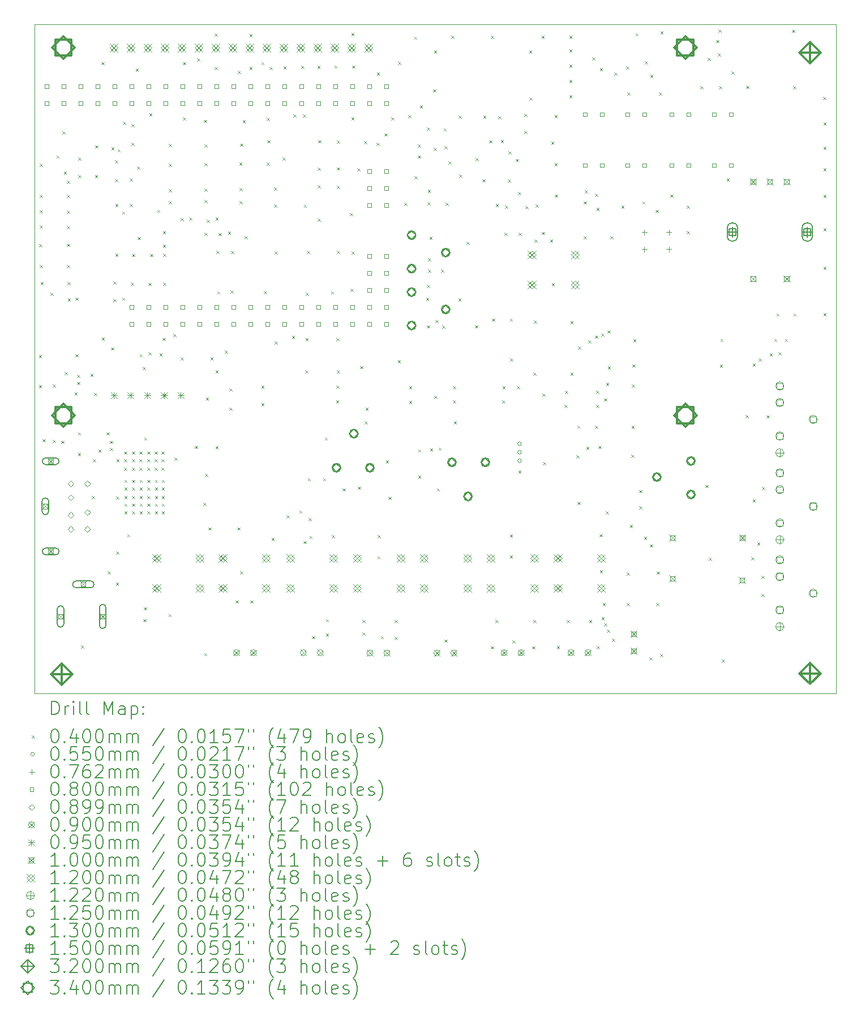
<source format=gbr>
%TF.GenerationSoftware,KiCad,Pcbnew,(6.0.11-0)*%
%TF.CreationDate,2023-05-23T17:56:41+02:00*%
%TF.ProjectId,Keyer_MEGA2560,4b657965-725f-44d4-9547-41323536302e,rev?*%
%TF.SameCoordinates,Original*%
%TF.FileFunction,Drillmap*%
%TF.FilePolarity,Positive*%
%FSLAX45Y45*%
G04 Gerber Fmt 4.5, Leading zero omitted, Abs format (unit mm)*
G04 Created by KiCad (PCBNEW (6.0.11-0)) date 2023-05-23 17:56:41*
%MOMM*%
%LPD*%
G01*
G04 APERTURE LIST*
%ADD10C,0.100000*%
%ADD11C,0.200000*%
%ADD12C,0.040000*%
%ADD13C,0.055000*%
%ADD14C,0.076200*%
%ADD15C,0.080000*%
%ADD16C,0.089916*%
%ADD17C,0.090000*%
%ADD18C,0.095000*%
%ADD19C,0.120000*%
%ADD20C,0.122000*%
%ADD21C,0.125000*%
%ADD22C,0.130000*%
%ADD23C,0.150000*%
%ADD24C,0.320000*%
%ADD25C,0.340000*%
G04 APERTURE END LIST*
D10*
X29540200Y-7391400D02*
X29540200Y-17399000D01*
X17551400Y-7391400D02*
X29540200Y-7391400D01*
X17551400Y-17399000D02*
X17551400Y-7391400D01*
X29540200Y-17399000D02*
X17551400Y-17399000D01*
D11*
D12*
X17612680Y-12334560D02*
X17652680Y-12374560D01*
X17652680Y-12334560D02*
X17612680Y-12374560D01*
X17612680Y-12786680D02*
X17652680Y-12826680D01*
X17652680Y-12786680D02*
X17612680Y-12826680D01*
X17617760Y-10678480D02*
X17657760Y-10718480D01*
X17657760Y-10678480D02*
X17617760Y-10718480D01*
X17622840Y-9474520D02*
X17662840Y-9514520D01*
X17662840Y-9474520D02*
X17622840Y-9514520D01*
X17622840Y-9941880D02*
X17662840Y-9981880D01*
X17662840Y-9941880D02*
X17622840Y-9981880D01*
X17622840Y-10170480D02*
X17662840Y-10210480D01*
X17662840Y-10170480D02*
X17622840Y-10210480D01*
X17622840Y-10399080D02*
X17662840Y-10439080D01*
X17662840Y-10399080D02*
X17622840Y-10439080D01*
X17622840Y-10993440D02*
X17662840Y-11033440D01*
X17662840Y-10993440D02*
X17622840Y-11033440D01*
X17638080Y-11247440D02*
X17678080Y-11287440D01*
X17678080Y-11247440D02*
X17638080Y-11287440D01*
X17667583Y-13594079D02*
X17707583Y-13634079D01*
X17707583Y-13594079D02*
X17667583Y-13634079D01*
X17786730Y-11404920D02*
X17826730Y-11444920D01*
X17826730Y-11404920D02*
X17786730Y-11444920D01*
X17820960Y-13609640D02*
X17860960Y-13649640D01*
X17860960Y-13609640D02*
X17820960Y-13649640D01*
X17822290Y-12776602D02*
X17862290Y-12816602D01*
X17862290Y-12776602D02*
X17822290Y-12816602D01*
X17874300Y-9352600D02*
X17914300Y-9392600D01*
X17914300Y-9352600D02*
X17874300Y-9392600D01*
X17947960Y-13619800D02*
X17987960Y-13659800D01*
X17987960Y-13619800D02*
X17947960Y-13659800D01*
X17963200Y-8991920D02*
X18003200Y-9031920D01*
X18003200Y-8991920D02*
X17963200Y-9031920D01*
X17984450Y-9591360D02*
X18024450Y-9631360D01*
X18024450Y-9591360D02*
X17984450Y-9631360D01*
X17998570Y-12592190D02*
X18038570Y-12632190D01*
X18038570Y-12592190D02*
X17998570Y-12632190D01*
X18029400Y-9728520D02*
X18069400Y-9768520D01*
X18069400Y-9728520D02*
X18029400Y-9768520D01*
X18029400Y-9941880D02*
X18069400Y-9981880D01*
X18069400Y-9941880D02*
X18029400Y-9981880D01*
X18029400Y-10180640D02*
X18069400Y-10220640D01*
X18069400Y-10180640D02*
X18029400Y-10220640D01*
X18029400Y-10409240D02*
X18069400Y-10449240D01*
X18069400Y-10409240D02*
X18029400Y-10449240D01*
X18029400Y-10673400D02*
X18069400Y-10713400D01*
X18069400Y-10673400D02*
X18029400Y-10713400D01*
X18029400Y-10993440D02*
X18069400Y-11033440D01*
X18069400Y-10993440D02*
X18029400Y-11033440D01*
X18039400Y-11242360D02*
X18079400Y-11282360D01*
X18079400Y-11242360D02*
X18039400Y-11282360D01*
X18043520Y-11492771D02*
X18083520Y-11532771D01*
X18083520Y-11492771D02*
X18043520Y-11532771D01*
X18146080Y-12898440D02*
X18186080Y-12938440D01*
X18186080Y-12898440D02*
X18146080Y-12938440D01*
X18161320Y-11477370D02*
X18201320Y-11517370D01*
X18201320Y-11477370D02*
X18161320Y-11517370D01*
X18161320Y-12324400D02*
X18201320Y-12364400D01*
X18201320Y-12324400D02*
X18161320Y-12364400D01*
X18181640Y-12634280D02*
X18221640Y-12674280D01*
X18221640Y-12634280D02*
X18181640Y-12674280D01*
X18184489Y-12739589D02*
X18224489Y-12779589D01*
X18224489Y-12739589D02*
X18184489Y-12779589D01*
X18196880Y-13492800D02*
X18236880Y-13532800D01*
X18236880Y-13492800D02*
X18196880Y-13532800D01*
X18196880Y-13802680D02*
X18236880Y-13842680D01*
X18236880Y-13802680D02*
X18196880Y-13842680D01*
X18201960Y-9383080D02*
X18241960Y-9423080D01*
X18241960Y-9383080D02*
X18201960Y-9423080D01*
X18201960Y-9642160D02*
X18241960Y-9682160D01*
X18241960Y-9642160D02*
X18201960Y-9682160D01*
X18242600Y-16680500D02*
X18282600Y-16720500D01*
X18282600Y-16680500D02*
X18242600Y-16720500D01*
X18382300Y-12616500D02*
X18422300Y-12656500D01*
X18422300Y-12616500D02*
X18382300Y-12656500D01*
X18405160Y-14447840D02*
X18445160Y-14487840D01*
X18445160Y-14447840D02*
X18405160Y-14487840D01*
X18420400Y-13894120D02*
X18460400Y-13934120D01*
X18460400Y-13894120D02*
X18420400Y-13934120D01*
X18435640Y-12903520D02*
X18475640Y-12943520D01*
X18475640Y-12903520D02*
X18435640Y-12943520D01*
X18450880Y-9647240D02*
X18490880Y-9687240D01*
X18490880Y-9647240D02*
X18450880Y-9687240D01*
X18455960Y-9200200D02*
X18495960Y-9240200D01*
X18495960Y-9200200D02*
X18455960Y-9240200D01*
X18501680Y-13751880D02*
X18541680Y-13791880D01*
X18541680Y-13751880D02*
X18501680Y-13791880D01*
X18547400Y-7955600D02*
X18587400Y-7995600D01*
X18587400Y-7955600D02*
X18547400Y-7995600D01*
X18552480Y-12075480D02*
X18592480Y-12115480D01*
X18592480Y-12075480D02*
X18552480Y-12115480D01*
X18623600Y-13492800D02*
X18663600Y-13532800D01*
X18663600Y-13492800D02*
X18623600Y-13532800D01*
X18638840Y-15570520D02*
X18678840Y-15610520D01*
X18678840Y-15570520D02*
X18638840Y-15610520D01*
X18674400Y-13619800D02*
X18714400Y-13659800D01*
X18714400Y-13619800D02*
X18674400Y-13659800D01*
X18674400Y-13726480D02*
X18714400Y-13766480D01*
X18714400Y-13726480D02*
X18674400Y-13766480D01*
X18694720Y-12222800D02*
X18734720Y-12262800D01*
X18734720Y-12222800D02*
X18694720Y-12262800D01*
X18695453Y-9227482D02*
X18735453Y-9267482D01*
X18735453Y-9227482D02*
X18695453Y-9267482D01*
X18725200Y-11237280D02*
X18765200Y-11277280D01*
X18765200Y-11237280D02*
X18725200Y-11277280D01*
X18725200Y-11496360D02*
X18765200Y-11536360D01*
X18765200Y-11496360D02*
X18725200Y-11536360D01*
X18750600Y-9423720D02*
X18790600Y-9463720D01*
X18790600Y-9423720D02*
X18750600Y-9463720D01*
X18750600Y-9703120D02*
X18790600Y-9743120D01*
X18790600Y-9703120D02*
X18750600Y-9743120D01*
X18755680Y-10079040D02*
X18795680Y-10119040D01*
X18795680Y-10079040D02*
X18755680Y-10119040D01*
X18755680Y-10820720D02*
X18795680Y-10860720D01*
X18795680Y-10820720D02*
X18755680Y-10860720D01*
X18763300Y-15740700D02*
X18803300Y-15780700D01*
X18803300Y-15740700D02*
X18763300Y-15780700D01*
X18765840Y-14452920D02*
X18805840Y-14492920D01*
X18805840Y-14452920D02*
X18765840Y-14492920D01*
X18765840Y-15275880D02*
X18805840Y-15315880D01*
X18805840Y-15275880D02*
X18765840Y-15315880D01*
X18771850Y-13893978D02*
X18811850Y-13933978D01*
X18811850Y-13893978D02*
X18771850Y-13933978D01*
X18789910Y-9260162D02*
X18829910Y-9300162D01*
X18829910Y-9260162D02*
X18789910Y-9300162D01*
X18857280Y-10190800D02*
X18897280Y-10230800D01*
X18897280Y-10190800D02*
X18857280Y-10230800D01*
X18857280Y-11477370D02*
X18897280Y-11517370D01*
X18897280Y-11477370D02*
X18857280Y-11517370D01*
X18867440Y-8849680D02*
X18907440Y-8889680D01*
X18907440Y-8849680D02*
X18867440Y-8889680D01*
X18887760Y-13779820D02*
X18927760Y-13819820D01*
X18927760Y-13779820D02*
X18887760Y-13819820D01*
X18887760Y-13894120D02*
X18927760Y-13934120D01*
X18927760Y-13894120D02*
X18887760Y-13934120D01*
X18887760Y-14021120D02*
X18927760Y-14061120D01*
X18927760Y-14021120D02*
X18887760Y-14061120D01*
X18890300Y-14204000D02*
X18930300Y-14244000D01*
X18930300Y-14204000D02*
X18890300Y-14244000D01*
X18890300Y-14318300D02*
X18930300Y-14358300D01*
X18930300Y-14318300D02*
X18890300Y-14358300D01*
X18890300Y-14445300D02*
X18930300Y-14485300D01*
X18930300Y-14445300D02*
X18890300Y-14485300D01*
X18890300Y-14559600D02*
X18930300Y-14599600D01*
X18930300Y-14559600D02*
X18890300Y-14599600D01*
X18890300Y-14673900D02*
X18930300Y-14713900D01*
X18930300Y-14673900D02*
X18890300Y-14713900D01*
X18933480Y-15016800D02*
X18973480Y-15056800D01*
X18973480Y-15016800D02*
X18933480Y-15056800D01*
X18974120Y-9698040D02*
X19014120Y-9738040D01*
X19014120Y-9698040D02*
X18974120Y-9738040D01*
X18974120Y-10079040D02*
X19014120Y-10119040D01*
X19014120Y-10079040D02*
X18974120Y-10119040D01*
X18989360Y-11252520D02*
X19029360Y-11292520D01*
X19029360Y-11252520D02*
X18989360Y-11292520D01*
X18994440Y-8880160D02*
X19034440Y-8920160D01*
X19034440Y-8880160D02*
X18994440Y-8920160D01*
X18994440Y-9164640D02*
X19034440Y-9204640D01*
X19034440Y-9164640D02*
X18994440Y-9204640D01*
X19002060Y-13779820D02*
X19042060Y-13819820D01*
X19042060Y-13779820D02*
X19002060Y-13819820D01*
X19002060Y-13894120D02*
X19042060Y-13934120D01*
X19042060Y-13894120D02*
X19002060Y-13934120D01*
X19002060Y-14021120D02*
X19042060Y-14061120D01*
X19042060Y-14021120D02*
X19002060Y-14061120D01*
X19004600Y-10825800D02*
X19044600Y-10865800D01*
X19044600Y-10825800D02*
X19004600Y-10865800D01*
X19004600Y-14204000D02*
X19044600Y-14244000D01*
X19044600Y-14204000D02*
X19004600Y-14244000D01*
X19004600Y-14318300D02*
X19044600Y-14358300D01*
X19044600Y-14318300D02*
X19004600Y-14358300D01*
X19004600Y-14445300D02*
X19044600Y-14485300D01*
X19044600Y-14445300D02*
X19004600Y-14485300D01*
X19004600Y-14559600D02*
X19044600Y-14599600D01*
X19044600Y-14559600D02*
X19004600Y-14599600D01*
X19004600Y-14673900D02*
X19044600Y-14713900D01*
X19044600Y-14673900D02*
X19004600Y-14713900D01*
X19060480Y-8052120D02*
X19100480Y-8092120D01*
X19100480Y-8052120D02*
X19060480Y-8092120D01*
X19079470Y-9515160D02*
X19119470Y-9555160D01*
X19119470Y-9515160D02*
X19079470Y-9555160D01*
X19090960Y-10571800D02*
X19130960Y-10611800D01*
X19130960Y-10571800D02*
X19090960Y-10611800D01*
X19116360Y-13779820D02*
X19156360Y-13819820D01*
X19156360Y-13779820D02*
X19116360Y-13819820D01*
X19116360Y-13894120D02*
X19156360Y-13934120D01*
X19156360Y-13894120D02*
X19116360Y-13934120D01*
X19116360Y-14021120D02*
X19156360Y-14061120D01*
X19156360Y-14021120D02*
X19116360Y-14061120D01*
X19118900Y-12324400D02*
X19158900Y-12364400D01*
X19158900Y-12324400D02*
X19118900Y-12364400D01*
X19118900Y-14204000D02*
X19158900Y-14244000D01*
X19158900Y-14204000D02*
X19118900Y-14244000D01*
X19118900Y-14318300D02*
X19158900Y-14358300D01*
X19158900Y-14318300D02*
X19118900Y-14358300D01*
X19118900Y-14445300D02*
X19158900Y-14485300D01*
X19158900Y-14445300D02*
X19118900Y-14485300D01*
X19118900Y-14559600D02*
X19158900Y-14599600D01*
X19158900Y-14559600D02*
X19118900Y-14599600D01*
X19118900Y-14673900D02*
X19158900Y-14713900D01*
X19158900Y-14673900D02*
X19118900Y-14713900D01*
X19167160Y-12517440D02*
X19207160Y-12557440D01*
X19207160Y-12517440D02*
X19167160Y-12557440D01*
X19177320Y-16286800D02*
X19217320Y-16326800D01*
X19217320Y-16286800D02*
X19177320Y-16326800D01*
X19182400Y-16109000D02*
X19222400Y-16149000D01*
X19222400Y-16109000D02*
X19182400Y-16149000D01*
X19187480Y-13569000D02*
X19227480Y-13609000D01*
X19227480Y-13569000D02*
X19187480Y-13609000D01*
X19230660Y-13779820D02*
X19270660Y-13819820D01*
X19270660Y-13779820D02*
X19230660Y-13819820D01*
X19230660Y-13894120D02*
X19270660Y-13934120D01*
X19270660Y-13894120D02*
X19230660Y-13934120D01*
X19230660Y-14021120D02*
X19270660Y-14061120D01*
X19270660Y-14021120D02*
X19230660Y-14061120D01*
X19233200Y-14204000D02*
X19273200Y-14244000D01*
X19273200Y-14204000D02*
X19233200Y-14244000D01*
X19233200Y-14318300D02*
X19273200Y-14358300D01*
X19273200Y-14318300D02*
X19233200Y-14358300D01*
X19233200Y-14445300D02*
X19273200Y-14485300D01*
X19273200Y-14445300D02*
X19233200Y-14485300D01*
X19233200Y-14559600D02*
X19273200Y-14599600D01*
X19273200Y-14559600D02*
X19233200Y-14599600D01*
X19233200Y-14673900D02*
X19273200Y-14713900D01*
X19273200Y-14673900D02*
X19233200Y-14713900D01*
X19248440Y-11257600D02*
X19288440Y-11297600D01*
X19288440Y-11257600D02*
X19248440Y-11297600D01*
X19253520Y-12293920D02*
X19293520Y-12333920D01*
X19293520Y-12293920D02*
X19253520Y-12333920D01*
X19263680Y-8722680D02*
X19303680Y-8762680D01*
X19303680Y-8722680D02*
X19263680Y-8762680D01*
X19273840Y-10825800D02*
X19313840Y-10865800D01*
X19313840Y-10825800D02*
X19273840Y-10865800D01*
X19344960Y-13779820D02*
X19384960Y-13819820D01*
X19384960Y-13779820D02*
X19344960Y-13819820D01*
X19344960Y-13894120D02*
X19384960Y-13934120D01*
X19384960Y-13894120D02*
X19344960Y-13934120D01*
X19344960Y-14021120D02*
X19384960Y-14061120D01*
X19384960Y-14021120D02*
X19344960Y-14061120D01*
X19347500Y-14204000D02*
X19387500Y-14244000D01*
X19387500Y-14204000D02*
X19347500Y-14244000D01*
X19347500Y-14318300D02*
X19387500Y-14358300D01*
X19387500Y-14318300D02*
X19347500Y-14358300D01*
X19347500Y-14445300D02*
X19387500Y-14485300D01*
X19387500Y-14445300D02*
X19347500Y-14485300D01*
X19347500Y-14559600D02*
X19387500Y-14599600D01*
X19387500Y-14559600D02*
X19347500Y-14599600D01*
X19347500Y-14673900D02*
X19387500Y-14713900D01*
X19387500Y-14673900D02*
X19347500Y-14713900D01*
X19380755Y-10166495D02*
X19420755Y-10206495D01*
X19420755Y-10166495D02*
X19380755Y-10206495D01*
X19414750Y-12312910D02*
X19454750Y-12352910D01*
X19454750Y-12312910D02*
X19414750Y-12352910D01*
X19446560Y-13779820D02*
X19486560Y-13819820D01*
X19486560Y-13779820D02*
X19446560Y-13819820D01*
X19446560Y-13894120D02*
X19486560Y-13934120D01*
X19486560Y-13894120D02*
X19446560Y-13934120D01*
X19446560Y-14021120D02*
X19486560Y-14061120D01*
X19486560Y-14021120D02*
X19446560Y-14061120D01*
X19449100Y-14204000D02*
X19489100Y-14244000D01*
X19489100Y-14204000D02*
X19449100Y-14244000D01*
X19449100Y-14318300D02*
X19489100Y-14358300D01*
X19489100Y-14318300D02*
X19449100Y-14358300D01*
X19449100Y-14445300D02*
X19489100Y-14485300D01*
X19489100Y-14445300D02*
X19449100Y-14485300D01*
X19449100Y-14559600D02*
X19489100Y-14599600D01*
X19489100Y-14559600D02*
X19449100Y-14599600D01*
X19449100Y-14673900D02*
X19489100Y-14713900D01*
X19489100Y-14673900D02*
X19449100Y-14713900D01*
X19464504Y-12079270D02*
X19504504Y-12119270D01*
X19504504Y-12079270D02*
X19464504Y-12119270D01*
X19466880Y-10485440D02*
X19506880Y-10525440D01*
X19506880Y-10485440D02*
X19466880Y-10525440D01*
X19466880Y-10683560D02*
X19506880Y-10723560D01*
X19506880Y-10683560D02*
X19466880Y-10723560D01*
X19471960Y-10820720D02*
X19511960Y-10860720D01*
X19511960Y-10820720D02*
X19471960Y-10860720D01*
X19471960Y-11252520D02*
X19511960Y-11292520D01*
X19511960Y-11252520D02*
X19471960Y-11292520D01*
X19550700Y-16210600D02*
X19590700Y-16250600D01*
X19590700Y-16210600D02*
X19550700Y-16250600D01*
X19553240Y-9179880D02*
X19593240Y-9219880D01*
X19593240Y-9179880D02*
X19553240Y-9219880D01*
X19554861Y-10032375D02*
X19594861Y-10072375D01*
X19594861Y-10032375D02*
X19554861Y-10072375D01*
X19558320Y-9474520D02*
X19598320Y-9514520D01*
X19598320Y-9474520D02*
X19558320Y-9514520D01*
X19558320Y-9855520D02*
X19598320Y-9895520D01*
X19598320Y-9855520D02*
X19558320Y-9895520D01*
X19624900Y-12026430D02*
X19664900Y-12066430D01*
X19664900Y-12026430D02*
X19624900Y-12066430D01*
X19639600Y-13868720D02*
X19679600Y-13908720D01*
X19679600Y-13868720D02*
X19639600Y-13908720D01*
X19736120Y-10287320D02*
X19776120Y-10327320D01*
X19776120Y-10287320D02*
X19736120Y-10327320D01*
X19736120Y-12370120D02*
X19776120Y-12410120D01*
X19776120Y-12370120D02*
X19736120Y-12410120D01*
X19766600Y-7955600D02*
X19806600Y-7995600D01*
X19806600Y-7955600D02*
X19766600Y-7995600D01*
X19766600Y-8778560D02*
X19806600Y-8818560D01*
X19806600Y-8778560D02*
X19766600Y-8818560D01*
X19859370Y-10278490D02*
X19899370Y-10318490D01*
X19899370Y-10278490D02*
X19859370Y-10318490D01*
X19944400Y-13696000D02*
X19984400Y-13736000D01*
X19984400Y-13696000D02*
X19944400Y-13736000D01*
X19981400Y-7898280D02*
X20021400Y-7938280D01*
X20021400Y-7898280D02*
X19981400Y-7938280D01*
X20071400Y-14546900D02*
X20111400Y-14586900D01*
X20111400Y-14546900D02*
X20071400Y-14586900D01*
X20081560Y-8819200D02*
X20121560Y-8859200D01*
X20121560Y-8819200D02*
X20081560Y-8859200D01*
X20084100Y-16794800D02*
X20124100Y-16834800D01*
X20124100Y-16794800D02*
X20084100Y-16834800D01*
X20091720Y-9184960D02*
X20131720Y-9224960D01*
X20131720Y-9184960D02*
X20091720Y-9224960D01*
X20091720Y-9469440D02*
X20131720Y-9509440D01*
X20131720Y-9469440D02*
X20091720Y-9509440D01*
X20091720Y-9850440D02*
X20131720Y-9890440D01*
X20131720Y-9850440D02*
X20091720Y-9890440D01*
X20091720Y-10018080D02*
X20131720Y-10058080D01*
X20131720Y-10018080D02*
X20091720Y-10058080D01*
X20091720Y-10510840D02*
X20131720Y-10550840D01*
X20131720Y-10510840D02*
X20091720Y-10550840D01*
X20096800Y-14115100D02*
X20136800Y-14155100D01*
X20136800Y-14115100D02*
X20096800Y-14155100D01*
X20109500Y-12972100D02*
X20149500Y-13012100D01*
X20149500Y-12972100D02*
X20109500Y-13012100D01*
X20120280Y-10313100D02*
X20160280Y-10353100D01*
X20160280Y-10313100D02*
X20120280Y-10353100D01*
X20147600Y-14915200D02*
X20187600Y-14955200D01*
X20187600Y-14915200D02*
X20147600Y-14955200D01*
X20178080Y-12370120D02*
X20218080Y-12410120D01*
X20218080Y-12370120D02*
X20178080Y-12410120D01*
X20239040Y-7528880D02*
X20279040Y-7568880D01*
X20279040Y-7528880D02*
X20239040Y-7568880D01*
X20239040Y-8028050D02*
X20279040Y-8068050D01*
X20279040Y-8028050D02*
X20239040Y-8068050D01*
X20254280Y-12568240D02*
X20294280Y-12608240D01*
X20294280Y-12568240D02*
X20254280Y-12608240D01*
X20254280Y-13701080D02*
X20294280Y-13741080D01*
X20294280Y-13701080D02*
X20254280Y-13741080D01*
X20254709Y-10278490D02*
X20294709Y-10318490D01*
X20294709Y-10278490D02*
X20254709Y-10318490D01*
X20269520Y-10780080D02*
X20309520Y-10820080D01*
X20309520Y-10780080D02*
X20269520Y-10820080D01*
X20279680Y-11384600D02*
X20319680Y-11424600D01*
X20319680Y-11384600D02*
X20279680Y-11424600D01*
X20303145Y-10513290D02*
X20343145Y-10553290D01*
X20343145Y-10513290D02*
X20303145Y-10553290D01*
X20396078Y-12269689D02*
X20436078Y-12309689D01*
X20436078Y-12269689D02*
X20396078Y-12309689D01*
X20440398Y-10489540D02*
X20480398Y-10529540D01*
X20480398Y-10489540D02*
X20440398Y-10529540D01*
X20462560Y-12837480D02*
X20502560Y-12877480D01*
X20502560Y-12837480D02*
X20462560Y-12877480D01*
X20462560Y-13121960D02*
X20502560Y-13161960D01*
X20502560Y-13121960D02*
X20462560Y-13161960D01*
X20477800Y-11374440D02*
X20517800Y-11414440D01*
X20517800Y-11374440D02*
X20477800Y-11414440D01*
X20487960Y-10780080D02*
X20527960Y-10820080D01*
X20527960Y-10780080D02*
X20487960Y-10820080D01*
X20554000Y-16007400D02*
X20594000Y-16047400D01*
X20594000Y-16007400D02*
X20554000Y-16047400D01*
X20579400Y-14915200D02*
X20619400Y-14955200D01*
X20619400Y-14915200D02*
X20579400Y-14955200D01*
X20589560Y-8087680D02*
X20629560Y-8127680D01*
X20629560Y-8087680D02*
X20589560Y-8127680D01*
X20609880Y-9459280D02*
X20649880Y-9499280D01*
X20649880Y-9459280D02*
X20609880Y-9499280D01*
X20614960Y-9840280D02*
X20654960Y-9880280D01*
X20654960Y-9840280D02*
X20614960Y-9880280D01*
X20614960Y-10033320D02*
X20654960Y-10073320D01*
X20654960Y-10033320D02*
X20614960Y-10073320D01*
X20620040Y-9174800D02*
X20660040Y-9214800D01*
X20660040Y-9174800D02*
X20620040Y-9214800D01*
X20625120Y-15570520D02*
X20665120Y-15610520D01*
X20665120Y-15570520D02*
X20625120Y-15610520D01*
X20660680Y-8824280D02*
X20700680Y-8864280D01*
X20700680Y-8824280D02*
X20660680Y-8864280D01*
X20690412Y-10561752D02*
X20730412Y-10601752D01*
X20730412Y-10561752D02*
X20690412Y-10601752D01*
X20762280Y-7533960D02*
X20802280Y-7573960D01*
X20802280Y-7533960D02*
X20762280Y-7573960D01*
X20762280Y-8028050D02*
X20802280Y-8068050D01*
X20802280Y-8028050D02*
X20762280Y-8068050D01*
X20772440Y-16007400D02*
X20812440Y-16047400D01*
X20812440Y-16007400D02*
X20772440Y-16047400D01*
X20940080Y-7955600D02*
X20980080Y-7995600D01*
X20980080Y-7955600D02*
X20940080Y-7995600D01*
X20940080Y-12796840D02*
X20980080Y-12836840D01*
X20980080Y-12796840D02*
X20940080Y-12836840D01*
X20940080Y-13055920D02*
X20980080Y-13095920D01*
X20980080Y-13055920D02*
X20940080Y-13095920D01*
X20980720Y-11379520D02*
X21020720Y-11419520D01*
X21020720Y-11379520D02*
X20980720Y-11419520D01*
X21021360Y-8788720D02*
X21061360Y-8828720D01*
X21061360Y-8788720D02*
X21021360Y-8828720D01*
X21021360Y-9459280D02*
X21061360Y-9499280D01*
X21061360Y-9459280D02*
X21021360Y-9499280D01*
X21026440Y-9124000D02*
X21066440Y-9164000D01*
X21066440Y-9124000D02*
X21026440Y-9164000D01*
X21062000Y-8026720D02*
X21102000Y-8066720D01*
X21102000Y-8026720D02*
X21062000Y-8066720D01*
X21092480Y-15072680D02*
X21132480Y-15112680D01*
X21132480Y-15072680D02*
X21092480Y-15112680D01*
X21128040Y-9830120D02*
X21168040Y-9870120D01*
X21168040Y-9830120D02*
X21128040Y-9870120D01*
X21128040Y-10084120D02*
X21168040Y-10124120D01*
X21168040Y-10084120D02*
X21128040Y-10124120D01*
X21138200Y-10785160D02*
X21178200Y-10825160D01*
X21178200Y-10785160D02*
X21138200Y-10825160D01*
X21138200Y-12132690D02*
X21178200Y-12172690D01*
X21178200Y-12132690D02*
X21138200Y-12172690D01*
X21256740Y-9383920D02*
X21296740Y-9423920D01*
X21296740Y-9383920D02*
X21256740Y-9423920D01*
X21270280Y-8016560D02*
X21310280Y-8056560D01*
X21310280Y-8016560D02*
X21270280Y-8056560D01*
X21316000Y-14732320D02*
X21356000Y-14772320D01*
X21356000Y-14732320D02*
X21316000Y-14772320D01*
X21397570Y-12048750D02*
X21437570Y-12088750D01*
X21437570Y-12048750D02*
X21397570Y-12088750D01*
X21417600Y-8737920D02*
X21457600Y-8777920D01*
X21457600Y-8737920D02*
X21417600Y-8777920D01*
X21506500Y-14661200D02*
X21546500Y-14701200D01*
X21546500Y-14661200D02*
X21506500Y-14701200D01*
X21534440Y-8011480D02*
X21574440Y-8051480D01*
X21574440Y-8011480D02*
X21534440Y-8051480D01*
X21562500Y-8736061D02*
X21602500Y-8776061D01*
X21602500Y-8736061D02*
X21562500Y-8776061D01*
X21570000Y-15118400D02*
X21610000Y-15158400D01*
X21610000Y-15118400D02*
X21570000Y-15158400D01*
X21575080Y-10089200D02*
X21615080Y-10129200D01*
X21615080Y-10089200D02*
X21575080Y-10129200D01*
X21595400Y-12563160D02*
X21635400Y-12603160D01*
X21635400Y-12563160D02*
X21595400Y-12603160D01*
X21600480Y-12085640D02*
X21640480Y-12125640D01*
X21640480Y-12085640D02*
X21600480Y-12125640D01*
X21605560Y-11404920D02*
X21645560Y-11444920D01*
X21645560Y-11404920D02*
X21605560Y-11444920D01*
X21620800Y-10780080D02*
X21660800Y-10820080D01*
X21660800Y-10780080D02*
X21620800Y-10820080D01*
X21633500Y-14178600D02*
X21673500Y-14218600D01*
X21673500Y-14178600D02*
X21633500Y-14218600D01*
X21646200Y-14775500D02*
X21686200Y-14815500D01*
X21686200Y-14775500D02*
X21646200Y-14815500D01*
X21658900Y-15042200D02*
X21698900Y-15082200D01*
X21698900Y-15042200D02*
X21658900Y-15082200D01*
X21697000Y-16540800D02*
X21737000Y-16580800D01*
X21737000Y-16540800D02*
X21697000Y-16580800D01*
X21778280Y-8011480D02*
X21818280Y-8051480D01*
X21818280Y-8011480D02*
X21778280Y-8051480D01*
X21783360Y-9535480D02*
X21823360Y-9575480D01*
X21823360Y-9535480D02*
X21783360Y-9575480D01*
X21783360Y-9799640D02*
X21823360Y-9839640D01*
X21823360Y-9799640D02*
X21783360Y-9839640D01*
X21783366Y-10293730D02*
X21823366Y-10333730D01*
X21823366Y-10293730D02*
X21783366Y-10333730D01*
X21793520Y-9124000D02*
X21833520Y-9164000D01*
X21833520Y-9124000D02*
X21793520Y-9164000D01*
X21862100Y-14178600D02*
X21902100Y-14218600D01*
X21902100Y-14178600D02*
X21862100Y-14218600D01*
X21887500Y-13569000D02*
X21927500Y-13609000D01*
X21927500Y-13569000D02*
X21887500Y-13609000D01*
X21905280Y-16286800D02*
X21945280Y-16326800D01*
X21945280Y-16286800D02*
X21905280Y-16326800D01*
X21905280Y-16505240D02*
X21945280Y-16545240D01*
X21945280Y-16505240D02*
X21905280Y-16545240D01*
X21981480Y-11384600D02*
X22021480Y-11424600D01*
X22021480Y-11384600D02*
X21981480Y-11424600D01*
X21996720Y-15026960D02*
X22036720Y-15066960D01*
X22036720Y-15026960D02*
X21996720Y-15066960D01*
X22032280Y-8006400D02*
X22072280Y-8046400D01*
X22072280Y-8006400D02*
X22032280Y-8046400D01*
X22057680Y-13015280D02*
X22097680Y-13055280D01*
X22097680Y-13015280D02*
X22057680Y-13055280D01*
X22062760Y-12080560D02*
X22102760Y-12120560D01*
X22102760Y-12080560D02*
X22062760Y-12120560D01*
X22062760Y-12796840D02*
X22102760Y-12836840D01*
X22102760Y-12796840D02*
X22062760Y-12836840D01*
X22067840Y-9129080D02*
X22107840Y-9169080D01*
X22107840Y-9129080D02*
X22067840Y-9169080D01*
X22067840Y-9530400D02*
X22107840Y-9570400D01*
X22107840Y-9530400D02*
X22067840Y-9570400D01*
X22067840Y-9804720D02*
X22107840Y-9844720D01*
X22107840Y-9804720D02*
X22067840Y-9844720D01*
X22067840Y-10780080D02*
X22107840Y-10820080D01*
X22107840Y-10780080D02*
X22067840Y-10820080D01*
X22067840Y-12568240D02*
X22107840Y-12608240D01*
X22107840Y-12568240D02*
X22067840Y-12608240D01*
X22154200Y-14331000D02*
X22194200Y-14371000D01*
X22194200Y-14331000D02*
X22154200Y-14371000D01*
X22267011Y-10209790D02*
X22307011Y-10249790D01*
X22307011Y-10209790D02*
X22267011Y-10249790D01*
X22276120Y-11343960D02*
X22316120Y-11383960D01*
X22316120Y-11343960D02*
X22276120Y-11383960D01*
X22286280Y-7518720D02*
X22326280Y-7558720D01*
X22326280Y-7518720D02*
X22286280Y-7558720D01*
X22286280Y-8778560D02*
X22326280Y-8818560D01*
X22326280Y-8778560D02*
X22286280Y-8818560D01*
X22291360Y-10785160D02*
X22331360Y-10825160D01*
X22331360Y-10785160D02*
X22291360Y-10825160D01*
X22296440Y-8006400D02*
X22336440Y-8046400D01*
X22336440Y-8006400D02*
X22296440Y-8046400D01*
X22372640Y-9545640D02*
X22412640Y-9585640D01*
X22412640Y-9545640D02*
X22372640Y-9585640D01*
X22382800Y-14305600D02*
X22422800Y-14345600D01*
X22422800Y-14305600D02*
X22382800Y-14345600D01*
X22418360Y-12502200D02*
X22458360Y-12542200D01*
X22458360Y-12502200D02*
X22418360Y-12542200D01*
X22448840Y-16484920D02*
X22488840Y-16524920D01*
X22488840Y-16484920D02*
X22448840Y-16524920D01*
X22453920Y-16296960D02*
X22493920Y-16336960D01*
X22493920Y-16296960D02*
X22453920Y-16336960D01*
X22474240Y-9139240D02*
X22514240Y-9179240D01*
X22514240Y-9139240D02*
X22474240Y-9179240D01*
X22484400Y-13327700D02*
X22524400Y-13367700D01*
X22524400Y-13327700D02*
X22484400Y-13367700D01*
X22497100Y-13124500D02*
X22537100Y-13164500D01*
X22537100Y-13124500D02*
X22497100Y-13164500D01*
X22662200Y-9162100D02*
X22702200Y-9202100D01*
X22702200Y-9162100D02*
X22662200Y-9202100D01*
X22667280Y-8113080D02*
X22707280Y-8153080D01*
X22707280Y-8113080D02*
X22667280Y-8153080D01*
X22674900Y-15347000D02*
X22714900Y-15387000D01*
X22714900Y-15347000D02*
X22674900Y-15387000D01*
X22677440Y-15026960D02*
X22717440Y-15066960D01*
X22717440Y-15026960D02*
X22677440Y-15066960D01*
X22725700Y-16540800D02*
X22765700Y-16580800D01*
X22765700Y-16540800D02*
X22725700Y-16580800D01*
X22784120Y-9022400D02*
X22824120Y-9062400D01*
X22824120Y-9022400D02*
X22784120Y-9062400D01*
X22801900Y-13911900D02*
X22841900Y-13951900D01*
X22841900Y-13911900D02*
X22801900Y-13951900D01*
X22840000Y-14458000D02*
X22880000Y-14498000D01*
X22880000Y-14458000D02*
X22840000Y-14498000D01*
X22880640Y-8778560D02*
X22920640Y-8818560D01*
X22920640Y-8778560D02*
X22880640Y-8818560D01*
X22931440Y-16296960D02*
X22971440Y-16336960D01*
X22971440Y-16296960D02*
X22931440Y-16336960D01*
X22931440Y-16550960D02*
X22971440Y-16590960D01*
X22971440Y-16550960D02*
X22931440Y-16590960D01*
X22979700Y-12413320D02*
X23019700Y-12453320D01*
X23019700Y-12413320D02*
X22979700Y-12453320D01*
X22982240Y-7950520D02*
X23022240Y-7990520D01*
X23022240Y-7950520D02*
X22982240Y-7990520D01*
X23078760Y-10058720D02*
X23118760Y-10098720D01*
X23118760Y-10058720D02*
X23078760Y-10098720D01*
X23134640Y-8748080D02*
X23174640Y-8788080D01*
X23174640Y-8748080D02*
X23134640Y-8788080D01*
X23149880Y-12801920D02*
X23189880Y-12841920D01*
X23189880Y-12801920D02*
X23149880Y-12841920D01*
X23149880Y-13020360D02*
X23189880Y-13060360D01*
X23189880Y-13020360D02*
X23149880Y-13060360D01*
X23226080Y-7574600D02*
X23266080Y-7614600D01*
X23266080Y-7574600D02*
X23226080Y-7614600D01*
X23231160Y-9662480D02*
X23271160Y-9702480D01*
X23271160Y-9662480D02*
X23231160Y-9702480D01*
X23279420Y-9189480D02*
X23319420Y-9229480D01*
X23319420Y-9189480D02*
X23279420Y-9229480D01*
X23281960Y-9352600D02*
X23321960Y-9392600D01*
X23321960Y-9352600D02*
X23281960Y-9392600D01*
X23284500Y-13746800D02*
X23324500Y-13786800D01*
X23324500Y-13746800D02*
X23284500Y-13786800D01*
X23284500Y-14140500D02*
X23324500Y-14180500D01*
X23324500Y-14140500D02*
X23284500Y-14180500D01*
X23309900Y-8603300D02*
X23349900Y-8643300D01*
X23349900Y-8603300D02*
X23309900Y-8643300D01*
X23403880Y-11481120D02*
X23443880Y-11521120D01*
X23443880Y-11481120D02*
X23403880Y-11521120D01*
X23414040Y-8930960D02*
X23454040Y-8970960D01*
X23454040Y-8930960D02*
X23414040Y-8970960D01*
X23414040Y-11288080D02*
X23454040Y-11328080D01*
X23454040Y-11288080D02*
X23414040Y-11328080D01*
X23414040Y-11892600D02*
X23454040Y-11932600D01*
X23454040Y-11892600D02*
X23414040Y-11932600D01*
X23423770Y-10051530D02*
X23463770Y-10091530D01*
X23463770Y-10051530D02*
X23423770Y-10091530D01*
X23429280Y-9865680D02*
X23469280Y-9905680D01*
X23469280Y-9865680D02*
X23429280Y-9905680D01*
X23434360Y-10891840D02*
X23474360Y-10931840D01*
X23474360Y-10891840D02*
X23434360Y-10931840D01*
X23434360Y-11059480D02*
X23474360Y-11099480D01*
X23474360Y-11059480D02*
X23434360Y-11099480D01*
X23455170Y-10569749D02*
X23495170Y-10609749D01*
X23495170Y-10569749D02*
X23455170Y-10609749D01*
X23462300Y-13734100D02*
X23502300Y-13774100D01*
X23502300Y-13734100D02*
X23462300Y-13774100D01*
X23507382Y-8362000D02*
X23547382Y-8402000D01*
X23547382Y-8362000D02*
X23507382Y-8402000D01*
X23515640Y-9240840D02*
X23555640Y-9280840D01*
X23555640Y-9240840D02*
X23515640Y-9280840D01*
X23522622Y-7782880D02*
X23562622Y-7822880D01*
X23562622Y-7782880D02*
X23522622Y-7822880D01*
X23527070Y-12945430D02*
X23567070Y-12985430D01*
X23567070Y-12945430D02*
X23527070Y-12985430D01*
X23541040Y-11811320D02*
X23581040Y-11851320D01*
X23581040Y-11811320D02*
X23541040Y-11851320D01*
X23563900Y-14331000D02*
X23603900Y-14371000D01*
X23603900Y-14331000D02*
X23563900Y-14371000D01*
X23589300Y-13721400D02*
X23629300Y-13761400D01*
X23629300Y-13721400D02*
X23589300Y-13761400D01*
X23627400Y-11059480D02*
X23667400Y-11099480D01*
X23667400Y-11059480D02*
X23627400Y-11099480D01*
X23647720Y-11897680D02*
X23687720Y-11937680D01*
X23687720Y-11897680D02*
X23647720Y-11937680D01*
X23665500Y-8946200D02*
X23705500Y-8986200D01*
X23705500Y-8946200D02*
X23665500Y-8986200D01*
X23678200Y-9212900D02*
X23718200Y-9252900D01*
X23718200Y-9212900D02*
X23678200Y-9252900D01*
X23678200Y-16591600D02*
X23718200Y-16631600D01*
X23718200Y-16591600D02*
X23678200Y-16631600D01*
X23698520Y-10058720D02*
X23738520Y-10098720D01*
X23738520Y-10058720D02*
X23698520Y-10098720D01*
X23735982Y-9441500D02*
X23775982Y-9481500D01*
X23775982Y-9441500D02*
X23735982Y-9481500D01*
X23779800Y-7564440D02*
X23819800Y-7604440D01*
X23819800Y-7564440D02*
X23779800Y-7604440D01*
X23805200Y-12801920D02*
X23845200Y-12841920D01*
X23845200Y-12801920D02*
X23805200Y-12841920D01*
X23805200Y-13015280D02*
X23845200Y-13055280D01*
X23845200Y-13015280D02*
X23805200Y-13055280D01*
X23817900Y-13327700D02*
X23857900Y-13367700D01*
X23857900Y-13327700D02*
X23817900Y-13367700D01*
X23886480Y-11491280D02*
X23926480Y-11531280D01*
X23926480Y-11491280D02*
X23886480Y-11531280D01*
X23888382Y-8758240D02*
X23928382Y-8798240D01*
X23928382Y-8758240D02*
X23888382Y-8798240D01*
X23898542Y-9637080D02*
X23938542Y-9677080D01*
X23938542Y-9637080D02*
X23898542Y-9677080D01*
X24008400Y-10642920D02*
X24048400Y-10682920D01*
X24048400Y-10642920D02*
X24008400Y-10682920D01*
X24135400Y-11892600D02*
X24175400Y-11932600D01*
X24175400Y-11892600D02*
X24135400Y-11932600D01*
X24142382Y-9390700D02*
X24182382Y-9430700D01*
X24182382Y-9390700D02*
X24142382Y-9430700D01*
X24247160Y-9708200D02*
X24287160Y-9748200D01*
X24287160Y-9708200D02*
X24247160Y-9748200D01*
X24259222Y-8753160D02*
X24299222Y-8793160D01*
X24299222Y-8753160D02*
X24259222Y-8793160D01*
X24345582Y-9124000D02*
X24385582Y-9164000D01*
X24385582Y-9124000D02*
X24345582Y-9164000D01*
X24374160Y-7564440D02*
X24414160Y-7604440D01*
X24414160Y-7564440D02*
X24374160Y-7604440D01*
X24374160Y-16693200D02*
X24414160Y-16733200D01*
X24414160Y-16693200D02*
X24374160Y-16733200D01*
X24389400Y-11791000D02*
X24429400Y-11831000D01*
X24429400Y-11791000D02*
X24389400Y-11831000D01*
X24440200Y-16302040D02*
X24480200Y-16342040D01*
X24480200Y-16302040D02*
X24440200Y-16342040D01*
X24445280Y-10073960D02*
X24485280Y-10113960D01*
X24485280Y-10073960D02*
X24445280Y-10113960D01*
X24480241Y-8762216D02*
X24520241Y-8802216D01*
X24520241Y-8762216D02*
X24480241Y-8802216D01*
X24521480Y-9118920D02*
X24561480Y-9158920D01*
X24561480Y-9118920D02*
X24521480Y-9158920D01*
X24541800Y-13015280D02*
X24581800Y-13055280D01*
X24581800Y-13015280D02*
X24541800Y-13055280D01*
X24546880Y-12801920D02*
X24586880Y-12841920D01*
X24586880Y-12801920D02*
X24546880Y-12841920D01*
X24577360Y-10510840D02*
X24617360Y-10550840D01*
X24617360Y-10510840D02*
X24577360Y-10550840D01*
X24587520Y-10099360D02*
X24627520Y-10139360D01*
X24627520Y-10099360D02*
X24587520Y-10139360D01*
X24628160Y-9713280D02*
X24668160Y-9753280D01*
X24668160Y-9713280D02*
X24628160Y-9753280D01*
X24638320Y-9291640D02*
X24678320Y-9331640D01*
X24678320Y-9291640D02*
X24638320Y-9331640D01*
X24656100Y-11791000D02*
X24696100Y-11831000D01*
X24696100Y-11791000D02*
X24656100Y-11831000D01*
X24656100Y-15021880D02*
X24696100Y-15061880D01*
X24696100Y-15021880D02*
X24656100Y-15061880D01*
X24656100Y-15334300D02*
X24696100Y-15374300D01*
X24696100Y-15334300D02*
X24656100Y-15374300D01*
X24661412Y-12389880D02*
X24701412Y-12429880D01*
X24701412Y-12389880D02*
X24661412Y-12429880D01*
X24694200Y-16601550D02*
X24734200Y-16641550D01*
X24734200Y-16601550D02*
X24694200Y-16641550D01*
X24745000Y-9403400D02*
X24785000Y-9443400D01*
X24785000Y-9403400D02*
X24745000Y-9443400D01*
X24760240Y-12801920D02*
X24800240Y-12841920D01*
X24800240Y-12801920D02*
X24760240Y-12841920D01*
X24780560Y-9901240D02*
X24820560Y-9941240D01*
X24820560Y-9901240D02*
X24780560Y-9941240D01*
X24783100Y-14064300D02*
X24823100Y-14104300D01*
X24823100Y-14064300D02*
X24783100Y-14104300D01*
X24785640Y-10505760D02*
X24825640Y-10545760D01*
X24825640Y-10505760D02*
X24785640Y-10545760D01*
X24873902Y-8732840D02*
X24913902Y-8772840D01*
X24913902Y-8732840D02*
X24873902Y-8772840D01*
X24873902Y-8986840D02*
X24913902Y-9026840D01*
X24913902Y-8986840D02*
X24873902Y-9026840D01*
X24892320Y-10109520D02*
X24932320Y-10149520D01*
X24932320Y-10109520D02*
X24892320Y-10149520D01*
X24945022Y-7782880D02*
X24985022Y-7822880D01*
X24985022Y-7782880D02*
X24945022Y-7822880D01*
X24950102Y-8483920D02*
X24990102Y-8523920D01*
X24990102Y-8483920D02*
X24950102Y-8523920D01*
X24993920Y-16693200D02*
X25033920Y-16733200D01*
X25033920Y-16693200D02*
X24993920Y-16733200D01*
X25009160Y-12598720D02*
X25049160Y-12638720D01*
X25049160Y-12598720D02*
X25009160Y-12638720D01*
X25009160Y-16302040D02*
X25049160Y-16342040D01*
X25049160Y-16302040D02*
X25009160Y-16342040D01*
X25014240Y-11821480D02*
X25054240Y-11861480D01*
X25054240Y-11821480D02*
X25014240Y-11861480D01*
X25024400Y-10607360D02*
X25064400Y-10647360D01*
X25064400Y-10607360D02*
X25024400Y-10647360D01*
X25039640Y-10084120D02*
X25079640Y-10124120D01*
X25079640Y-10084120D02*
X25039640Y-10124120D01*
X25131080Y-7564440D02*
X25171080Y-7604440D01*
X25171080Y-7564440D02*
X25131080Y-7604440D01*
X25136160Y-10495600D02*
X25176160Y-10535600D01*
X25176160Y-10495600D02*
X25136160Y-10535600D01*
X25146320Y-12913680D02*
X25186320Y-12953680D01*
X25186320Y-12913680D02*
X25146320Y-12953680D01*
X25151400Y-13934760D02*
X25191400Y-13974760D01*
X25191400Y-13934760D02*
X25151400Y-13974760D01*
X25258080Y-10607360D02*
X25298080Y-10647360D01*
X25298080Y-10607360D02*
X25258080Y-10647360D01*
X25275222Y-9144320D02*
X25315222Y-9184320D01*
X25315222Y-9144320D02*
X25275222Y-9184320D01*
X25283480Y-11262680D02*
X25323480Y-11302680D01*
X25323480Y-11262680D02*
X25283480Y-11302680D01*
X25326022Y-8748080D02*
X25366022Y-8788080D01*
X25366022Y-8748080D02*
X25326022Y-8788080D01*
X25326022Y-9469440D02*
X25366022Y-9509440D01*
X25366022Y-9469440D02*
X25326022Y-9509440D01*
X25329200Y-9936800D02*
X25369200Y-9976800D01*
X25369200Y-9936800D02*
X25329200Y-9976800D01*
X25359680Y-16688120D02*
X25399680Y-16728120D01*
X25399680Y-16688120D02*
X25359680Y-16728120D01*
X25476520Y-13081320D02*
X25516520Y-13121320D01*
X25516520Y-13081320D02*
X25476520Y-13121320D01*
X25481600Y-12867960D02*
X25521600Y-12907960D01*
X25521600Y-12867960D02*
X25481600Y-12907960D01*
X25507000Y-16296960D02*
X25547000Y-16336960D01*
X25547000Y-16296960D02*
X25507000Y-16336960D01*
X25545100Y-7561900D02*
X25585100Y-7601900D01*
X25585100Y-7561900D02*
X25545100Y-7601900D01*
X25545100Y-7765100D02*
X25585100Y-7805100D01*
X25585100Y-7765100D02*
X25545100Y-7805100D01*
X25545100Y-7993700D02*
X25585100Y-8033700D01*
X25585100Y-7993700D02*
X25545100Y-8033700D01*
X25545100Y-8222300D02*
X25585100Y-8262300D01*
X25585100Y-8222300D02*
X25545100Y-8262300D01*
X25545100Y-8450900D02*
X25585100Y-8490900D01*
X25585100Y-8450900D02*
X25545100Y-8490900D01*
X25562880Y-11831640D02*
X25602880Y-11871640D01*
X25602880Y-11831640D02*
X25562880Y-11871640D01*
X25562880Y-12598720D02*
X25602880Y-12638720D01*
X25602880Y-12598720D02*
X25562880Y-12638720D01*
X25654320Y-13838240D02*
X25694320Y-13878240D01*
X25694320Y-13838240D02*
X25654320Y-13878240D01*
X25664480Y-13391200D02*
X25704480Y-13431200D01*
X25704480Y-13391200D02*
X25664480Y-13431200D01*
X25669560Y-14534200D02*
X25709560Y-14574200D01*
X25709560Y-14534200D02*
X25669560Y-14574200D01*
X25679720Y-12207560D02*
X25719720Y-12247560D01*
X25719720Y-12207560D02*
X25679720Y-12247560D01*
X25761000Y-10038400D02*
X25801000Y-10078400D01*
X25801000Y-10038400D02*
X25761000Y-10078400D01*
X25761000Y-10559100D02*
X25801000Y-10599100D01*
X25801000Y-10559100D02*
X25761000Y-10599100D01*
X25776240Y-9870760D02*
X25816240Y-9910760D01*
X25816240Y-9870760D02*
X25776240Y-9910760D01*
X25799100Y-13708700D02*
X25839100Y-13748700D01*
X25839100Y-13708700D02*
X25799100Y-13748700D01*
X25830502Y-12115152D02*
X25870502Y-12155152D01*
X25870502Y-12115152D02*
X25830502Y-12155152D01*
X25842280Y-16296960D02*
X25882280Y-16336960D01*
X25882280Y-16296960D02*
X25842280Y-16336960D01*
X25888000Y-7884480D02*
X25928000Y-7924480D01*
X25928000Y-7884480D02*
X25888000Y-7924480D01*
X25928640Y-9921560D02*
X25968640Y-9961560D01*
X25968640Y-9921560D02*
X25928640Y-9961560D01*
X25931112Y-12044550D02*
X25971112Y-12084550D01*
X25971112Y-12044550D02*
X25931112Y-12084550D01*
X25933720Y-13396280D02*
X25973720Y-13436280D01*
X25973720Y-13396280D02*
X25933720Y-13436280D01*
X25948960Y-12873040D02*
X25988960Y-12913040D01*
X25988960Y-12873040D02*
X25948960Y-12913040D01*
X25948960Y-13081320D02*
X25988960Y-13121320D01*
X25988960Y-13081320D02*
X25948960Y-13121320D01*
X25951500Y-10135900D02*
X25991500Y-10175900D01*
X25991500Y-10135900D02*
X25951500Y-10175900D01*
X25959120Y-16688120D02*
X25999120Y-16728120D01*
X25999120Y-16688120D02*
X25959120Y-16728120D01*
X25984520Y-13696000D02*
X26024520Y-13736000D01*
X26024520Y-13696000D02*
X25984520Y-13736000D01*
X25999760Y-15016800D02*
X26039760Y-15056800D01*
X26039760Y-15016800D02*
X25999760Y-15056800D01*
X26002300Y-8044500D02*
X26042300Y-8084500D01*
X26042300Y-8044500D02*
X26002300Y-8084500D01*
X26003510Y-15551655D02*
X26043510Y-15591655D01*
X26043510Y-15551655D02*
X26003510Y-15591655D01*
X26026147Y-12013595D02*
X26066147Y-12053595D01*
X26066147Y-12013595D02*
X26026147Y-12053595D01*
X26028659Y-16258946D02*
X26068659Y-16298946D01*
X26068659Y-16258946D02*
X26028659Y-16298946D01*
X26045480Y-16048040D02*
X26085480Y-16088040D01*
X26085480Y-16048040D02*
X26045480Y-16088040D01*
X26064382Y-16352295D02*
X26104382Y-16392295D01*
X26104382Y-16352295D02*
X26064382Y-16392295D01*
X26065800Y-12984800D02*
X26105800Y-13024800D01*
X26105800Y-12984800D02*
X26065800Y-13024800D01*
X26091200Y-14673900D02*
X26131200Y-14713900D01*
X26131200Y-14673900D02*
X26091200Y-14713900D01*
X26096280Y-12751120D02*
X26136280Y-12791120D01*
X26136280Y-12751120D02*
X26096280Y-12791120D01*
X26106474Y-16442950D02*
X26146474Y-16482950D01*
X26146474Y-16442950D02*
X26106474Y-16482950D01*
X26116600Y-11968800D02*
X26156600Y-12008800D01*
X26156600Y-11968800D02*
X26116600Y-12008800D01*
X26121680Y-12507280D02*
X26161680Y-12547280D01*
X26161680Y-12507280D02*
X26121680Y-12547280D01*
X26157240Y-10556560D02*
X26197240Y-10596560D01*
X26197240Y-10556560D02*
X26157240Y-10596560D01*
X26183754Y-16580929D02*
X26223754Y-16620929D01*
X26223754Y-16580929D02*
X26183754Y-16620929D01*
X26218200Y-8113080D02*
X26258200Y-8153080D01*
X26258200Y-8113080D02*
X26218200Y-8153080D01*
X26324880Y-10104440D02*
X26364880Y-10144440D01*
X26364880Y-10104440D02*
X26324880Y-10144440D01*
X26396000Y-8019100D02*
X26436000Y-8059100D01*
X26436000Y-8019100D02*
X26396000Y-8059100D01*
X26406160Y-16048040D02*
X26446160Y-16088040D01*
X26446160Y-16048040D02*
X26406160Y-16088040D01*
X26407167Y-15585888D02*
X26447167Y-15625888D01*
X26447167Y-15585888D02*
X26407167Y-15625888D01*
X26411240Y-8407720D02*
X26451240Y-8447720D01*
X26451240Y-8407720D02*
X26411240Y-8447720D01*
X26450900Y-14877100D02*
X26490900Y-14917100D01*
X26490900Y-14877100D02*
X26450900Y-14917100D01*
X26472200Y-13828080D02*
X26512200Y-13868080D01*
X26512200Y-13828080D02*
X26472200Y-13868080D01*
X26477280Y-13396280D02*
X26517280Y-13436280D01*
X26517280Y-13396280D02*
X26477280Y-13436280D01*
X26482360Y-12776520D02*
X26522360Y-12816520D01*
X26522360Y-12776520D02*
X26482360Y-12816520D01*
X26487440Y-12476800D02*
X26527440Y-12516800D01*
X26527440Y-12476800D02*
X26487440Y-12516800D01*
X26502680Y-12100880D02*
X26542680Y-12140880D01*
X26542680Y-12100880D02*
X26502680Y-12140880D01*
X26535700Y-7523800D02*
X26575700Y-7563800D01*
X26575700Y-7523800D02*
X26535700Y-7563800D01*
X26594120Y-14356400D02*
X26634120Y-14396400D01*
X26634120Y-14356400D02*
X26594120Y-14396400D01*
X26594120Y-14600240D02*
X26634120Y-14640240D01*
X26634120Y-14600240D02*
X26594120Y-14640240D01*
X26637300Y-10038400D02*
X26677300Y-10078400D01*
X26677300Y-10038400D02*
X26637300Y-10078400D01*
X26662700Y-15054900D02*
X26702700Y-15094900D01*
X26702700Y-15054900D02*
X26662700Y-15094900D01*
X26675400Y-7942900D02*
X26715400Y-7982900D01*
X26715400Y-7942900D02*
X26675400Y-7982900D01*
X26741440Y-16855760D02*
X26781440Y-16895760D01*
X26781440Y-16855760D02*
X26741440Y-16895760D01*
X26751600Y-15169200D02*
X26791600Y-15209200D01*
X26791600Y-15169200D02*
X26751600Y-15209200D01*
X26756680Y-8143560D02*
X26796680Y-8183560D01*
X26796680Y-8143560D02*
X26756680Y-8183560D01*
X26837960Y-10165400D02*
X26877960Y-10205400D01*
X26877960Y-10165400D02*
X26837960Y-10205400D01*
X26848120Y-16048040D02*
X26888120Y-16088040D01*
X26888120Y-16048040D02*
X26848120Y-16088040D01*
X26853200Y-15575600D02*
X26893200Y-15615600D01*
X26893200Y-15575600D02*
X26853200Y-15615600D01*
X26888760Y-8407720D02*
X26928760Y-8447720D01*
X26928760Y-8407720D02*
X26888760Y-8447720D01*
X26904000Y-16807500D02*
X26944000Y-16847500D01*
X26944000Y-16807500D02*
X26904000Y-16847500D01*
X26909080Y-7493320D02*
X26949080Y-7533320D01*
X26949080Y-7493320D02*
X26909080Y-7533320D01*
X27056400Y-9936800D02*
X27096400Y-9976800D01*
X27096400Y-9936800D02*
X27056400Y-9976800D01*
X27305320Y-10099360D02*
X27345320Y-10139360D01*
X27345320Y-10099360D02*
X27305320Y-10139360D01*
X27305320Y-10480360D02*
X27345320Y-10520360D01*
X27345320Y-10480360D02*
X27305320Y-10520360D01*
X27508520Y-8316280D02*
X27548520Y-8356280D01*
X27548520Y-8316280D02*
X27508520Y-8356280D01*
X27579640Y-14280200D02*
X27619640Y-14320200D01*
X27619640Y-14280200D02*
X27579640Y-14320200D01*
X27615200Y-7892100D02*
X27655200Y-7932100D01*
X27655200Y-7892100D02*
X27615200Y-7932100D01*
X27635520Y-15367320D02*
X27675520Y-15407320D01*
X27675520Y-15367320D02*
X27635520Y-15407320D01*
X27742200Y-7625400D02*
X27782200Y-7665400D01*
X27782200Y-7625400D02*
X27742200Y-7665400D01*
X27770600Y-7825600D02*
X27810600Y-7865600D01*
X27810600Y-7825600D02*
X27770600Y-7865600D01*
X27777760Y-7467920D02*
X27817760Y-7507920D01*
X27817760Y-7467920D02*
X27777760Y-7507920D01*
X27787920Y-8316280D02*
X27827920Y-8356280D01*
X27827920Y-8316280D02*
X27787920Y-8356280D01*
X27798080Y-12481880D02*
X27838080Y-12521880D01*
X27838080Y-12481880D02*
X27798080Y-12521880D01*
X27805700Y-12095800D02*
X27845700Y-12135800D01*
X27845700Y-12095800D02*
X27805700Y-12135800D01*
X27828560Y-16891320D02*
X27868560Y-16931320D01*
X27868560Y-16891320D02*
X27828560Y-16931320D01*
X27899680Y-9692960D02*
X27939680Y-9732960D01*
X27939680Y-9692960D02*
X27899680Y-9732960D01*
X27970800Y-8095300D02*
X28010800Y-8135300D01*
X28010800Y-8095300D02*
X27970800Y-8135300D01*
X28184160Y-13233720D02*
X28224160Y-13273720D01*
X28224160Y-13233720D02*
X28184160Y-13273720D01*
X28194320Y-8311200D02*
X28234320Y-8351200D01*
X28234320Y-8311200D02*
X28194320Y-8351200D01*
X28270520Y-15362240D02*
X28310520Y-15402240D01*
X28310520Y-15362240D02*
X28270520Y-15402240D01*
X28288300Y-12464100D02*
X28328300Y-12504100D01*
X28328300Y-12464100D02*
X28288300Y-12504100D01*
X28288300Y-14496100D02*
X28328300Y-14536100D01*
X28328300Y-14496100D02*
X28288300Y-14536100D01*
X28356880Y-15138720D02*
X28396880Y-15178720D01*
X28396880Y-15138720D02*
X28356880Y-15178720D01*
X28377200Y-12387900D02*
X28417200Y-12427900D01*
X28417200Y-12387900D02*
X28377200Y-12427900D01*
X28417840Y-15641640D02*
X28457840Y-15681640D01*
X28457840Y-15641640D02*
X28417840Y-15681640D01*
X28417840Y-15910880D02*
X28457840Y-15950880D01*
X28457840Y-15910880D02*
X28417840Y-15950880D01*
X28429330Y-14310680D02*
X28469330Y-14350680D01*
X28469330Y-14310680D02*
X28429330Y-14350680D01*
X28499120Y-13238800D02*
X28539120Y-13278800D01*
X28539120Y-13238800D02*
X28499120Y-13278800D01*
X28542300Y-12311700D02*
X28582300Y-12351700D01*
X28582300Y-12311700D02*
X28542300Y-12351700D01*
X28610880Y-12095800D02*
X28650880Y-12135800D01*
X28650880Y-12095800D02*
X28610880Y-12135800D01*
X28643900Y-11714800D02*
X28683900Y-11754800D01*
X28683900Y-11714800D02*
X28643900Y-11754800D01*
X28671079Y-12296774D02*
X28711079Y-12336774D01*
X28711079Y-12296774D02*
X28671079Y-12336774D01*
X28770900Y-12095800D02*
X28810900Y-12135800D01*
X28810900Y-12095800D02*
X28770900Y-12135800D01*
X28880120Y-7473000D02*
X28920120Y-7513000D01*
X28920120Y-7473000D02*
X28880120Y-7513000D01*
X28895360Y-8316280D02*
X28935360Y-8356280D01*
X28935360Y-8316280D02*
X28895360Y-8356280D01*
X28897900Y-11714800D02*
X28937900Y-11754800D01*
X28937900Y-11714800D02*
X28897900Y-11754800D01*
X29342400Y-8478840D02*
X29382400Y-8518840D01*
X29382400Y-8478840D02*
X29342400Y-8518840D01*
X29347480Y-8859840D02*
X29387480Y-8899840D01*
X29387480Y-8859840D02*
X29347480Y-8899840D01*
X29347480Y-9220520D02*
X29387480Y-9260520D01*
X29387480Y-9220520D02*
X29347480Y-9260520D01*
X29347480Y-9545640D02*
X29387480Y-9585640D01*
X29387480Y-9545640D02*
X29347480Y-9585640D01*
X29347480Y-9941880D02*
X29387480Y-9981880D01*
X29387480Y-9941880D02*
X29347480Y-9981880D01*
X29347480Y-10439720D02*
X29387480Y-10479720D01*
X29387480Y-10439720D02*
X29347480Y-10479720D01*
X29347480Y-11018840D02*
X29387480Y-11058840D01*
X29387480Y-11018840D02*
X29347480Y-11058840D01*
X29347480Y-11709720D02*
X29387480Y-11749720D01*
X29387480Y-11709720D02*
X29347480Y-11749720D01*
D13*
X24830600Y-13665200D02*
G75*
G03*
X24830600Y-13665200I-27500J0D01*
G01*
X24830600Y-13792200D02*
G75*
G03*
X24830600Y-13792200I-27500J0D01*
G01*
X24830600Y-13919200D02*
G75*
G03*
X24830600Y-13919200I-27500J0D01*
G01*
D14*
X26668000Y-10464800D02*
X26668000Y-10541000D01*
X26629900Y-10502900D02*
X26706100Y-10502900D01*
X26670000Y-10718800D02*
X26670000Y-10795000D01*
X26631900Y-10756900D02*
X26708100Y-10756900D01*
X27036300Y-10464800D02*
X27036300Y-10541000D01*
X26998200Y-10502900D02*
X27074400Y-10502900D01*
X27038300Y-10718800D02*
X27038300Y-10795000D01*
X27000200Y-10756900D02*
X27076400Y-10756900D01*
D15*
X17758761Y-8349634D02*
X17758761Y-8293065D01*
X17702192Y-8293065D01*
X17702192Y-8349634D01*
X17758761Y-8349634D01*
X17758761Y-8603635D02*
X17758761Y-8547066D01*
X17702192Y-8547066D01*
X17702192Y-8603635D01*
X17758761Y-8603635D01*
X18012761Y-8349634D02*
X18012761Y-8293065D01*
X17956192Y-8293065D01*
X17956192Y-8349634D01*
X18012761Y-8349634D01*
X18012761Y-8603635D02*
X18012761Y-8547066D01*
X17956192Y-8547066D01*
X17956192Y-8603635D01*
X18012761Y-8603635D01*
X18266761Y-8349634D02*
X18266761Y-8293065D01*
X18210192Y-8293065D01*
X18210192Y-8349634D01*
X18266761Y-8349634D01*
X18266761Y-8603635D02*
X18266761Y-8547066D01*
X18210192Y-8547066D01*
X18210192Y-8603635D01*
X18266761Y-8603635D01*
X18520761Y-8349634D02*
X18520761Y-8293065D01*
X18464192Y-8293065D01*
X18464192Y-8349634D01*
X18520761Y-8349634D01*
X18520761Y-8603635D02*
X18520761Y-8547066D01*
X18464192Y-8547066D01*
X18464192Y-8603635D01*
X18520761Y-8603635D01*
X18774761Y-8349634D02*
X18774761Y-8293065D01*
X18718192Y-8293065D01*
X18718192Y-8349634D01*
X18774761Y-8349634D01*
X18774761Y-8603635D02*
X18774761Y-8547066D01*
X18718192Y-8547066D01*
X18718192Y-8603635D01*
X18774761Y-8603635D01*
X19028761Y-8349634D02*
X19028761Y-8293065D01*
X18972192Y-8293065D01*
X18972192Y-8349634D01*
X19028761Y-8349634D01*
X19028761Y-8603635D02*
X19028761Y-8547066D01*
X18972192Y-8547066D01*
X18972192Y-8603635D01*
X19028761Y-8603635D01*
X19028761Y-11651634D02*
X19028761Y-11595065D01*
X18972192Y-11595065D01*
X18972192Y-11651634D01*
X19028761Y-11651634D01*
X19028761Y-11905634D02*
X19028761Y-11849065D01*
X18972192Y-11849065D01*
X18972192Y-11905634D01*
X19028761Y-11905634D01*
X19282761Y-8349634D02*
X19282761Y-8293065D01*
X19226192Y-8293065D01*
X19226192Y-8349634D01*
X19282761Y-8349634D01*
X19282761Y-8603635D02*
X19282761Y-8547066D01*
X19226192Y-8547066D01*
X19226192Y-8603635D01*
X19282761Y-8603635D01*
X19282761Y-11651634D02*
X19282761Y-11595065D01*
X19226192Y-11595065D01*
X19226192Y-11651634D01*
X19282761Y-11651634D01*
X19282761Y-11905634D02*
X19282761Y-11849065D01*
X19226192Y-11849065D01*
X19226192Y-11905634D01*
X19282761Y-11905634D01*
X19536761Y-8349634D02*
X19536761Y-8293065D01*
X19480192Y-8293065D01*
X19480192Y-8349634D01*
X19536761Y-8349634D01*
X19536761Y-8603635D02*
X19536761Y-8547066D01*
X19480192Y-8547066D01*
X19480192Y-8603635D01*
X19536761Y-8603635D01*
X19536761Y-11651634D02*
X19536761Y-11595065D01*
X19480192Y-11595065D01*
X19480192Y-11651634D01*
X19536761Y-11651634D01*
X19536761Y-11905634D02*
X19536761Y-11849065D01*
X19480192Y-11849065D01*
X19480192Y-11905634D01*
X19536761Y-11905634D01*
X19790761Y-8349634D02*
X19790761Y-8293065D01*
X19734192Y-8293065D01*
X19734192Y-8349634D01*
X19790761Y-8349634D01*
X19790761Y-8603635D02*
X19790761Y-8547066D01*
X19734192Y-8547066D01*
X19734192Y-8603635D01*
X19790761Y-8603635D01*
X19790761Y-11651634D02*
X19790761Y-11595065D01*
X19734192Y-11595065D01*
X19734192Y-11651634D01*
X19790761Y-11651634D01*
X19790761Y-11905634D02*
X19790761Y-11849065D01*
X19734192Y-11849065D01*
X19734192Y-11905634D01*
X19790761Y-11905634D01*
X20044761Y-8349634D02*
X20044761Y-8293065D01*
X19988192Y-8293065D01*
X19988192Y-8349634D01*
X20044761Y-8349634D01*
X20044761Y-8603635D02*
X20044761Y-8547066D01*
X19988192Y-8547066D01*
X19988192Y-8603635D01*
X20044761Y-8603635D01*
X20044761Y-11651634D02*
X20044761Y-11595065D01*
X19988192Y-11595065D01*
X19988192Y-11651634D01*
X20044761Y-11651634D01*
X20044761Y-11905634D02*
X20044761Y-11849065D01*
X19988192Y-11849065D01*
X19988192Y-11905634D01*
X20044761Y-11905634D01*
X20298761Y-8349634D02*
X20298761Y-8293065D01*
X20242192Y-8293065D01*
X20242192Y-8349634D01*
X20298761Y-8349634D01*
X20298761Y-8603635D02*
X20298761Y-8547066D01*
X20242192Y-8547066D01*
X20242192Y-8603635D01*
X20298761Y-8603635D01*
X20298761Y-11651634D02*
X20298761Y-11595065D01*
X20242192Y-11595065D01*
X20242192Y-11651634D01*
X20298761Y-11651634D01*
X20298761Y-11905634D02*
X20298761Y-11849065D01*
X20242192Y-11849065D01*
X20242192Y-11905634D01*
X20298761Y-11905634D01*
X20552761Y-8349634D02*
X20552761Y-8293065D01*
X20496192Y-8293065D01*
X20496192Y-8349634D01*
X20552761Y-8349634D01*
X20552761Y-8603635D02*
X20552761Y-8547066D01*
X20496192Y-8547066D01*
X20496192Y-8603635D01*
X20552761Y-8603635D01*
X20552761Y-11651634D02*
X20552761Y-11595065D01*
X20496192Y-11595065D01*
X20496192Y-11651634D01*
X20552761Y-11651634D01*
X20552761Y-11905634D02*
X20552761Y-11849065D01*
X20496192Y-11849065D01*
X20496192Y-11905634D01*
X20552761Y-11905634D01*
X20806761Y-8349634D02*
X20806761Y-8293065D01*
X20750192Y-8293065D01*
X20750192Y-8349634D01*
X20806761Y-8349634D01*
X20806761Y-8603635D02*
X20806761Y-8547066D01*
X20750192Y-8547066D01*
X20750192Y-8603635D01*
X20806761Y-8603635D01*
X20806761Y-11651634D02*
X20806761Y-11595065D01*
X20750192Y-11595065D01*
X20750192Y-11651634D01*
X20806761Y-11651634D01*
X20806761Y-11905634D02*
X20806761Y-11849065D01*
X20750192Y-11849065D01*
X20750192Y-11905634D01*
X20806761Y-11905634D01*
X21060761Y-8349634D02*
X21060761Y-8293065D01*
X21004192Y-8293065D01*
X21004192Y-8349634D01*
X21060761Y-8349634D01*
X21060761Y-8603635D02*
X21060761Y-8547066D01*
X21004192Y-8547066D01*
X21004192Y-8603635D01*
X21060761Y-8603635D01*
X21060761Y-11651634D02*
X21060761Y-11595065D01*
X21004192Y-11595065D01*
X21004192Y-11651634D01*
X21060761Y-11651634D01*
X21060761Y-11905634D02*
X21060761Y-11849065D01*
X21004192Y-11849065D01*
X21004192Y-11905634D01*
X21060761Y-11905634D01*
X21314761Y-8349634D02*
X21314761Y-8293065D01*
X21258192Y-8293065D01*
X21258192Y-8349634D01*
X21314761Y-8349634D01*
X21314761Y-8603635D02*
X21314761Y-8547066D01*
X21258192Y-8547066D01*
X21258192Y-8603635D01*
X21314761Y-8603635D01*
X21314761Y-11651634D02*
X21314761Y-11595065D01*
X21258192Y-11595065D01*
X21258192Y-11651634D01*
X21314761Y-11651634D01*
X21314761Y-11905634D02*
X21314761Y-11849065D01*
X21258192Y-11849065D01*
X21258192Y-11905634D01*
X21314761Y-11905634D01*
X21568761Y-8349634D02*
X21568761Y-8293065D01*
X21512192Y-8293065D01*
X21512192Y-8349634D01*
X21568761Y-8349634D01*
X21568761Y-8603635D02*
X21568761Y-8547066D01*
X21512192Y-8547066D01*
X21512192Y-8603635D01*
X21568761Y-8603635D01*
X21568761Y-11651634D02*
X21568761Y-11595065D01*
X21512192Y-11595065D01*
X21512192Y-11651634D01*
X21568761Y-11651634D01*
X21568761Y-11905634D02*
X21568761Y-11849065D01*
X21512192Y-11849065D01*
X21512192Y-11905634D01*
X21568761Y-11905634D01*
X21822761Y-8349634D02*
X21822761Y-8293065D01*
X21766192Y-8293065D01*
X21766192Y-8349634D01*
X21822761Y-8349634D01*
X21822761Y-8603635D02*
X21822761Y-8547066D01*
X21766192Y-8547066D01*
X21766192Y-8603635D01*
X21822761Y-8603635D01*
X21822761Y-11651634D02*
X21822761Y-11595065D01*
X21766192Y-11595065D01*
X21766192Y-11651634D01*
X21822761Y-11651634D01*
X21822761Y-11905634D02*
X21822761Y-11849065D01*
X21766192Y-11849065D01*
X21766192Y-11905634D01*
X21822761Y-11905634D01*
X22076761Y-8349634D02*
X22076761Y-8293065D01*
X22020192Y-8293065D01*
X22020192Y-8349634D01*
X22076761Y-8349634D01*
X22076761Y-8603635D02*
X22076761Y-8547066D01*
X22020192Y-8547066D01*
X22020192Y-8603635D01*
X22076761Y-8603635D01*
X22076761Y-11651634D02*
X22076761Y-11595065D01*
X22020192Y-11595065D01*
X22020192Y-11651634D01*
X22076761Y-11651634D01*
X22076761Y-11905634D02*
X22076761Y-11849065D01*
X22020192Y-11849065D01*
X22020192Y-11905634D01*
X22076761Y-11905634D01*
X22330761Y-8349634D02*
X22330761Y-8293065D01*
X22274192Y-8293065D01*
X22274192Y-8349634D01*
X22330761Y-8349634D01*
X22330761Y-8603635D02*
X22330761Y-8547066D01*
X22274192Y-8547066D01*
X22274192Y-8603635D01*
X22330761Y-8603635D01*
X22330761Y-11651634D02*
X22330761Y-11595065D01*
X22274192Y-11595065D01*
X22274192Y-11651634D01*
X22330761Y-11651634D01*
X22330761Y-11905634D02*
X22330761Y-11849065D01*
X22274192Y-11849065D01*
X22274192Y-11905634D01*
X22330761Y-11905634D01*
X22584760Y-8349634D02*
X22584760Y-8293065D01*
X22528191Y-8293065D01*
X22528191Y-8349634D01*
X22584760Y-8349634D01*
X22584760Y-8603635D02*
X22584760Y-8547066D01*
X22528191Y-8547066D01*
X22528191Y-8603635D01*
X22584760Y-8603635D01*
X22584760Y-9619635D02*
X22584760Y-9563066D01*
X22528191Y-9563066D01*
X22528191Y-9619635D01*
X22584760Y-9619635D01*
X22584760Y-9873635D02*
X22584760Y-9817066D01*
X22528191Y-9817066D01*
X22528191Y-9873635D01*
X22584760Y-9873635D01*
X22584760Y-10127635D02*
X22584760Y-10071066D01*
X22528191Y-10071066D01*
X22528191Y-10127635D01*
X22584760Y-10127635D01*
X22584760Y-10889635D02*
X22584760Y-10833066D01*
X22528191Y-10833066D01*
X22528191Y-10889635D01*
X22584760Y-10889635D01*
X22584760Y-11143635D02*
X22584760Y-11087066D01*
X22528191Y-11087066D01*
X22528191Y-11143635D01*
X22584760Y-11143635D01*
X22584760Y-11397634D02*
X22584760Y-11341065D01*
X22528191Y-11341065D01*
X22528191Y-11397634D01*
X22584760Y-11397634D01*
X22584760Y-11651634D02*
X22584760Y-11595065D01*
X22528191Y-11595065D01*
X22528191Y-11651634D01*
X22584760Y-11651634D01*
X22584760Y-11905634D02*
X22584760Y-11849065D01*
X22528191Y-11849065D01*
X22528191Y-11905634D01*
X22584760Y-11905634D01*
X22838760Y-8349634D02*
X22838760Y-8293065D01*
X22782191Y-8293065D01*
X22782191Y-8349634D01*
X22838760Y-8349634D01*
X22838760Y-8603635D02*
X22838760Y-8547066D01*
X22782191Y-8547066D01*
X22782191Y-8603635D01*
X22838760Y-8603635D01*
X22838760Y-9619635D02*
X22838760Y-9563066D01*
X22782191Y-9563066D01*
X22782191Y-9619635D01*
X22838760Y-9619635D01*
X22838760Y-9873635D02*
X22838760Y-9817066D01*
X22782191Y-9817066D01*
X22782191Y-9873635D01*
X22838760Y-9873635D01*
X22838760Y-10127635D02*
X22838760Y-10071066D01*
X22782191Y-10071066D01*
X22782191Y-10127635D01*
X22838760Y-10127635D01*
X22838760Y-10889635D02*
X22838760Y-10833066D01*
X22782191Y-10833066D01*
X22782191Y-10889635D01*
X22838760Y-10889635D01*
X22838760Y-11143635D02*
X22838760Y-11087066D01*
X22782191Y-11087066D01*
X22782191Y-11143635D01*
X22838760Y-11143635D01*
X22838760Y-11397634D02*
X22838760Y-11341065D01*
X22782191Y-11341065D01*
X22782191Y-11397634D01*
X22838760Y-11397634D01*
X22838760Y-11651634D02*
X22838760Y-11595065D01*
X22782191Y-11595065D01*
X22782191Y-11651634D01*
X22838760Y-11651634D01*
X22838760Y-11905634D02*
X22838760Y-11849065D01*
X22782191Y-11849065D01*
X22782191Y-11905634D01*
X22838760Y-11905634D01*
X25809784Y-8764885D02*
X25809784Y-8708316D01*
X25753215Y-8708316D01*
X25753215Y-8764885D01*
X25809784Y-8764885D01*
X25809784Y-9526885D02*
X25809784Y-9470316D01*
X25753215Y-9470316D01*
X25753215Y-9526885D01*
X25809784Y-9526885D01*
X26063784Y-8764885D02*
X26063784Y-8708316D01*
X26007215Y-8708316D01*
X26007215Y-8764885D01*
X26063784Y-8764885D01*
X26063784Y-9526885D02*
X26063784Y-9470316D01*
X26007215Y-9470316D01*
X26007215Y-9526885D01*
X26063784Y-9526885D01*
X26444784Y-8764885D02*
X26444784Y-8708316D01*
X26388215Y-8708316D01*
X26388215Y-8764885D01*
X26444784Y-8764885D01*
X26444784Y-9526885D02*
X26444784Y-9470316D01*
X26388215Y-9470316D01*
X26388215Y-9526885D01*
X26444784Y-9526885D01*
X26698784Y-8764885D02*
X26698784Y-8708316D01*
X26642215Y-8708316D01*
X26642215Y-8764885D01*
X26698784Y-8764885D01*
X26698784Y-9526885D02*
X26698784Y-9470316D01*
X26642215Y-9470316D01*
X26642215Y-9526885D01*
X26698784Y-9526885D01*
X27105184Y-8764885D02*
X27105184Y-8708316D01*
X27048615Y-8708316D01*
X27048615Y-8764885D01*
X27105184Y-8764885D01*
X27105184Y-9526885D02*
X27105184Y-9470316D01*
X27048615Y-9470316D01*
X27048615Y-9526885D01*
X27105184Y-9526885D01*
X27359184Y-8764885D02*
X27359184Y-8708316D01*
X27302615Y-8708316D01*
X27302615Y-8764885D01*
X27359184Y-8764885D01*
X27359184Y-9526885D02*
X27359184Y-9470316D01*
X27302615Y-9470316D01*
X27302615Y-9526885D01*
X27359184Y-9526885D01*
X27740184Y-8764885D02*
X27740184Y-8708316D01*
X27683615Y-8708316D01*
X27683615Y-8764885D01*
X27740184Y-8764885D01*
X27740184Y-9526885D02*
X27740184Y-9470316D01*
X27683615Y-9470316D01*
X27683615Y-9526885D01*
X27740184Y-9526885D01*
X27994184Y-8764885D02*
X27994184Y-8708316D01*
X27937615Y-8708316D01*
X27937615Y-8764885D01*
X27994184Y-8764885D01*
X27994184Y-9526885D02*
X27994184Y-9470316D01*
X27937615Y-9470316D01*
X27937615Y-9526885D01*
X27994184Y-9526885D01*
D16*
X18088991Y-14305026D02*
X18133949Y-14260068D01*
X18088991Y-14215110D01*
X18044033Y-14260068D01*
X18088991Y-14305026D01*
X18088991Y-14515084D02*
X18133949Y-14470126D01*
X18088991Y-14425168D01*
X18044033Y-14470126D01*
X18088991Y-14515084D01*
X18088991Y-14774672D02*
X18133949Y-14729714D01*
X18088991Y-14684756D01*
X18044033Y-14729714D01*
X18088991Y-14774672D01*
X18088991Y-14984730D02*
X18133949Y-14939772D01*
X18088991Y-14894814D01*
X18044033Y-14939772D01*
X18088991Y-14984730D01*
X18338927Y-14305026D02*
X18383885Y-14260068D01*
X18338927Y-14215110D01*
X18293969Y-14260068D01*
X18338927Y-14305026D01*
X18338927Y-14734794D02*
X18383885Y-14689836D01*
X18338927Y-14644878D01*
X18293969Y-14689836D01*
X18338927Y-14734794D01*
X18338927Y-14984730D02*
X18383885Y-14939772D01*
X18338927Y-14894814D01*
X18293969Y-14939772D01*
X18338927Y-14984730D01*
D17*
X20523420Y-16744400D02*
X20613420Y-16834400D01*
X20613420Y-16744400D02*
X20523420Y-16834400D01*
X20613420Y-16789400D02*
G75*
G03*
X20613420Y-16789400I-45000J0D01*
G01*
X20777420Y-16744400D02*
X20867420Y-16834400D01*
X20867420Y-16744400D02*
X20777420Y-16834400D01*
X20867420Y-16789400D02*
G75*
G03*
X20867420Y-16789400I-45000J0D01*
G01*
X21523266Y-16744400D02*
X21613266Y-16834400D01*
X21613266Y-16744400D02*
X21523266Y-16834400D01*
X21613266Y-16789400D02*
G75*
G03*
X21613266Y-16789400I-45000J0D01*
G01*
X21777266Y-16744400D02*
X21867266Y-16834400D01*
X21867266Y-16744400D02*
X21777266Y-16834400D01*
X21867266Y-16789400D02*
G75*
G03*
X21867266Y-16789400I-45000J0D01*
G01*
X22520360Y-16749430D02*
X22610360Y-16839430D01*
X22610360Y-16749430D02*
X22520360Y-16839430D01*
X22610360Y-16794430D02*
G75*
G03*
X22610360Y-16794430I-45000J0D01*
G01*
X22774360Y-16749430D02*
X22864360Y-16839430D01*
X22864360Y-16749430D02*
X22774360Y-16839430D01*
X22864360Y-16794430D02*
G75*
G03*
X22864360Y-16794430I-45000J0D01*
G01*
X23521120Y-16749430D02*
X23611120Y-16839430D01*
X23611120Y-16749430D02*
X23521120Y-16839430D01*
X23611120Y-16794430D02*
G75*
G03*
X23611120Y-16794430I-45000J0D01*
G01*
X23775120Y-16749430D02*
X23865120Y-16839430D01*
X23865120Y-16749430D02*
X23775120Y-16839430D01*
X23865120Y-16794430D02*
G75*
G03*
X23865120Y-16794430I-45000J0D01*
G01*
X24526460Y-16744400D02*
X24616460Y-16834400D01*
X24616460Y-16744400D02*
X24526460Y-16834400D01*
X24616460Y-16789400D02*
G75*
G03*
X24616460Y-16789400I-45000J0D01*
G01*
X24780460Y-16744400D02*
X24870460Y-16834400D01*
X24870460Y-16744400D02*
X24780460Y-16834400D01*
X24870460Y-16789400D02*
G75*
G03*
X24870460Y-16789400I-45000J0D01*
G01*
X25527220Y-16744400D02*
X25617220Y-16834400D01*
X25617220Y-16744400D02*
X25527220Y-16834400D01*
X25617220Y-16789400D02*
G75*
G03*
X25617220Y-16789400I-45000J0D01*
G01*
X25781220Y-16744400D02*
X25871220Y-16834400D01*
X25871220Y-16744400D02*
X25781220Y-16834400D01*
X25871220Y-16789400D02*
G75*
G03*
X25871220Y-16789400I-45000J0D01*
G01*
D18*
X18688300Y-12891260D02*
X18783300Y-12986260D01*
X18783300Y-12891260D02*
X18688300Y-12986260D01*
X18735800Y-12891260D02*
X18735800Y-12986260D01*
X18688300Y-12938760D02*
X18783300Y-12938760D01*
X18938300Y-12891260D02*
X19033300Y-12986260D01*
X19033300Y-12891260D02*
X18938300Y-12986260D01*
X18985800Y-12891260D02*
X18985800Y-12986260D01*
X18938300Y-12938760D02*
X19033300Y-12938760D01*
X19188300Y-12891260D02*
X19283300Y-12986260D01*
X19283300Y-12891260D02*
X19188300Y-12986260D01*
X19235800Y-12891260D02*
X19235800Y-12986260D01*
X19188300Y-12938760D02*
X19283300Y-12938760D01*
X19438300Y-12891260D02*
X19533300Y-12986260D01*
X19533300Y-12891260D02*
X19438300Y-12986260D01*
X19485800Y-12891260D02*
X19485800Y-12986260D01*
X19438300Y-12938760D02*
X19533300Y-12938760D01*
X19688300Y-12891260D02*
X19783300Y-12986260D01*
X19783300Y-12891260D02*
X19688300Y-12986260D01*
X19735800Y-12891260D02*
X19735800Y-12986260D01*
X19688300Y-12938760D02*
X19783300Y-12938760D01*
D10*
X17659007Y-14549920D02*
X17759007Y-14649920D01*
X17759007Y-14549920D02*
X17659007Y-14649920D01*
X17744363Y-14635276D02*
X17744363Y-14564564D01*
X17673651Y-14564564D01*
X17673651Y-14635276D01*
X17744363Y-14635276D01*
D11*
X17659007Y-14524920D02*
X17659007Y-14674920D01*
X17759007Y-14524920D02*
X17759007Y-14674920D01*
X17659007Y-14674920D02*
G75*
G03*
X17759007Y-14674920I50000J0D01*
G01*
X17759007Y-14524920D02*
G75*
G03*
X17659007Y-14524920I-50000J0D01*
G01*
D10*
X17738763Y-13875042D02*
X17838763Y-13975042D01*
X17838763Y-13875042D02*
X17738763Y-13975042D01*
X17824119Y-13960398D02*
X17824119Y-13889686D01*
X17753407Y-13889686D01*
X17753407Y-13960398D01*
X17824119Y-13960398D01*
D11*
X17863763Y-13875042D02*
X17713763Y-13875042D01*
X17863763Y-13975042D02*
X17713763Y-13975042D01*
X17713763Y-13875042D02*
G75*
G03*
X17713763Y-13975042I0J-50000D01*
G01*
X17863763Y-13975042D02*
G75*
G03*
X17863763Y-13875042I0J50000D01*
G01*
D10*
X17738763Y-15224798D02*
X17838763Y-15324798D01*
X17838763Y-15224798D02*
X17738763Y-15324798D01*
X17824119Y-15310154D02*
X17824119Y-15239442D01*
X17753407Y-15239442D01*
X17753407Y-15310154D01*
X17824119Y-15310154D01*
D11*
X17863763Y-15224798D02*
X17713763Y-15224798D01*
X17863763Y-15324798D02*
X17713763Y-15324798D01*
X17713763Y-15224798D02*
G75*
G03*
X17713763Y-15324798I0J-50000D01*
G01*
X17863763Y-15324798D02*
G75*
G03*
X17863763Y-15224798I0J50000D01*
G01*
D10*
X17887400Y-16197400D02*
X17987400Y-16297400D01*
X17987400Y-16197400D02*
X17887400Y-16297400D01*
X17972756Y-16282756D02*
X17972756Y-16212044D01*
X17902044Y-16212044D01*
X17902044Y-16282756D01*
X17972756Y-16282756D01*
D11*
X17987400Y-16357400D02*
X17987400Y-16137400D01*
X17887400Y-16357400D02*
X17887400Y-16137400D01*
X17987400Y-16137400D02*
G75*
G03*
X17887400Y-16137400I-50000J0D01*
G01*
X17887400Y-16357400D02*
G75*
G03*
X17987400Y-16357400I50000J0D01*
G01*
D10*
X18227400Y-15717400D02*
X18327400Y-15817400D01*
X18327400Y-15717400D02*
X18227400Y-15817400D01*
X18312756Y-15802756D02*
X18312756Y-15732044D01*
X18242044Y-15732044D01*
X18242044Y-15802756D01*
X18312756Y-15802756D01*
D11*
X18167400Y-15817400D02*
X18387400Y-15817400D01*
X18167400Y-15717400D02*
X18387400Y-15717400D01*
X18387400Y-15817400D02*
G75*
G03*
X18387400Y-15717400I0J50000D01*
G01*
X18167400Y-15717400D02*
G75*
G03*
X18167400Y-15817400I0J-50000D01*
G01*
D10*
X18517400Y-16197400D02*
X18617400Y-16297400D01*
X18617400Y-16197400D02*
X18517400Y-16297400D01*
X18602756Y-16282756D02*
X18602756Y-16212044D01*
X18532044Y-16212044D01*
X18532044Y-16282756D01*
X18602756Y-16282756D01*
D11*
X18617400Y-16377400D02*
X18617400Y-16117400D01*
X18517400Y-16377400D02*
X18517400Y-16117400D01*
X18617400Y-16117400D02*
G75*
G03*
X18517400Y-16117400I-50000J0D01*
G01*
X18517400Y-16377400D02*
G75*
G03*
X18617400Y-16377400I50000J0D01*
G01*
D10*
X26459500Y-16462000D02*
X26559500Y-16562000D01*
X26559500Y-16462000D02*
X26459500Y-16562000D01*
X26544856Y-16547356D02*
X26544856Y-16476644D01*
X26474144Y-16476644D01*
X26474144Y-16547356D01*
X26544856Y-16547356D01*
X26459500Y-16712000D02*
X26559500Y-16812000D01*
X26559500Y-16712000D02*
X26459500Y-16812000D01*
X26544856Y-16797356D02*
X26544856Y-16726644D01*
X26474144Y-16726644D01*
X26474144Y-16797356D01*
X26544856Y-16797356D01*
X27041640Y-15022360D02*
X27141640Y-15122360D01*
X27141640Y-15022360D02*
X27041640Y-15122360D01*
X27126996Y-15107716D02*
X27126996Y-15037004D01*
X27056284Y-15037004D01*
X27056284Y-15107716D01*
X27126996Y-15107716D01*
X27041640Y-15631960D02*
X27141640Y-15731960D01*
X27141640Y-15631960D02*
X27041640Y-15731960D01*
X27126996Y-15717316D02*
X27126996Y-15646604D01*
X27056284Y-15646604D01*
X27056284Y-15717316D01*
X27126996Y-15717316D01*
X28083040Y-15657360D02*
X28183040Y-15757360D01*
X28183040Y-15657360D02*
X28083040Y-15757360D01*
X28168396Y-15742716D02*
X28168396Y-15672004D01*
X28097684Y-15672004D01*
X28097684Y-15742716D01*
X28168396Y-15742716D01*
X28084564Y-15022360D02*
X28184564Y-15122360D01*
X28184564Y-15022360D02*
X28084564Y-15122360D01*
X28169920Y-15107716D02*
X28169920Y-15037004D01*
X28099208Y-15037004D01*
X28099208Y-15107716D01*
X28169920Y-15107716D01*
X28246416Y-9697400D02*
X28346416Y-9797400D01*
X28346416Y-9697400D02*
X28246416Y-9797400D01*
X28331772Y-9782756D02*
X28331772Y-9712044D01*
X28261060Y-9712044D01*
X28261060Y-9782756D01*
X28331772Y-9782756D01*
X28246416Y-11147400D02*
X28346416Y-11247400D01*
X28346416Y-11147400D02*
X28246416Y-11247400D01*
X28331772Y-11232756D02*
X28331772Y-11162044D01*
X28261060Y-11162044D01*
X28261060Y-11232756D01*
X28331772Y-11232756D01*
X28496416Y-9697400D02*
X28596416Y-9797400D01*
X28596416Y-9697400D02*
X28496416Y-9797400D01*
X28581772Y-9782756D02*
X28581772Y-9712044D01*
X28511060Y-9712044D01*
X28511060Y-9782756D01*
X28581772Y-9782756D01*
X28746416Y-9697400D02*
X28846416Y-9797400D01*
X28846416Y-9697400D02*
X28746416Y-9797400D01*
X28831772Y-9782756D02*
X28831772Y-9712044D01*
X28761060Y-9712044D01*
X28761060Y-9782756D01*
X28831772Y-9782756D01*
X28746416Y-11147400D02*
X28846416Y-11247400D01*
X28846416Y-11147400D02*
X28746416Y-11247400D01*
X28831772Y-11232756D02*
X28831772Y-11162044D01*
X28761060Y-11162044D01*
X28761060Y-11232756D01*
X28831772Y-11232756D01*
D19*
X18671400Y-7682150D02*
X18791400Y-7802150D01*
X18791400Y-7682150D02*
X18671400Y-7802150D01*
X18731400Y-7802150D02*
X18791400Y-7742150D01*
X18731400Y-7682150D01*
X18671400Y-7742150D01*
X18731400Y-7802150D01*
X18925400Y-7682150D02*
X19045400Y-7802150D01*
X19045400Y-7682150D02*
X18925400Y-7802150D01*
X18985400Y-7802150D02*
X19045400Y-7742150D01*
X18985400Y-7682150D01*
X18925400Y-7742150D01*
X18985400Y-7802150D01*
X19179400Y-7682150D02*
X19299400Y-7802150D01*
X19299400Y-7682150D02*
X19179400Y-7802150D01*
X19239400Y-7802150D02*
X19299400Y-7742150D01*
X19239400Y-7682150D01*
X19179400Y-7742150D01*
X19239400Y-7802150D01*
X19312700Y-15312400D02*
X19432700Y-15432400D01*
X19432700Y-15312400D02*
X19312700Y-15432400D01*
X19372700Y-15432400D02*
X19432700Y-15372400D01*
X19372700Y-15312400D01*
X19312700Y-15372400D01*
X19372700Y-15432400D01*
X19312700Y-15762400D02*
X19432700Y-15882400D01*
X19432700Y-15762400D02*
X19312700Y-15882400D01*
X19372700Y-15882400D02*
X19432700Y-15822400D01*
X19372700Y-15762400D01*
X19312700Y-15822400D01*
X19372700Y-15882400D01*
X19433400Y-7682150D02*
X19553400Y-7802150D01*
X19553400Y-7682150D02*
X19433400Y-7802150D01*
X19493400Y-7802150D02*
X19553400Y-7742150D01*
X19493400Y-7682150D01*
X19433400Y-7742150D01*
X19493400Y-7802150D01*
X19687400Y-7682150D02*
X19807400Y-7802150D01*
X19807400Y-7682150D02*
X19687400Y-7802150D01*
X19747400Y-7802150D02*
X19807400Y-7742150D01*
X19747400Y-7682150D01*
X19687400Y-7742150D01*
X19747400Y-7802150D01*
X19941400Y-7682150D02*
X20061400Y-7802150D01*
X20061400Y-7682150D02*
X19941400Y-7802150D01*
X20001400Y-7802150D02*
X20061400Y-7742150D01*
X20001400Y-7682150D01*
X19941400Y-7742150D01*
X20001400Y-7802150D01*
X19962700Y-15312400D02*
X20082700Y-15432400D01*
X20082700Y-15312400D02*
X19962700Y-15432400D01*
X20022700Y-15432400D02*
X20082700Y-15372400D01*
X20022700Y-15312400D01*
X19962700Y-15372400D01*
X20022700Y-15432400D01*
X19962700Y-15762400D02*
X20082700Y-15882400D01*
X20082700Y-15762400D02*
X19962700Y-15882400D01*
X20022700Y-15882400D02*
X20082700Y-15822400D01*
X20022700Y-15762400D01*
X19962700Y-15822400D01*
X20022700Y-15882400D01*
X20195400Y-7682150D02*
X20315400Y-7802150D01*
X20315400Y-7682150D02*
X20195400Y-7802150D01*
X20255400Y-7802150D02*
X20315400Y-7742150D01*
X20255400Y-7682150D01*
X20195400Y-7742150D01*
X20255400Y-7802150D01*
X20303300Y-15312400D02*
X20423300Y-15432400D01*
X20423300Y-15312400D02*
X20303300Y-15432400D01*
X20363300Y-15432400D02*
X20423300Y-15372400D01*
X20363300Y-15312400D01*
X20303300Y-15372400D01*
X20363300Y-15432400D01*
X20303300Y-15762400D02*
X20423300Y-15882400D01*
X20423300Y-15762400D02*
X20303300Y-15882400D01*
X20363300Y-15882400D02*
X20423300Y-15822400D01*
X20363300Y-15762400D01*
X20303300Y-15822400D01*
X20363300Y-15882400D01*
X20449400Y-7682150D02*
X20569400Y-7802150D01*
X20569400Y-7682150D02*
X20449400Y-7802150D01*
X20509400Y-7802150D02*
X20569400Y-7742150D01*
X20509400Y-7682150D01*
X20449400Y-7742150D01*
X20509400Y-7802150D01*
X20703400Y-7682150D02*
X20823400Y-7802150D01*
X20823400Y-7682150D02*
X20703400Y-7802150D01*
X20763400Y-7802150D02*
X20823400Y-7742150D01*
X20763400Y-7682150D01*
X20703400Y-7742150D01*
X20763400Y-7802150D01*
X20953300Y-15312400D02*
X21073300Y-15432400D01*
X21073300Y-15312400D02*
X20953300Y-15432400D01*
X21013300Y-15432400D02*
X21073300Y-15372400D01*
X21013300Y-15312400D01*
X20953300Y-15372400D01*
X21013300Y-15432400D01*
X20953300Y-15762400D02*
X21073300Y-15882400D01*
X21073300Y-15762400D02*
X20953300Y-15882400D01*
X21013300Y-15882400D02*
X21073300Y-15822400D01*
X21013300Y-15762400D01*
X20953300Y-15822400D01*
X21013300Y-15882400D01*
X20957400Y-7682150D02*
X21077400Y-7802150D01*
X21077400Y-7682150D02*
X20957400Y-7802150D01*
X21017400Y-7802150D02*
X21077400Y-7742150D01*
X21017400Y-7682150D01*
X20957400Y-7742150D01*
X21017400Y-7802150D01*
X21211400Y-7682150D02*
X21331400Y-7802150D01*
X21331400Y-7682150D02*
X21211400Y-7802150D01*
X21271400Y-7802150D02*
X21331400Y-7742150D01*
X21271400Y-7682150D01*
X21211400Y-7742150D01*
X21271400Y-7802150D01*
X21311416Y-15312400D02*
X21431416Y-15432400D01*
X21431416Y-15312400D02*
X21311416Y-15432400D01*
X21371416Y-15432400D02*
X21431416Y-15372400D01*
X21371416Y-15312400D01*
X21311416Y-15372400D01*
X21371416Y-15432400D01*
X21311416Y-15762400D02*
X21431416Y-15882400D01*
X21431416Y-15762400D02*
X21311416Y-15882400D01*
X21371416Y-15882400D02*
X21431416Y-15822400D01*
X21371416Y-15762400D01*
X21311416Y-15822400D01*
X21371416Y-15882400D01*
X21465400Y-7682150D02*
X21585400Y-7802150D01*
X21585400Y-7682150D02*
X21465400Y-7802150D01*
X21525400Y-7802150D02*
X21585400Y-7742150D01*
X21525400Y-7682150D01*
X21465400Y-7742150D01*
X21525400Y-7802150D01*
X21719400Y-7682150D02*
X21839400Y-7802150D01*
X21839400Y-7682150D02*
X21719400Y-7802150D01*
X21779400Y-7802150D02*
X21839400Y-7742150D01*
X21779400Y-7682150D01*
X21719400Y-7742150D01*
X21779400Y-7802150D01*
X21961416Y-15312400D02*
X22081416Y-15432400D01*
X22081416Y-15312400D02*
X21961416Y-15432400D01*
X22021416Y-15432400D02*
X22081416Y-15372400D01*
X22021416Y-15312400D01*
X21961416Y-15372400D01*
X22021416Y-15432400D01*
X21961416Y-15762400D02*
X22081416Y-15882400D01*
X22081416Y-15762400D02*
X21961416Y-15882400D01*
X22021416Y-15882400D02*
X22081416Y-15822400D01*
X22021416Y-15762400D01*
X21961416Y-15822400D01*
X22021416Y-15882400D01*
X21973400Y-7682150D02*
X22093400Y-7802150D01*
X22093400Y-7682150D02*
X21973400Y-7802150D01*
X22033400Y-7802150D02*
X22093400Y-7742150D01*
X22033400Y-7682150D01*
X21973400Y-7742150D01*
X22033400Y-7802150D01*
X22227400Y-7682150D02*
X22347400Y-7802150D01*
X22347400Y-7682150D02*
X22227400Y-7802150D01*
X22287400Y-7802150D02*
X22347400Y-7742150D01*
X22287400Y-7682150D01*
X22227400Y-7742150D01*
X22287400Y-7802150D01*
X22312320Y-15312080D02*
X22432320Y-15432080D01*
X22432320Y-15312080D02*
X22312320Y-15432080D01*
X22372320Y-15432080D02*
X22432320Y-15372080D01*
X22372320Y-15312080D01*
X22312320Y-15372080D01*
X22372320Y-15432080D01*
X22312320Y-15762080D02*
X22432320Y-15882080D01*
X22432320Y-15762080D02*
X22312320Y-15882080D01*
X22372320Y-15882080D02*
X22432320Y-15822080D01*
X22372320Y-15762080D01*
X22312320Y-15822080D01*
X22372320Y-15882080D01*
X22481400Y-7682150D02*
X22601400Y-7802150D01*
X22601400Y-7682150D02*
X22481400Y-7802150D01*
X22541400Y-7802150D02*
X22601400Y-7742150D01*
X22541400Y-7682150D01*
X22481400Y-7742150D01*
X22541400Y-7802150D01*
X22962320Y-15312080D02*
X23082320Y-15432080D01*
X23082320Y-15312080D02*
X22962320Y-15432080D01*
X23022320Y-15432080D02*
X23082320Y-15372080D01*
X23022320Y-15312080D01*
X22962320Y-15372080D01*
X23022320Y-15432080D01*
X22962320Y-15762080D02*
X23082320Y-15882080D01*
X23082320Y-15762080D02*
X22962320Y-15882080D01*
X23022320Y-15882080D02*
X23082320Y-15822080D01*
X23022320Y-15762080D01*
X22962320Y-15822080D01*
X23022320Y-15882080D01*
X23313080Y-15312080D02*
X23433080Y-15432080D01*
X23433080Y-15312080D02*
X23313080Y-15432080D01*
X23373080Y-15432080D02*
X23433080Y-15372080D01*
X23373080Y-15312080D01*
X23313080Y-15372080D01*
X23373080Y-15432080D01*
X23313080Y-15762080D02*
X23433080Y-15882080D01*
X23433080Y-15762080D02*
X23313080Y-15882080D01*
X23373080Y-15882080D02*
X23433080Y-15822080D01*
X23373080Y-15762080D01*
X23313080Y-15822080D01*
X23373080Y-15882080D01*
X23963080Y-15312080D02*
X24083080Y-15432080D01*
X24083080Y-15312080D02*
X23963080Y-15432080D01*
X24023080Y-15432080D02*
X24083080Y-15372080D01*
X24023080Y-15312080D01*
X23963080Y-15372080D01*
X24023080Y-15432080D01*
X23963080Y-15762080D02*
X24083080Y-15882080D01*
X24083080Y-15762080D02*
X23963080Y-15882080D01*
X24023080Y-15882080D02*
X24083080Y-15822080D01*
X24023080Y-15762080D01*
X23963080Y-15822080D01*
X24023080Y-15882080D01*
X24311416Y-15315680D02*
X24431416Y-15435680D01*
X24431416Y-15315680D02*
X24311416Y-15435680D01*
X24371416Y-15435680D02*
X24431416Y-15375680D01*
X24371416Y-15315680D01*
X24311416Y-15375680D01*
X24371416Y-15435680D01*
X24311416Y-15765680D02*
X24431416Y-15885680D01*
X24431416Y-15765680D02*
X24311416Y-15885680D01*
X24371416Y-15885680D02*
X24431416Y-15825680D01*
X24371416Y-15765680D01*
X24311416Y-15825680D01*
X24371416Y-15885680D01*
X24926100Y-10776700D02*
X25046100Y-10896700D01*
X25046100Y-10776700D02*
X24926100Y-10896700D01*
X24986100Y-10896700D02*
X25046100Y-10836700D01*
X24986100Y-10776700D01*
X24926100Y-10836700D01*
X24986100Y-10896700D01*
X24926100Y-11226700D02*
X25046100Y-11346700D01*
X25046100Y-11226700D02*
X24926100Y-11346700D01*
X24986100Y-11346700D02*
X25046100Y-11286700D01*
X24986100Y-11226700D01*
X24926100Y-11286700D01*
X24986100Y-11346700D01*
X24961416Y-15315680D02*
X25081416Y-15435680D01*
X25081416Y-15315680D02*
X24961416Y-15435680D01*
X25021416Y-15435680D02*
X25081416Y-15375680D01*
X25021416Y-15315680D01*
X24961416Y-15375680D01*
X25021416Y-15435680D01*
X24961416Y-15765680D02*
X25081416Y-15885680D01*
X25081416Y-15765680D02*
X24961416Y-15885680D01*
X25021416Y-15885680D02*
X25081416Y-15825680D01*
X25021416Y-15765680D01*
X24961416Y-15825680D01*
X25021416Y-15885680D01*
X25314720Y-15312400D02*
X25434720Y-15432400D01*
X25434720Y-15312400D02*
X25314720Y-15432400D01*
X25374720Y-15432400D02*
X25434720Y-15372400D01*
X25374720Y-15312400D01*
X25314720Y-15372400D01*
X25374720Y-15432400D01*
X25314720Y-15762400D02*
X25434720Y-15882400D01*
X25434720Y-15762400D02*
X25314720Y-15882400D01*
X25374720Y-15882400D02*
X25434720Y-15822400D01*
X25374720Y-15762400D01*
X25314720Y-15822400D01*
X25374720Y-15882400D01*
X25576100Y-10776700D02*
X25696100Y-10896700D01*
X25696100Y-10776700D02*
X25576100Y-10896700D01*
X25636100Y-10896700D02*
X25696100Y-10836700D01*
X25636100Y-10776700D01*
X25576100Y-10836700D01*
X25636100Y-10896700D01*
X25576100Y-11226700D02*
X25696100Y-11346700D01*
X25696100Y-11226700D02*
X25576100Y-11346700D01*
X25636100Y-11346700D02*
X25696100Y-11286700D01*
X25636100Y-11226700D01*
X25576100Y-11286700D01*
X25636100Y-11346700D01*
X25964720Y-15312400D02*
X26084720Y-15432400D01*
X26084720Y-15312400D02*
X25964720Y-15432400D01*
X26024720Y-15432400D02*
X26084720Y-15372400D01*
X26024720Y-15312400D01*
X25964720Y-15372400D01*
X26024720Y-15432400D01*
X25964720Y-15762400D02*
X26084720Y-15882400D01*
X26084720Y-15762400D02*
X25964720Y-15882400D01*
X26024720Y-15882400D02*
X26084720Y-15822400D01*
X26024720Y-15762400D01*
X25964720Y-15822400D01*
X26024720Y-15882400D01*
D20*
X28693999Y-13738312D02*
X28693999Y-13860312D01*
X28632999Y-13799312D02*
X28754999Y-13799312D01*
X28754999Y-13799312D02*
G75*
G03*
X28754999Y-13799312I-61000J0D01*
G01*
X28693999Y-16339272D02*
X28693999Y-16461272D01*
X28632999Y-16400272D02*
X28754999Y-16400272D01*
X28754999Y-16400272D02*
G75*
G03*
X28754999Y-16400272I-61000J0D01*
G01*
X28694888Y-15038792D02*
X28694888Y-15160792D01*
X28633888Y-15099792D02*
X28755888Y-15099792D01*
X28755888Y-15099792D02*
G75*
G03*
X28755888Y-15099792I-61000J0D01*
G01*
D21*
X28738194Y-12843763D02*
X28738194Y-12755373D01*
X28649804Y-12755373D01*
X28649804Y-12843763D01*
X28738194Y-12843763D01*
X28756499Y-12799568D02*
G75*
G03*
X28756499Y-12799568I-62500J0D01*
G01*
X28738194Y-13093699D02*
X28738194Y-13005309D01*
X28649804Y-13005309D01*
X28649804Y-13093699D01*
X28738194Y-13093699D01*
X28756499Y-13049504D02*
G75*
G03*
X28756499Y-13049504I-62500J0D01*
G01*
X28738194Y-13593571D02*
X28738194Y-13505181D01*
X28649804Y-13505181D01*
X28649804Y-13593571D01*
X28738194Y-13593571D01*
X28756499Y-13549376D02*
G75*
G03*
X28756499Y-13549376I-62500J0D01*
G01*
X28738194Y-15444723D02*
X28738194Y-15356333D01*
X28649804Y-15356333D01*
X28649804Y-15444723D01*
X28738194Y-15444723D01*
X28756499Y-15400528D02*
G75*
G03*
X28756499Y-15400528I-62500J0D01*
G01*
X28738194Y-15694659D02*
X28738194Y-15606269D01*
X28649804Y-15606269D01*
X28649804Y-15694659D01*
X28738194Y-15694659D01*
X28756499Y-15650464D02*
G75*
G03*
X28756499Y-15650464I-62500J0D01*
G01*
X28738194Y-16194531D02*
X28738194Y-16106141D01*
X28649804Y-16106141D01*
X28649804Y-16194531D01*
X28738194Y-16194531D01*
X28756499Y-16150336D02*
G75*
G03*
X28756499Y-16150336I-62500J0D01*
G01*
X28739083Y-14144243D02*
X28739083Y-14055853D01*
X28650693Y-14055853D01*
X28650693Y-14144243D01*
X28739083Y-14144243D01*
X28757388Y-14100048D02*
G75*
G03*
X28757388Y-14100048I-62500J0D01*
G01*
X28739083Y-14394179D02*
X28739083Y-14305789D01*
X28650693Y-14305789D01*
X28650693Y-14394179D01*
X28739083Y-14394179D01*
X28757388Y-14349984D02*
G75*
G03*
X28757388Y-14349984I-62500J0D01*
G01*
X28739083Y-14894051D02*
X28739083Y-14805661D01*
X28650693Y-14805661D01*
X28650693Y-14894051D01*
X28739083Y-14894051D01*
X28757388Y-14849856D02*
G75*
G03*
X28757388Y-14849856I-62500J0D01*
G01*
X29238066Y-13343635D02*
X29238066Y-13255245D01*
X29149676Y-13255245D01*
X29149676Y-13343635D01*
X29238066Y-13343635D01*
X29256371Y-13299440D02*
G75*
G03*
X29256371Y-13299440I-62500J0D01*
G01*
X29238066Y-15944595D02*
X29238066Y-15856205D01*
X29149676Y-15856205D01*
X29149676Y-15944595D01*
X29238066Y-15944595D01*
X29256371Y-15900400D02*
G75*
G03*
X29256371Y-15900400I-62500J0D01*
G01*
X29238955Y-14644115D02*
X29238955Y-14555725D01*
X29150565Y-14555725D01*
X29150565Y-14644115D01*
X29238955Y-14644115D01*
X29257260Y-14599920D02*
G75*
G03*
X29257260Y-14599920I-62500J0D01*
G01*
D22*
X22063900Y-14088350D02*
X22128900Y-14023350D01*
X22063900Y-13958350D01*
X21998900Y-14023350D01*
X22063900Y-14088350D01*
X22128900Y-14023350D02*
G75*
G03*
X22128900Y-14023350I-65000J0D01*
G01*
X22323900Y-13578350D02*
X22388900Y-13513350D01*
X22323900Y-13448350D01*
X22258900Y-13513350D01*
X22323900Y-13578350D01*
X22388900Y-13513350D02*
G75*
G03*
X22388900Y-13513350I-65000J0D01*
G01*
X22563900Y-14088350D02*
X22628900Y-14023350D01*
X22563900Y-13958350D01*
X22498900Y-14023350D01*
X22563900Y-14088350D01*
X22628900Y-14023350D02*
G75*
G03*
X22628900Y-14023350I-65000J0D01*
G01*
X23187650Y-10610000D02*
X23252650Y-10545000D01*
X23187650Y-10480000D01*
X23122650Y-10545000D01*
X23187650Y-10610000D01*
X23252650Y-10545000D02*
G75*
G03*
X23252650Y-10545000I-65000J0D01*
G01*
X23187650Y-11110000D02*
X23252650Y-11045000D01*
X23187650Y-10980000D01*
X23122650Y-11045000D01*
X23187650Y-11110000D01*
X23252650Y-11045000D02*
G75*
G03*
X23252650Y-11045000I-65000J0D01*
G01*
X23187650Y-11460900D02*
X23252650Y-11395900D01*
X23187650Y-11330900D01*
X23122650Y-11395900D01*
X23187650Y-11460900D01*
X23252650Y-11395900D02*
G75*
G03*
X23252650Y-11395900I-65000J0D01*
G01*
X23187650Y-11960900D02*
X23252650Y-11895900D01*
X23187650Y-11830900D01*
X23122650Y-11895900D01*
X23187650Y-11960900D01*
X23252650Y-11895900D02*
G75*
G03*
X23252650Y-11895900I-65000J0D01*
G01*
X23697650Y-10870000D02*
X23762650Y-10805000D01*
X23697650Y-10740000D01*
X23632650Y-10805000D01*
X23697650Y-10870000D01*
X23762650Y-10805000D02*
G75*
G03*
X23762650Y-10805000I-65000J0D01*
G01*
X23697650Y-11720900D02*
X23762650Y-11655900D01*
X23697650Y-11590900D01*
X23632650Y-11655900D01*
X23697650Y-11720900D01*
X23762650Y-11655900D02*
G75*
G03*
X23762650Y-11655900I-65000J0D01*
G01*
X23791100Y-14007050D02*
X23856100Y-13942050D01*
X23791100Y-13877050D01*
X23726100Y-13942050D01*
X23791100Y-14007050D01*
X23856100Y-13942050D02*
G75*
G03*
X23856100Y-13942050I-65000J0D01*
G01*
X24031100Y-14517050D02*
X24096100Y-14452050D01*
X24031100Y-14387050D01*
X23966100Y-14452050D01*
X24031100Y-14517050D01*
X24096100Y-14452050D02*
G75*
G03*
X24096100Y-14452050I-65000J0D01*
G01*
X24291100Y-14007050D02*
X24356100Y-13942050D01*
X24291100Y-13877050D01*
X24226100Y-13942050D01*
X24291100Y-14007050D01*
X24356100Y-13942050D02*
G75*
G03*
X24356100Y-13942050I-65000J0D01*
G01*
X26855970Y-14228200D02*
X26920970Y-14163200D01*
X26855970Y-14098200D01*
X26790970Y-14163200D01*
X26855970Y-14228200D01*
X26920970Y-14163200D02*
G75*
G03*
X26920970Y-14163200I-65000J0D01*
G01*
X27365970Y-13988200D02*
X27430970Y-13923200D01*
X27365970Y-13858200D01*
X27300970Y-13923200D01*
X27365970Y-13988200D01*
X27430970Y-13923200D02*
G75*
G03*
X27430970Y-13923200I-65000J0D01*
G01*
X27365970Y-14488200D02*
X27430970Y-14423200D01*
X27365970Y-14358200D01*
X27300970Y-14423200D01*
X27365970Y-14488200D01*
X27430970Y-14423200D02*
G75*
G03*
X27430970Y-14423200I-65000J0D01*
G01*
D23*
X27986416Y-10422400D02*
X27986416Y-10572400D01*
X27911416Y-10497400D02*
X28061416Y-10497400D01*
X28039449Y-10550434D02*
X28039449Y-10444367D01*
X27933382Y-10444367D01*
X27933382Y-10550434D01*
X28039449Y-10550434D01*
D11*
X27911416Y-10432400D02*
X27911416Y-10562400D01*
X28061416Y-10432400D02*
X28061416Y-10562400D01*
X27911416Y-10562400D02*
G75*
G03*
X28061416Y-10562400I75000J0D01*
G01*
X28061416Y-10432400D02*
G75*
G03*
X27911416Y-10432400I-75000J0D01*
G01*
D23*
X29106416Y-10422400D02*
X29106416Y-10572400D01*
X29031416Y-10497400D02*
X29181416Y-10497400D01*
X29159449Y-10550434D02*
X29159449Y-10444367D01*
X29053382Y-10444367D01*
X29053382Y-10550434D01*
X29159449Y-10550434D01*
D11*
X29031416Y-10432400D02*
X29031416Y-10562400D01*
X29181416Y-10432400D02*
X29181416Y-10562400D01*
X29031416Y-10562400D02*
G75*
G03*
X29181416Y-10562400I75000J0D01*
G01*
X29181416Y-10432400D02*
G75*
G03*
X29031416Y-10432400I-75000J0D01*
G01*
D24*
X17952720Y-16949440D02*
X17952720Y-17269440D01*
X17792720Y-17109440D02*
X18112720Y-17109440D01*
X17952720Y-17269440D02*
X18112720Y-17109440D01*
X17952720Y-16949440D01*
X17792720Y-17109440D01*
X17952720Y-17269440D01*
X29146416Y-7657400D02*
X29146416Y-7977400D01*
X28986416Y-7817400D02*
X29306416Y-7817400D01*
X29146416Y-7977400D02*
X29306416Y-7817400D01*
X29146416Y-7657400D01*
X28986416Y-7817400D01*
X29146416Y-7977400D01*
X29149416Y-16939280D02*
X29149416Y-17259280D01*
X28989416Y-17099280D02*
X29309416Y-17099280D01*
X29149416Y-17259280D02*
X29309416Y-17099280D01*
X29149416Y-16939280D01*
X28989416Y-17099280D01*
X29149416Y-17259280D01*
D25*
X17981400Y-7908150D02*
X18151400Y-7738150D01*
X17981400Y-7568150D01*
X17811400Y-7738150D01*
X17981400Y-7908150D01*
X18101609Y-7858359D02*
X18101609Y-7617941D01*
X17861191Y-7617941D01*
X17861191Y-7858359D01*
X18101609Y-7858359D01*
X17981400Y-13408150D02*
X18151400Y-13238150D01*
X17981400Y-13068150D01*
X17811400Y-13238150D01*
X17981400Y-13408150D01*
X18101609Y-13358359D02*
X18101609Y-13117941D01*
X17861191Y-13117941D01*
X17861191Y-13358359D01*
X18101609Y-13358359D01*
X27281400Y-7908150D02*
X27451400Y-7738150D01*
X27281400Y-7568150D01*
X27111400Y-7738150D01*
X27281400Y-7908150D01*
X27401609Y-7858359D02*
X27401609Y-7617941D01*
X27161191Y-7617941D01*
X27161191Y-7858359D01*
X27401609Y-7858359D01*
X27281400Y-13408150D02*
X27451400Y-13238150D01*
X27281400Y-13068150D01*
X27111400Y-13238150D01*
X27281400Y-13408150D01*
X27401609Y-13358359D02*
X27401609Y-13117941D01*
X27161191Y-13117941D01*
X27161191Y-13358359D01*
X27401609Y-13358359D01*
D11*
X17804019Y-17714476D02*
X17804019Y-17514476D01*
X17851638Y-17514476D01*
X17880210Y-17524000D01*
X17899257Y-17543048D01*
X17908781Y-17562095D01*
X17918305Y-17600190D01*
X17918305Y-17628762D01*
X17908781Y-17666857D01*
X17899257Y-17685905D01*
X17880210Y-17704952D01*
X17851638Y-17714476D01*
X17804019Y-17714476D01*
X18004019Y-17714476D02*
X18004019Y-17581143D01*
X18004019Y-17619238D02*
X18013543Y-17600190D01*
X18023067Y-17590667D01*
X18042114Y-17581143D01*
X18061162Y-17581143D01*
X18127829Y-17714476D02*
X18127829Y-17581143D01*
X18127829Y-17514476D02*
X18118305Y-17524000D01*
X18127829Y-17533524D01*
X18137352Y-17524000D01*
X18127829Y-17514476D01*
X18127829Y-17533524D01*
X18251638Y-17714476D02*
X18232590Y-17704952D01*
X18223067Y-17685905D01*
X18223067Y-17514476D01*
X18356400Y-17714476D02*
X18337352Y-17704952D01*
X18327829Y-17685905D01*
X18327829Y-17514476D01*
X18584971Y-17714476D02*
X18584971Y-17514476D01*
X18651638Y-17657333D01*
X18718305Y-17514476D01*
X18718305Y-17714476D01*
X18899257Y-17714476D02*
X18899257Y-17609714D01*
X18889733Y-17590667D01*
X18870686Y-17581143D01*
X18832590Y-17581143D01*
X18813543Y-17590667D01*
X18899257Y-17704952D02*
X18880210Y-17714476D01*
X18832590Y-17714476D01*
X18813543Y-17704952D01*
X18804019Y-17685905D01*
X18804019Y-17666857D01*
X18813543Y-17647810D01*
X18832590Y-17638286D01*
X18880210Y-17638286D01*
X18899257Y-17628762D01*
X18994495Y-17581143D02*
X18994495Y-17781143D01*
X18994495Y-17590667D02*
X19013543Y-17581143D01*
X19051638Y-17581143D01*
X19070686Y-17590667D01*
X19080210Y-17600190D01*
X19089733Y-17619238D01*
X19089733Y-17676381D01*
X19080210Y-17695429D01*
X19070686Y-17704952D01*
X19051638Y-17714476D01*
X19013543Y-17714476D01*
X18994495Y-17704952D01*
X19175448Y-17695429D02*
X19184971Y-17704952D01*
X19175448Y-17714476D01*
X19165924Y-17704952D01*
X19175448Y-17695429D01*
X19175448Y-17714476D01*
X19175448Y-17590667D02*
X19184971Y-17600190D01*
X19175448Y-17609714D01*
X19165924Y-17600190D01*
X19175448Y-17590667D01*
X19175448Y-17609714D01*
D12*
X17506400Y-18024000D02*
X17546400Y-18064000D01*
X17546400Y-18024000D02*
X17506400Y-18064000D01*
D11*
X17842114Y-17934476D02*
X17861162Y-17934476D01*
X17880210Y-17944000D01*
X17889733Y-17953524D01*
X17899257Y-17972571D01*
X17908781Y-18010667D01*
X17908781Y-18058286D01*
X17899257Y-18096381D01*
X17889733Y-18115429D01*
X17880210Y-18124952D01*
X17861162Y-18134476D01*
X17842114Y-18134476D01*
X17823067Y-18124952D01*
X17813543Y-18115429D01*
X17804019Y-18096381D01*
X17794495Y-18058286D01*
X17794495Y-18010667D01*
X17804019Y-17972571D01*
X17813543Y-17953524D01*
X17823067Y-17944000D01*
X17842114Y-17934476D01*
X17994495Y-18115429D02*
X18004019Y-18124952D01*
X17994495Y-18134476D01*
X17984971Y-18124952D01*
X17994495Y-18115429D01*
X17994495Y-18134476D01*
X18175448Y-18001143D02*
X18175448Y-18134476D01*
X18127829Y-17924952D02*
X18080210Y-18067810D01*
X18204019Y-18067810D01*
X18318305Y-17934476D02*
X18337352Y-17934476D01*
X18356400Y-17944000D01*
X18365924Y-17953524D01*
X18375448Y-17972571D01*
X18384971Y-18010667D01*
X18384971Y-18058286D01*
X18375448Y-18096381D01*
X18365924Y-18115429D01*
X18356400Y-18124952D01*
X18337352Y-18134476D01*
X18318305Y-18134476D01*
X18299257Y-18124952D01*
X18289733Y-18115429D01*
X18280210Y-18096381D01*
X18270686Y-18058286D01*
X18270686Y-18010667D01*
X18280210Y-17972571D01*
X18289733Y-17953524D01*
X18299257Y-17944000D01*
X18318305Y-17934476D01*
X18508781Y-17934476D02*
X18527829Y-17934476D01*
X18546876Y-17944000D01*
X18556400Y-17953524D01*
X18565924Y-17972571D01*
X18575448Y-18010667D01*
X18575448Y-18058286D01*
X18565924Y-18096381D01*
X18556400Y-18115429D01*
X18546876Y-18124952D01*
X18527829Y-18134476D01*
X18508781Y-18134476D01*
X18489733Y-18124952D01*
X18480210Y-18115429D01*
X18470686Y-18096381D01*
X18461162Y-18058286D01*
X18461162Y-18010667D01*
X18470686Y-17972571D01*
X18480210Y-17953524D01*
X18489733Y-17944000D01*
X18508781Y-17934476D01*
X18661162Y-18134476D02*
X18661162Y-18001143D01*
X18661162Y-18020190D02*
X18670686Y-18010667D01*
X18689733Y-18001143D01*
X18718305Y-18001143D01*
X18737352Y-18010667D01*
X18746876Y-18029714D01*
X18746876Y-18134476D01*
X18746876Y-18029714D02*
X18756400Y-18010667D01*
X18775448Y-18001143D01*
X18804019Y-18001143D01*
X18823067Y-18010667D01*
X18832590Y-18029714D01*
X18832590Y-18134476D01*
X18927829Y-18134476D02*
X18927829Y-18001143D01*
X18927829Y-18020190D02*
X18937352Y-18010667D01*
X18956400Y-18001143D01*
X18984971Y-18001143D01*
X19004019Y-18010667D01*
X19013543Y-18029714D01*
X19013543Y-18134476D01*
X19013543Y-18029714D02*
X19023067Y-18010667D01*
X19042114Y-18001143D01*
X19070686Y-18001143D01*
X19089733Y-18010667D01*
X19099257Y-18029714D01*
X19099257Y-18134476D01*
X19489733Y-17924952D02*
X19318305Y-18182095D01*
X19746876Y-17934476D02*
X19765924Y-17934476D01*
X19784971Y-17944000D01*
X19794495Y-17953524D01*
X19804019Y-17972571D01*
X19813543Y-18010667D01*
X19813543Y-18058286D01*
X19804019Y-18096381D01*
X19794495Y-18115429D01*
X19784971Y-18124952D01*
X19765924Y-18134476D01*
X19746876Y-18134476D01*
X19727829Y-18124952D01*
X19718305Y-18115429D01*
X19708781Y-18096381D01*
X19699257Y-18058286D01*
X19699257Y-18010667D01*
X19708781Y-17972571D01*
X19718305Y-17953524D01*
X19727829Y-17944000D01*
X19746876Y-17934476D01*
X19899257Y-18115429D02*
X19908781Y-18124952D01*
X19899257Y-18134476D01*
X19889733Y-18124952D01*
X19899257Y-18115429D01*
X19899257Y-18134476D01*
X20032590Y-17934476D02*
X20051638Y-17934476D01*
X20070686Y-17944000D01*
X20080210Y-17953524D01*
X20089733Y-17972571D01*
X20099257Y-18010667D01*
X20099257Y-18058286D01*
X20089733Y-18096381D01*
X20080210Y-18115429D01*
X20070686Y-18124952D01*
X20051638Y-18134476D01*
X20032590Y-18134476D01*
X20013543Y-18124952D01*
X20004019Y-18115429D01*
X19994495Y-18096381D01*
X19984971Y-18058286D01*
X19984971Y-18010667D01*
X19994495Y-17972571D01*
X20004019Y-17953524D01*
X20013543Y-17944000D01*
X20032590Y-17934476D01*
X20289733Y-18134476D02*
X20175448Y-18134476D01*
X20232590Y-18134476D02*
X20232590Y-17934476D01*
X20213543Y-17963048D01*
X20194495Y-17982095D01*
X20175448Y-17991619D01*
X20470686Y-17934476D02*
X20375448Y-17934476D01*
X20365924Y-18029714D01*
X20375448Y-18020190D01*
X20394495Y-18010667D01*
X20442114Y-18010667D01*
X20461162Y-18020190D01*
X20470686Y-18029714D01*
X20480210Y-18048762D01*
X20480210Y-18096381D01*
X20470686Y-18115429D01*
X20461162Y-18124952D01*
X20442114Y-18134476D01*
X20394495Y-18134476D01*
X20375448Y-18124952D01*
X20365924Y-18115429D01*
X20546876Y-17934476D02*
X20680210Y-17934476D01*
X20594495Y-18134476D01*
X20746876Y-17934476D02*
X20746876Y-17972571D01*
X20823067Y-17934476D02*
X20823067Y-17972571D01*
X21118305Y-18210667D02*
X21108781Y-18201143D01*
X21089733Y-18172571D01*
X21080210Y-18153524D01*
X21070686Y-18124952D01*
X21061162Y-18077333D01*
X21061162Y-18039238D01*
X21070686Y-17991619D01*
X21080210Y-17963048D01*
X21089733Y-17944000D01*
X21108781Y-17915429D01*
X21118305Y-17905905D01*
X21280210Y-18001143D02*
X21280210Y-18134476D01*
X21232590Y-17924952D02*
X21184971Y-18067810D01*
X21308781Y-18067810D01*
X21365924Y-17934476D02*
X21499257Y-17934476D01*
X21413543Y-18134476D01*
X21584971Y-18134476D02*
X21623067Y-18134476D01*
X21642114Y-18124952D01*
X21651638Y-18115429D01*
X21670686Y-18086857D01*
X21680210Y-18048762D01*
X21680210Y-17972571D01*
X21670686Y-17953524D01*
X21661162Y-17944000D01*
X21642114Y-17934476D01*
X21604019Y-17934476D01*
X21584971Y-17944000D01*
X21575448Y-17953524D01*
X21565924Y-17972571D01*
X21565924Y-18020190D01*
X21575448Y-18039238D01*
X21584971Y-18048762D01*
X21604019Y-18058286D01*
X21642114Y-18058286D01*
X21661162Y-18048762D01*
X21670686Y-18039238D01*
X21680210Y-18020190D01*
X21918305Y-18134476D02*
X21918305Y-17934476D01*
X22004019Y-18134476D02*
X22004019Y-18029714D01*
X21994495Y-18010667D01*
X21975448Y-18001143D01*
X21946876Y-18001143D01*
X21927829Y-18010667D01*
X21918305Y-18020190D01*
X22127829Y-18134476D02*
X22108781Y-18124952D01*
X22099257Y-18115429D01*
X22089733Y-18096381D01*
X22089733Y-18039238D01*
X22099257Y-18020190D01*
X22108781Y-18010667D01*
X22127829Y-18001143D01*
X22156400Y-18001143D01*
X22175448Y-18010667D01*
X22184971Y-18020190D01*
X22194495Y-18039238D01*
X22194495Y-18096381D01*
X22184971Y-18115429D01*
X22175448Y-18124952D01*
X22156400Y-18134476D01*
X22127829Y-18134476D01*
X22308781Y-18134476D02*
X22289733Y-18124952D01*
X22280210Y-18105905D01*
X22280210Y-17934476D01*
X22461162Y-18124952D02*
X22442114Y-18134476D01*
X22404019Y-18134476D01*
X22384971Y-18124952D01*
X22375448Y-18105905D01*
X22375448Y-18029714D01*
X22384971Y-18010667D01*
X22404019Y-18001143D01*
X22442114Y-18001143D01*
X22461162Y-18010667D01*
X22470686Y-18029714D01*
X22470686Y-18048762D01*
X22375448Y-18067810D01*
X22546876Y-18124952D02*
X22565924Y-18134476D01*
X22604019Y-18134476D01*
X22623067Y-18124952D01*
X22632590Y-18105905D01*
X22632590Y-18096381D01*
X22623067Y-18077333D01*
X22604019Y-18067810D01*
X22575448Y-18067810D01*
X22556400Y-18058286D01*
X22546876Y-18039238D01*
X22546876Y-18029714D01*
X22556400Y-18010667D01*
X22575448Y-18001143D01*
X22604019Y-18001143D01*
X22623067Y-18010667D01*
X22699257Y-18210667D02*
X22708781Y-18201143D01*
X22727828Y-18172571D01*
X22737352Y-18153524D01*
X22746876Y-18124952D01*
X22756400Y-18077333D01*
X22756400Y-18039238D01*
X22746876Y-17991619D01*
X22737352Y-17963048D01*
X22727828Y-17944000D01*
X22708781Y-17915429D01*
X22699257Y-17905905D01*
D13*
X17546400Y-18308000D02*
G75*
G03*
X17546400Y-18308000I-27500J0D01*
G01*
D11*
X17842114Y-18198476D02*
X17861162Y-18198476D01*
X17880210Y-18208000D01*
X17889733Y-18217524D01*
X17899257Y-18236571D01*
X17908781Y-18274667D01*
X17908781Y-18322286D01*
X17899257Y-18360381D01*
X17889733Y-18379429D01*
X17880210Y-18388952D01*
X17861162Y-18398476D01*
X17842114Y-18398476D01*
X17823067Y-18388952D01*
X17813543Y-18379429D01*
X17804019Y-18360381D01*
X17794495Y-18322286D01*
X17794495Y-18274667D01*
X17804019Y-18236571D01*
X17813543Y-18217524D01*
X17823067Y-18208000D01*
X17842114Y-18198476D01*
X17994495Y-18379429D02*
X18004019Y-18388952D01*
X17994495Y-18398476D01*
X17984971Y-18388952D01*
X17994495Y-18379429D01*
X17994495Y-18398476D01*
X18184971Y-18198476D02*
X18089733Y-18198476D01*
X18080210Y-18293714D01*
X18089733Y-18284190D01*
X18108781Y-18274667D01*
X18156400Y-18274667D01*
X18175448Y-18284190D01*
X18184971Y-18293714D01*
X18194495Y-18312762D01*
X18194495Y-18360381D01*
X18184971Y-18379429D01*
X18175448Y-18388952D01*
X18156400Y-18398476D01*
X18108781Y-18398476D01*
X18089733Y-18388952D01*
X18080210Y-18379429D01*
X18375448Y-18198476D02*
X18280210Y-18198476D01*
X18270686Y-18293714D01*
X18280210Y-18284190D01*
X18299257Y-18274667D01*
X18346876Y-18274667D01*
X18365924Y-18284190D01*
X18375448Y-18293714D01*
X18384971Y-18312762D01*
X18384971Y-18360381D01*
X18375448Y-18379429D01*
X18365924Y-18388952D01*
X18346876Y-18398476D01*
X18299257Y-18398476D01*
X18280210Y-18388952D01*
X18270686Y-18379429D01*
X18508781Y-18198476D02*
X18527829Y-18198476D01*
X18546876Y-18208000D01*
X18556400Y-18217524D01*
X18565924Y-18236571D01*
X18575448Y-18274667D01*
X18575448Y-18322286D01*
X18565924Y-18360381D01*
X18556400Y-18379429D01*
X18546876Y-18388952D01*
X18527829Y-18398476D01*
X18508781Y-18398476D01*
X18489733Y-18388952D01*
X18480210Y-18379429D01*
X18470686Y-18360381D01*
X18461162Y-18322286D01*
X18461162Y-18274667D01*
X18470686Y-18236571D01*
X18480210Y-18217524D01*
X18489733Y-18208000D01*
X18508781Y-18198476D01*
X18661162Y-18398476D02*
X18661162Y-18265143D01*
X18661162Y-18284190D02*
X18670686Y-18274667D01*
X18689733Y-18265143D01*
X18718305Y-18265143D01*
X18737352Y-18274667D01*
X18746876Y-18293714D01*
X18746876Y-18398476D01*
X18746876Y-18293714D02*
X18756400Y-18274667D01*
X18775448Y-18265143D01*
X18804019Y-18265143D01*
X18823067Y-18274667D01*
X18832590Y-18293714D01*
X18832590Y-18398476D01*
X18927829Y-18398476D02*
X18927829Y-18265143D01*
X18927829Y-18284190D02*
X18937352Y-18274667D01*
X18956400Y-18265143D01*
X18984971Y-18265143D01*
X19004019Y-18274667D01*
X19013543Y-18293714D01*
X19013543Y-18398476D01*
X19013543Y-18293714D02*
X19023067Y-18274667D01*
X19042114Y-18265143D01*
X19070686Y-18265143D01*
X19089733Y-18274667D01*
X19099257Y-18293714D01*
X19099257Y-18398476D01*
X19489733Y-18188952D02*
X19318305Y-18446095D01*
X19746876Y-18198476D02*
X19765924Y-18198476D01*
X19784971Y-18208000D01*
X19794495Y-18217524D01*
X19804019Y-18236571D01*
X19813543Y-18274667D01*
X19813543Y-18322286D01*
X19804019Y-18360381D01*
X19794495Y-18379429D01*
X19784971Y-18388952D01*
X19765924Y-18398476D01*
X19746876Y-18398476D01*
X19727829Y-18388952D01*
X19718305Y-18379429D01*
X19708781Y-18360381D01*
X19699257Y-18322286D01*
X19699257Y-18274667D01*
X19708781Y-18236571D01*
X19718305Y-18217524D01*
X19727829Y-18208000D01*
X19746876Y-18198476D01*
X19899257Y-18379429D02*
X19908781Y-18388952D01*
X19899257Y-18398476D01*
X19889733Y-18388952D01*
X19899257Y-18379429D01*
X19899257Y-18398476D01*
X20032590Y-18198476D02*
X20051638Y-18198476D01*
X20070686Y-18208000D01*
X20080210Y-18217524D01*
X20089733Y-18236571D01*
X20099257Y-18274667D01*
X20099257Y-18322286D01*
X20089733Y-18360381D01*
X20080210Y-18379429D01*
X20070686Y-18388952D01*
X20051638Y-18398476D01*
X20032590Y-18398476D01*
X20013543Y-18388952D01*
X20004019Y-18379429D01*
X19994495Y-18360381D01*
X19984971Y-18322286D01*
X19984971Y-18274667D01*
X19994495Y-18236571D01*
X20004019Y-18217524D01*
X20013543Y-18208000D01*
X20032590Y-18198476D01*
X20175448Y-18217524D02*
X20184971Y-18208000D01*
X20204019Y-18198476D01*
X20251638Y-18198476D01*
X20270686Y-18208000D01*
X20280210Y-18217524D01*
X20289733Y-18236571D01*
X20289733Y-18255619D01*
X20280210Y-18284190D01*
X20165924Y-18398476D01*
X20289733Y-18398476D01*
X20480210Y-18398476D02*
X20365924Y-18398476D01*
X20423067Y-18398476D02*
X20423067Y-18198476D01*
X20404019Y-18227048D01*
X20384971Y-18246095D01*
X20365924Y-18255619D01*
X20546876Y-18198476D02*
X20680210Y-18198476D01*
X20594495Y-18398476D01*
X20746876Y-18198476D02*
X20746876Y-18236571D01*
X20823067Y-18198476D02*
X20823067Y-18236571D01*
X21118305Y-18474667D02*
X21108781Y-18465143D01*
X21089733Y-18436571D01*
X21080210Y-18417524D01*
X21070686Y-18388952D01*
X21061162Y-18341333D01*
X21061162Y-18303238D01*
X21070686Y-18255619D01*
X21080210Y-18227048D01*
X21089733Y-18208000D01*
X21108781Y-18179429D01*
X21118305Y-18169905D01*
X21175448Y-18198476D02*
X21299257Y-18198476D01*
X21232590Y-18274667D01*
X21261162Y-18274667D01*
X21280210Y-18284190D01*
X21289733Y-18293714D01*
X21299257Y-18312762D01*
X21299257Y-18360381D01*
X21289733Y-18379429D01*
X21280210Y-18388952D01*
X21261162Y-18398476D01*
X21204019Y-18398476D01*
X21184971Y-18388952D01*
X21175448Y-18379429D01*
X21537352Y-18398476D02*
X21537352Y-18198476D01*
X21623067Y-18398476D02*
X21623067Y-18293714D01*
X21613543Y-18274667D01*
X21594495Y-18265143D01*
X21565924Y-18265143D01*
X21546876Y-18274667D01*
X21537352Y-18284190D01*
X21746876Y-18398476D02*
X21727829Y-18388952D01*
X21718305Y-18379429D01*
X21708781Y-18360381D01*
X21708781Y-18303238D01*
X21718305Y-18284190D01*
X21727829Y-18274667D01*
X21746876Y-18265143D01*
X21775448Y-18265143D01*
X21794495Y-18274667D01*
X21804019Y-18284190D01*
X21813543Y-18303238D01*
X21813543Y-18360381D01*
X21804019Y-18379429D01*
X21794495Y-18388952D01*
X21775448Y-18398476D01*
X21746876Y-18398476D01*
X21927829Y-18398476D02*
X21908781Y-18388952D01*
X21899257Y-18369905D01*
X21899257Y-18198476D01*
X22080210Y-18388952D02*
X22061162Y-18398476D01*
X22023067Y-18398476D01*
X22004019Y-18388952D01*
X21994495Y-18369905D01*
X21994495Y-18293714D01*
X22004019Y-18274667D01*
X22023067Y-18265143D01*
X22061162Y-18265143D01*
X22080210Y-18274667D01*
X22089733Y-18293714D01*
X22089733Y-18312762D01*
X21994495Y-18331810D01*
X22165924Y-18388952D02*
X22184971Y-18398476D01*
X22223067Y-18398476D01*
X22242114Y-18388952D01*
X22251638Y-18369905D01*
X22251638Y-18360381D01*
X22242114Y-18341333D01*
X22223067Y-18331810D01*
X22194495Y-18331810D01*
X22175448Y-18322286D01*
X22165924Y-18303238D01*
X22165924Y-18293714D01*
X22175448Y-18274667D01*
X22194495Y-18265143D01*
X22223067Y-18265143D01*
X22242114Y-18274667D01*
X22318305Y-18474667D02*
X22327829Y-18465143D01*
X22346876Y-18436571D01*
X22356400Y-18417524D01*
X22365924Y-18388952D01*
X22375448Y-18341333D01*
X22375448Y-18303238D01*
X22365924Y-18255619D01*
X22356400Y-18227048D01*
X22346876Y-18208000D01*
X22327829Y-18179429D01*
X22318305Y-18169905D01*
D14*
X17508300Y-18533900D02*
X17508300Y-18610100D01*
X17470200Y-18572000D02*
X17546400Y-18572000D01*
D11*
X17842114Y-18462476D02*
X17861162Y-18462476D01*
X17880210Y-18472000D01*
X17889733Y-18481524D01*
X17899257Y-18500571D01*
X17908781Y-18538667D01*
X17908781Y-18586286D01*
X17899257Y-18624381D01*
X17889733Y-18643429D01*
X17880210Y-18652952D01*
X17861162Y-18662476D01*
X17842114Y-18662476D01*
X17823067Y-18652952D01*
X17813543Y-18643429D01*
X17804019Y-18624381D01*
X17794495Y-18586286D01*
X17794495Y-18538667D01*
X17804019Y-18500571D01*
X17813543Y-18481524D01*
X17823067Y-18472000D01*
X17842114Y-18462476D01*
X17994495Y-18643429D02*
X18004019Y-18652952D01*
X17994495Y-18662476D01*
X17984971Y-18652952D01*
X17994495Y-18643429D01*
X17994495Y-18662476D01*
X18070686Y-18462476D02*
X18204019Y-18462476D01*
X18118305Y-18662476D01*
X18365924Y-18462476D02*
X18327829Y-18462476D01*
X18308781Y-18472000D01*
X18299257Y-18481524D01*
X18280210Y-18510095D01*
X18270686Y-18548190D01*
X18270686Y-18624381D01*
X18280210Y-18643429D01*
X18289733Y-18652952D01*
X18308781Y-18662476D01*
X18346876Y-18662476D01*
X18365924Y-18652952D01*
X18375448Y-18643429D01*
X18384971Y-18624381D01*
X18384971Y-18576762D01*
X18375448Y-18557714D01*
X18365924Y-18548190D01*
X18346876Y-18538667D01*
X18308781Y-18538667D01*
X18289733Y-18548190D01*
X18280210Y-18557714D01*
X18270686Y-18576762D01*
X18461162Y-18481524D02*
X18470686Y-18472000D01*
X18489733Y-18462476D01*
X18537352Y-18462476D01*
X18556400Y-18472000D01*
X18565924Y-18481524D01*
X18575448Y-18500571D01*
X18575448Y-18519619D01*
X18565924Y-18548190D01*
X18451638Y-18662476D01*
X18575448Y-18662476D01*
X18661162Y-18662476D02*
X18661162Y-18529143D01*
X18661162Y-18548190D02*
X18670686Y-18538667D01*
X18689733Y-18529143D01*
X18718305Y-18529143D01*
X18737352Y-18538667D01*
X18746876Y-18557714D01*
X18746876Y-18662476D01*
X18746876Y-18557714D02*
X18756400Y-18538667D01*
X18775448Y-18529143D01*
X18804019Y-18529143D01*
X18823067Y-18538667D01*
X18832590Y-18557714D01*
X18832590Y-18662476D01*
X18927829Y-18662476D02*
X18927829Y-18529143D01*
X18927829Y-18548190D02*
X18937352Y-18538667D01*
X18956400Y-18529143D01*
X18984971Y-18529143D01*
X19004019Y-18538667D01*
X19013543Y-18557714D01*
X19013543Y-18662476D01*
X19013543Y-18557714D02*
X19023067Y-18538667D01*
X19042114Y-18529143D01*
X19070686Y-18529143D01*
X19089733Y-18538667D01*
X19099257Y-18557714D01*
X19099257Y-18662476D01*
X19489733Y-18452952D02*
X19318305Y-18710095D01*
X19746876Y-18462476D02*
X19765924Y-18462476D01*
X19784971Y-18472000D01*
X19794495Y-18481524D01*
X19804019Y-18500571D01*
X19813543Y-18538667D01*
X19813543Y-18586286D01*
X19804019Y-18624381D01*
X19794495Y-18643429D01*
X19784971Y-18652952D01*
X19765924Y-18662476D01*
X19746876Y-18662476D01*
X19727829Y-18652952D01*
X19718305Y-18643429D01*
X19708781Y-18624381D01*
X19699257Y-18586286D01*
X19699257Y-18538667D01*
X19708781Y-18500571D01*
X19718305Y-18481524D01*
X19727829Y-18472000D01*
X19746876Y-18462476D01*
X19899257Y-18643429D02*
X19908781Y-18652952D01*
X19899257Y-18662476D01*
X19889733Y-18652952D01*
X19899257Y-18643429D01*
X19899257Y-18662476D01*
X20032590Y-18462476D02*
X20051638Y-18462476D01*
X20070686Y-18472000D01*
X20080210Y-18481524D01*
X20089733Y-18500571D01*
X20099257Y-18538667D01*
X20099257Y-18586286D01*
X20089733Y-18624381D01*
X20080210Y-18643429D01*
X20070686Y-18652952D01*
X20051638Y-18662476D01*
X20032590Y-18662476D01*
X20013543Y-18652952D01*
X20004019Y-18643429D01*
X19994495Y-18624381D01*
X19984971Y-18586286D01*
X19984971Y-18538667D01*
X19994495Y-18500571D01*
X20004019Y-18481524D01*
X20013543Y-18472000D01*
X20032590Y-18462476D01*
X20165924Y-18462476D02*
X20289733Y-18462476D01*
X20223067Y-18538667D01*
X20251638Y-18538667D01*
X20270686Y-18548190D01*
X20280210Y-18557714D01*
X20289733Y-18576762D01*
X20289733Y-18624381D01*
X20280210Y-18643429D01*
X20270686Y-18652952D01*
X20251638Y-18662476D01*
X20194495Y-18662476D01*
X20175448Y-18652952D01*
X20165924Y-18643429D01*
X20413543Y-18462476D02*
X20432590Y-18462476D01*
X20451638Y-18472000D01*
X20461162Y-18481524D01*
X20470686Y-18500571D01*
X20480210Y-18538667D01*
X20480210Y-18586286D01*
X20470686Y-18624381D01*
X20461162Y-18643429D01*
X20451638Y-18652952D01*
X20432590Y-18662476D01*
X20413543Y-18662476D01*
X20394495Y-18652952D01*
X20384971Y-18643429D01*
X20375448Y-18624381D01*
X20365924Y-18586286D01*
X20365924Y-18538667D01*
X20375448Y-18500571D01*
X20384971Y-18481524D01*
X20394495Y-18472000D01*
X20413543Y-18462476D01*
X20604019Y-18462476D02*
X20623067Y-18462476D01*
X20642114Y-18472000D01*
X20651638Y-18481524D01*
X20661162Y-18500571D01*
X20670686Y-18538667D01*
X20670686Y-18586286D01*
X20661162Y-18624381D01*
X20651638Y-18643429D01*
X20642114Y-18652952D01*
X20623067Y-18662476D01*
X20604019Y-18662476D01*
X20584971Y-18652952D01*
X20575448Y-18643429D01*
X20565924Y-18624381D01*
X20556400Y-18586286D01*
X20556400Y-18538667D01*
X20565924Y-18500571D01*
X20575448Y-18481524D01*
X20584971Y-18472000D01*
X20604019Y-18462476D01*
X20746876Y-18462476D02*
X20746876Y-18500571D01*
X20823067Y-18462476D02*
X20823067Y-18500571D01*
X21118305Y-18738667D02*
X21108781Y-18729143D01*
X21089733Y-18700571D01*
X21080210Y-18681524D01*
X21070686Y-18652952D01*
X21061162Y-18605333D01*
X21061162Y-18567238D01*
X21070686Y-18519619D01*
X21080210Y-18491048D01*
X21089733Y-18472000D01*
X21108781Y-18443429D01*
X21118305Y-18433905D01*
X21280210Y-18529143D02*
X21280210Y-18662476D01*
X21232590Y-18452952D02*
X21184971Y-18595810D01*
X21308781Y-18595810D01*
X21537352Y-18662476D02*
X21537352Y-18462476D01*
X21623067Y-18662476D02*
X21623067Y-18557714D01*
X21613543Y-18538667D01*
X21594495Y-18529143D01*
X21565924Y-18529143D01*
X21546876Y-18538667D01*
X21537352Y-18548190D01*
X21746876Y-18662476D02*
X21727829Y-18652952D01*
X21718305Y-18643429D01*
X21708781Y-18624381D01*
X21708781Y-18567238D01*
X21718305Y-18548190D01*
X21727829Y-18538667D01*
X21746876Y-18529143D01*
X21775448Y-18529143D01*
X21794495Y-18538667D01*
X21804019Y-18548190D01*
X21813543Y-18567238D01*
X21813543Y-18624381D01*
X21804019Y-18643429D01*
X21794495Y-18652952D01*
X21775448Y-18662476D01*
X21746876Y-18662476D01*
X21927829Y-18662476D02*
X21908781Y-18652952D01*
X21899257Y-18633905D01*
X21899257Y-18462476D01*
X22080210Y-18652952D02*
X22061162Y-18662476D01*
X22023067Y-18662476D01*
X22004019Y-18652952D01*
X21994495Y-18633905D01*
X21994495Y-18557714D01*
X22004019Y-18538667D01*
X22023067Y-18529143D01*
X22061162Y-18529143D01*
X22080210Y-18538667D01*
X22089733Y-18557714D01*
X22089733Y-18576762D01*
X21994495Y-18595810D01*
X22165924Y-18652952D02*
X22184971Y-18662476D01*
X22223067Y-18662476D01*
X22242114Y-18652952D01*
X22251638Y-18633905D01*
X22251638Y-18624381D01*
X22242114Y-18605333D01*
X22223067Y-18595810D01*
X22194495Y-18595810D01*
X22175448Y-18586286D01*
X22165924Y-18567238D01*
X22165924Y-18557714D01*
X22175448Y-18538667D01*
X22194495Y-18529143D01*
X22223067Y-18529143D01*
X22242114Y-18538667D01*
X22318305Y-18738667D02*
X22327829Y-18729143D01*
X22346876Y-18700571D01*
X22356400Y-18681524D01*
X22365924Y-18652952D01*
X22375448Y-18605333D01*
X22375448Y-18567238D01*
X22365924Y-18519619D01*
X22356400Y-18491048D01*
X22346876Y-18472000D01*
X22327829Y-18443429D01*
X22318305Y-18433905D01*
D15*
X17534685Y-18864285D02*
X17534685Y-18807716D01*
X17478116Y-18807716D01*
X17478116Y-18864285D01*
X17534685Y-18864285D01*
D11*
X17842114Y-18726476D02*
X17861162Y-18726476D01*
X17880210Y-18736000D01*
X17889733Y-18745524D01*
X17899257Y-18764571D01*
X17908781Y-18802667D01*
X17908781Y-18850286D01*
X17899257Y-18888381D01*
X17889733Y-18907429D01*
X17880210Y-18916952D01*
X17861162Y-18926476D01*
X17842114Y-18926476D01*
X17823067Y-18916952D01*
X17813543Y-18907429D01*
X17804019Y-18888381D01*
X17794495Y-18850286D01*
X17794495Y-18802667D01*
X17804019Y-18764571D01*
X17813543Y-18745524D01*
X17823067Y-18736000D01*
X17842114Y-18726476D01*
X17994495Y-18907429D02*
X18004019Y-18916952D01*
X17994495Y-18926476D01*
X17984971Y-18916952D01*
X17994495Y-18907429D01*
X17994495Y-18926476D01*
X18118305Y-18812190D02*
X18099257Y-18802667D01*
X18089733Y-18793143D01*
X18080210Y-18774095D01*
X18080210Y-18764571D01*
X18089733Y-18745524D01*
X18099257Y-18736000D01*
X18118305Y-18726476D01*
X18156400Y-18726476D01*
X18175448Y-18736000D01*
X18184971Y-18745524D01*
X18194495Y-18764571D01*
X18194495Y-18774095D01*
X18184971Y-18793143D01*
X18175448Y-18802667D01*
X18156400Y-18812190D01*
X18118305Y-18812190D01*
X18099257Y-18821714D01*
X18089733Y-18831238D01*
X18080210Y-18850286D01*
X18080210Y-18888381D01*
X18089733Y-18907429D01*
X18099257Y-18916952D01*
X18118305Y-18926476D01*
X18156400Y-18926476D01*
X18175448Y-18916952D01*
X18184971Y-18907429D01*
X18194495Y-18888381D01*
X18194495Y-18850286D01*
X18184971Y-18831238D01*
X18175448Y-18821714D01*
X18156400Y-18812190D01*
X18318305Y-18726476D02*
X18337352Y-18726476D01*
X18356400Y-18736000D01*
X18365924Y-18745524D01*
X18375448Y-18764571D01*
X18384971Y-18802667D01*
X18384971Y-18850286D01*
X18375448Y-18888381D01*
X18365924Y-18907429D01*
X18356400Y-18916952D01*
X18337352Y-18926476D01*
X18318305Y-18926476D01*
X18299257Y-18916952D01*
X18289733Y-18907429D01*
X18280210Y-18888381D01*
X18270686Y-18850286D01*
X18270686Y-18802667D01*
X18280210Y-18764571D01*
X18289733Y-18745524D01*
X18299257Y-18736000D01*
X18318305Y-18726476D01*
X18508781Y-18726476D02*
X18527829Y-18726476D01*
X18546876Y-18736000D01*
X18556400Y-18745524D01*
X18565924Y-18764571D01*
X18575448Y-18802667D01*
X18575448Y-18850286D01*
X18565924Y-18888381D01*
X18556400Y-18907429D01*
X18546876Y-18916952D01*
X18527829Y-18926476D01*
X18508781Y-18926476D01*
X18489733Y-18916952D01*
X18480210Y-18907429D01*
X18470686Y-18888381D01*
X18461162Y-18850286D01*
X18461162Y-18802667D01*
X18470686Y-18764571D01*
X18480210Y-18745524D01*
X18489733Y-18736000D01*
X18508781Y-18726476D01*
X18661162Y-18926476D02*
X18661162Y-18793143D01*
X18661162Y-18812190D02*
X18670686Y-18802667D01*
X18689733Y-18793143D01*
X18718305Y-18793143D01*
X18737352Y-18802667D01*
X18746876Y-18821714D01*
X18746876Y-18926476D01*
X18746876Y-18821714D02*
X18756400Y-18802667D01*
X18775448Y-18793143D01*
X18804019Y-18793143D01*
X18823067Y-18802667D01*
X18832590Y-18821714D01*
X18832590Y-18926476D01*
X18927829Y-18926476D02*
X18927829Y-18793143D01*
X18927829Y-18812190D02*
X18937352Y-18802667D01*
X18956400Y-18793143D01*
X18984971Y-18793143D01*
X19004019Y-18802667D01*
X19013543Y-18821714D01*
X19013543Y-18926476D01*
X19013543Y-18821714D02*
X19023067Y-18802667D01*
X19042114Y-18793143D01*
X19070686Y-18793143D01*
X19089733Y-18802667D01*
X19099257Y-18821714D01*
X19099257Y-18926476D01*
X19489733Y-18716952D02*
X19318305Y-18974095D01*
X19746876Y-18726476D02*
X19765924Y-18726476D01*
X19784971Y-18736000D01*
X19794495Y-18745524D01*
X19804019Y-18764571D01*
X19813543Y-18802667D01*
X19813543Y-18850286D01*
X19804019Y-18888381D01*
X19794495Y-18907429D01*
X19784971Y-18916952D01*
X19765924Y-18926476D01*
X19746876Y-18926476D01*
X19727829Y-18916952D01*
X19718305Y-18907429D01*
X19708781Y-18888381D01*
X19699257Y-18850286D01*
X19699257Y-18802667D01*
X19708781Y-18764571D01*
X19718305Y-18745524D01*
X19727829Y-18736000D01*
X19746876Y-18726476D01*
X19899257Y-18907429D02*
X19908781Y-18916952D01*
X19899257Y-18926476D01*
X19889733Y-18916952D01*
X19899257Y-18907429D01*
X19899257Y-18926476D01*
X20032590Y-18726476D02*
X20051638Y-18726476D01*
X20070686Y-18736000D01*
X20080210Y-18745524D01*
X20089733Y-18764571D01*
X20099257Y-18802667D01*
X20099257Y-18850286D01*
X20089733Y-18888381D01*
X20080210Y-18907429D01*
X20070686Y-18916952D01*
X20051638Y-18926476D01*
X20032590Y-18926476D01*
X20013543Y-18916952D01*
X20004019Y-18907429D01*
X19994495Y-18888381D01*
X19984971Y-18850286D01*
X19984971Y-18802667D01*
X19994495Y-18764571D01*
X20004019Y-18745524D01*
X20013543Y-18736000D01*
X20032590Y-18726476D01*
X20165924Y-18726476D02*
X20289733Y-18726476D01*
X20223067Y-18802667D01*
X20251638Y-18802667D01*
X20270686Y-18812190D01*
X20280210Y-18821714D01*
X20289733Y-18840762D01*
X20289733Y-18888381D01*
X20280210Y-18907429D01*
X20270686Y-18916952D01*
X20251638Y-18926476D01*
X20194495Y-18926476D01*
X20175448Y-18916952D01*
X20165924Y-18907429D01*
X20480210Y-18926476D02*
X20365924Y-18926476D01*
X20423067Y-18926476D02*
X20423067Y-18726476D01*
X20404019Y-18755048D01*
X20384971Y-18774095D01*
X20365924Y-18783619D01*
X20661162Y-18726476D02*
X20565924Y-18726476D01*
X20556400Y-18821714D01*
X20565924Y-18812190D01*
X20584971Y-18802667D01*
X20632590Y-18802667D01*
X20651638Y-18812190D01*
X20661162Y-18821714D01*
X20670686Y-18840762D01*
X20670686Y-18888381D01*
X20661162Y-18907429D01*
X20651638Y-18916952D01*
X20632590Y-18926476D01*
X20584971Y-18926476D01*
X20565924Y-18916952D01*
X20556400Y-18907429D01*
X20746876Y-18726476D02*
X20746876Y-18764571D01*
X20823067Y-18726476D02*
X20823067Y-18764571D01*
X21118305Y-19002667D02*
X21108781Y-18993143D01*
X21089733Y-18964571D01*
X21080210Y-18945524D01*
X21070686Y-18916952D01*
X21061162Y-18869333D01*
X21061162Y-18831238D01*
X21070686Y-18783619D01*
X21080210Y-18755048D01*
X21089733Y-18736000D01*
X21108781Y-18707429D01*
X21118305Y-18697905D01*
X21299257Y-18926476D02*
X21184971Y-18926476D01*
X21242114Y-18926476D02*
X21242114Y-18726476D01*
X21223067Y-18755048D01*
X21204019Y-18774095D01*
X21184971Y-18783619D01*
X21423067Y-18726476D02*
X21442114Y-18726476D01*
X21461162Y-18736000D01*
X21470686Y-18745524D01*
X21480210Y-18764571D01*
X21489733Y-18802667D01*
X21489733Y-18850286D01*
X21480210Y-18888381D01*
X21470686Y-18907429D01*
X21461162Y-18916952D01*
X21442114Y-18926476D01*
X21423067Y-18926476D01*
X21404019Y-18916952D01*
X21394495Y-18907429D01*
X21384971Y-18888381D01*
X21375448Y-18850286D01*
X21375448Y-18802667D01*
X21384971Y-18764571D01*
X21394495Y-18745524D01*
X21404019Y-18736000D01*
X21423067Y-18726476D01*
X21565924Y-18745524D02*
X21575448Y-18736000D01*
X21594495Y-18726476D01*
X21642114Y-18726476D01*
X21661162Y-18736000D01*
X21670686Y-18745524D01*
X21680210Y-18764571D01*
X21680210Y-18783619D01*
X21670686Y-18812190D01*
X21556400Y-18926476D01*
X21680210Y-18926476D01*
X21918305Y-18926476D02*
X21918305Y-18726476D01*
X22004019Y-18926476D02*
X22004019Y-18821714D01*
X21994495Y-18802667D01*
X21975448Y-18793143D01*
X21946876Y-18793143D01*
X21927829Y-18802667D01*
X21918305Y-18812190D01*
X22127829Y-18926476D02*
X22108781Y-18916952D01*
X22099257Y-18907429D01*
X22089733Y-18888381D01*
X22089733Y-18831238D01*
X22099257Y-18812190D01*
X22108781Y-18802667D01*
X22127829Y-18793143D01*
X22156400Y-18793143D01*
X22175448Y-18802667D01*
X22184971Y-18812190D01*
X22194495Y-18831238D01*
X22194495Y-18888381D01*
X22184971Y-18907429D01*
X22175448Y-18916952D01*
X22156400Y-18926476D01*
X22127829Y-18926476D01*
X22308781Y-18926476D02*
X22289733Y-18916952D01*
X22280210Y-18897905D01*
X22280210Y-18726476D01*
X22461162Y-18916952D02*
X22442114Y-18926476D01*
X22404019Y-18926476D01*
X22384971Y-18916952D01*
X22375448Y-18897905D01*
X22375448Y-18821714D01*
X22384971Y-18802667D01*
X22404019Y-18793143D01*
X22442114Y-18793143D01*
X22461162Y-18802667D01*
X22470686Y-18821714D01*
X22470686Y-18840762D01*
X22375448Y-18859810D01*
X22546876Y-18916952D02*
X22565924Y-18926476D01*
X22604019Y-18926476D01*
X22623067Y-18916952D01*
X22632590Y-18897905D01*
X22632590Y-18888381D01*
X22623067Y-18869333D01*
X22604019Y-18859810D01*
X22575448Y-18859810D01*
X22556400Y-18850286D01*
X22546876Y-18831238D01*
X22546876Y-18821714D01*
X22556400Y-18802667D01*
X22575448Y-18793143D01*
X22604019Y-18793143D01*
X22623067Y-18802667D01*
X22699257Y-19002667D02*
X22708781Y-18993143D01*
X22727828Y-18964571D01*
X22737352Y-18945524D01*
X22746876Y-18916952D01*
X22756400Y-18869333D01*
X22756400Y-18831238D01*
X22746876Y-18783619D01*
X22737352Y-18755048D01*
X22727828Y-18736000D01*
X22708781Y-18707429D01*
X22699257Y-18697905D01*
D16*
X17501442Y-19144958D02*
X17546400Y-19100000D01*
X17501442Y-19055042D01*
X17456484Y-19100000D01*
X17501442Y-19144958D01*
D11*
X17842114Y-18990476D02*
X17861162Y-18990476D01*
X17880210Y-19000000D01*
X17889733Y-19009524D01*
X17899257Y-19028571D01*
X17908781Y-19066667D01*
X17908781Y-19114286D01*
X17899257Y-19152381D01*
X17889733Y-19171429D01*
X17880210Y-19180952D01*
X17861162Y-19190476D01*
X17842114Y-19190476D01*
X17823067Y-19180952D01*
X17813543Y-19171429D01*
X17804019Y-19152381D01*
X17794495Y-19114286D01*
X17794495Y-19066667D01*
X17804019Y-19028571D01*
X17813543Y-19009524D01*
X17823067Y-19000000D01*
X17842114Y-18990476D01*
X17994495Y-19171429D02*
X18004019Y-19180952D01*
X17994495Y-19190476D01*
X17984971Y-19180952D01*
X17994495Y-19171429D01*
X17994495Y-19190476D01*
X18118305Y-19076190D02*
X18099257Y-19066667D01*
X18089733Y-19057143D01*
X18080210Y-19038095D01*
X18080210Y-19028571D01*
X18089733Y-19009524D01*
X18099257Y-19000000D01*
X18118305Y-18990476D01*
X18156400Y-18990476D01*
X18175448Y-19000000D01*
X18184971Y-19009524D01*
X18194495Y-19028571D01*
X18194495Y-19038095D01*
X18184971Y-19057143D01*
X18175448Y-19066667D01*
X18156400Y-19076190D01*
X18118305Y-19076190D01*
X18099257Y-19085714D01*
X18089733Y-19095238D01*
X18080210Y-19114286D01*
X18080210Y-19152381D01*
X18089733Y-19171429D01*
X18099257Y-19180952D01*
X18118305Y-19190476D01*
X18156400Y-19190476D01*
X18175448Y-19180952D01*
X18184971Y-19171429D01*
X18194495Y-19152381D01*
X18194495Y-19114286D01*
X18184971Y-19095238D01*
X18175448Y-19085714D01*
X18156400Y-19076190D01*
X18289733Y-19190476D02*
X18327829Y-19190476D01*
X18346876Y-19180952D01*
X18356400Y-19171429D01*
X18375448Y-19142857D01*
X18384971Y-19104762D01*
X18384971Y-19028571D01*
X18375448Y-19009524D01*
X18365924Y-19000000D01*
X18346876Y-18990476D01*
X18308781Y-18990476D01*
X18289733Y-19000000D01*
X18280210Y-19009524D01*
X18270686Y-19028571D01*
X18270686Y-19076190D01*
X18280210Y-19095238D01*
X18289733Y-19104762D01*
X18308781Y-19114286D01*
X18346876Y-19114286D01*
X18365924Y-19104762D01*
X18375448Y-19095238D01*
X18384971Y-19076190D01*
X18480210Y-19190476D02*
X18518305Y-19190476D01*
X18537352Y-19180952D01*
X18546876Y-19171429D01*
X18565924Y-19142857D01*
X18575448Y-19104762D01*
X18575448Y-19028571D01*
X18565924Y-19009524D01*
X18556400Y-19000000D01*
X18537352Y-18990476D01*
X18499257Y-18990476D01*
X18480210Y-19000000D01*
X18470686Y-19009524D01*
X18461162Y-19028571D01*
X18461162Y-19076190D01*
X18470686Y-19095238D01*
X18480210Y-19104762D01*
X18499257Y-19114286D01*
X18537352Y-19114286D01*
X18556400Y-19104762D01*
X18565924Y-19095238D01*
X18575448Y-19076190D01*
X18661162Y-19190476D02*
X18661162Y-19057143D01*
X18661162Y-19076190D02*
X18670686Y-19066667D01*
X18689733Y-19057143D01*
X18718305Y-19057143D01*
X18737352Y-19066667D01*
X18746876Y-19085714D01*
X18746876Y-19190476D01*
X18746876Y-19085714D02*
X18756400Y-19066667D01*
X18775448Y-19057143D01*
X18804019Y-19057143D01*
X18823067Y-19066667D01*
X18832590Y-19085714D01*
X18832590Y-19190476D01*
X18927829Y-19190476D02*
X18927829Y-19057143D01*
X18927829Y-19076190D02*
X18937352Y-19066667D01*
X18956400Y-19057143D01*
X18984971Y-19057143D01*
X19004019Y-19066667D01*
X19013543Y-19085714D01*
X19013543Y-19190476D01*
X19013543Y-19085714D02*
X19023067Y-19066667D01*
X19042114Y-19057143D01*
X19070686Y-19057143D01*
X19089733Y-19066667D01*
X19099257Y-19085714D01*
X19099257Y-19190476D01*
X19489733Y-18980952D02*
X19318305Y-19238095D01*
X19746876Y-18990476D02*
X19765924Y-18990476D01*
X19784971Y-19000000D01*
X19794495Y-19009524D01*
X19804019Y-19028571D01*
X19813543Y-19066667D01*
X19813543Y-19114286D01*
X19804019Y-19152381D01*
X19794495Y-19171429D01*
X19784971Y-19180952D01*
X19765924Y-19190476D01*
X19746876Y-19190476D01*
X19727829Y-19180952D01*
X19718305Y-19171429D01*
X19708781Y-19152381D01*
X19699257Y-19114286D01*
X19699257Y-19066667D01*
X19708781Y-19028571D01*
X19718305Y-19009524D01*
X19727829Y-19000000D01*
X19746876Y-18990476D01*
X19899257Y-19171429D02*
X19908781Y-19180952D01*
X19899257Y-19190476D01*
X19889733Y-19180952D01*
X19899257Y-19171429D01*
X19899257Y-19190476D01*
X20032590Y-18990476D02*
X20051638Y-18990476D01*
X20070686Y-19000000D01*
X20080210Y-19009524D01*
X20089733Y-19028571D01*
X20099257Y-19066667D01*
X20099257Y-19114286D01*
X20089733Y-19152381D01*
X20080210Y-19171429D01*
X20070686Y-19180952D01*
X20051638Y-19190476D01*
X20032590Y-19190476D01*
X20013543Y-19180952D01*
X20004019Y-19171429D01*
X19994495Y-19152381D01*
X19984971Y-19114286D01*
X19984971Y-19066667D01*
X19994495Y-19028571D01*
X20004019Y-19009524D01*
X20013543Y-19000000D01*
X20032590Y-18990476D01*
X20165924Y-18990476D02*
X20289733Y-18990476D01*
X20223067Y-19066667D01*
X20251638Y-19066667D01*
X20270686Y-19076190D01*
X20280210Y-19085714D01*
X20289733Y-19104762D01*
X20289733Y-19152381D01*
X20280210Y-19171429D01*
X20270686Y-19180952D01*
X20251638Y-19190476D01*
X20194495Y-19190476D01*
X20175448Y-19180952D01*
X20165924Y-19171429D01*
X20470686Y-18990476D02*
X20375448Y-18990476D01*
X20365924Y-19085714D01*
X20375448Y-19076190D01*
X20394495Y-19066667D01*
X20442114Y-19066667D01*
X20461162Y-19076190D01*
X20470686Y-19085714D01*
X20480210Y-19104762D01*
X20480210Y-19152381D01*
X20470686Y-19171429D01*
X20461162Y-19180952D01*
X20442114Y-19190476D01*
X20394495Y-19190476D01*
X20375448Y-19180952D01*
X20365924Y-19171429D01*
X20651638Y-19057143D02*
X20651638Y-19190476D01*
X20604019Y-18980952D02*
X20556400Y-19123810D01*
X20680210Y-19123810D01*
X20746876Y-18990476D02*
X20746876Y-19028571D01*
X20823067Y-18990476D02*
X20823067Y-19028571D01*
X21118305Y-19266667D02*
X21108781Y-19257143D01*
X21089733Y-19228571D01*
X21080210Y-19209524D01*
X21070686Y-19180952D01*
X21061162Y-19133333D01*
X21061162Y-19095238D01*
X21070686Y-19047619D01*
X21080210Y-19019048D01*
X21089733Y-19000000D01*
X21108781Y-18971429D01*
X21118305Y-18961905D01*
X21175448Y-18990476D02*
X21308781Y-18990476D01*
X21223067Y-19190476D01*
X21537352Y-19190476D02*
X21537352Y-18990476D01*
X21623067Y-19190476D02*
X21623067Y-19085714D01*
X21613543Y-19066667D01*
X21594495Y-19057143D01*
X21565924Y-19057143D01*
X21546876Y-19066667D01*
X21537352Y-19076190D01*
X21746876Y-19190476D02*
X21727829Y-19180952D01*
X21718305Y-19171429D01*
X21708781Y-19152381D01*
X21708781Y-19095238D01*
X21718305Y-19076190D01*
X21727829Y-19066667D01*
X21746876Y-19057143D01*
X21775448Y-19057143D01*
X21794495Y-19066667D01*
X21804019Y-19076190D01*
X21813543Y-19095238D01*
X21813543Y-19152381D01*
X21804019Y-19171429D01*
X21794495Y-19180952D01*
X21775448Y-19190476D01*
X21746876Y-19190476D01*
X21927829Y-19190476D02*
X21908781Y-19180952D01*
X21899257Y-19161905D01*
X21899257Y-18990476D01*
X22080210Y-19180952D02*
X22061162Y-19190476D01*
X22023067Y-19190476D01*
X22004019Y-19180952D01*
X21994495Y-19161905D01*
X21994495Y-19085714D01*
X22004019Y-19066667D01*
X22023067Y-19057143D01*
X22061162Y-19057143D01*
X22080210Y-19066667D01*
X22089733Y-19085714D01*
X22089733Y-19104762D01*
X21994495Y-19123810D01*
X22165924Y-19180952D02*
X22184971Y-19190476D01*
X22223067Y-19190476D01*
X22242114Y-19180952D01*
X22251638Y-19161905D01*
X22251638Y-19152381D01*
X22242114Y-19133333D01*
X22223067Y-19123810D01*
X22194495Y-19123810D01*
X22175448Y-19114286D01*
X22165924Y-19095238D01*
X22165924Y-19085714D01*
X22175448Y-19066667D01*
X22194495Y-19057143D01*
X22223067Y-19057143D01*
X22242114Y-19066667D01*
X22318305Y-19266667D02*
X22327829Y-19257143D01*
X22346876Y-19228571D01*
X22356400Y-19209524D01*
X22365924Y-19180952D01*
X22375448Y-19133333D01*
X22375448Y-19095238D01*
X22365924Y-19047619D01*
X22356400Y-19019048D01*
X22346876Y-19000000D01*
X22327829Y-18971429D01*
X22318305Y-18961905D01*
D17*
X17456400Y-19319000D02*
X17546400Y-19409000D01*
X17546400Y-19319000D02*
X17456400Y-19409000D01*
X17546400Y-19364000D02*
G75*
G03*
X17546400Y-19364000I-45000J0D01*
G01*
D11*
X17842114Y-19254476D02*
X17861162Y-19254476D01*
X17880210Y-19264000D01*
X17889733Y-19273524D01*
X17899257Y-19292571D01*
X17908781Y-19330667D01*
X17908781Y-19378286D01*
X17899257Y-19416381D01*
X17889733Y-19435429D01*
X17880210Y-19444952D01*
X17861162Y-19454476D01*
X17842114Y-19454476D01*
X17823067Y-19444952D01*
X17813543Y-19435429D01*
X17804019Y-19416381D01*
X17794495Y-19378286D01*
X17794495Y-19330667D01*
X17804019Y-19292571D01*
X17813543Y-19273524D01*
X17823067Y-19264000D01*
X17842114Y-19254476D01*
X17994495Y-19435429D02*
X18004019Y-19444952D01*
X17994495Y-19454476D01*
X17984971Y-19444952D01*
X17994495Y-19435429D01*
X17994495Y-19454476D01*
X18099257Y-19454476D02*
X18137352Y-19454476D01*
X18156400Y-19444952D01*
X18165924Y-19435429D01*
X18184971Y-19406857D01*
X18194495Y-19368762D01*
X18194495Y-19292571D01*
X18184971Y-19273524D01*
X18175448Y-19264000D01*
X18156400Y-19254476D01*
X18118305Y-19254476D01*
X18099257Y-19264000D01*
X18089733Y-19273524D01*
X18080210Y-19292571D01*
X18080210Y-19340190D01*
X18089733Y-19359238D01*
X18099257Y-19368762D01*
X18118305Y-19378286D01*
X18156400Y-19378286D01*
X18175448Y-19368762D01*
X18184971Y-19359238D01*
X18194495Y-19340190D01*
X18318305Y-19254476D02*
X18337352Y-19254476D01*
X18356400Y-19264000D01*
X18365924Y-19273524D01*
X18375448Y-19292571D01*
X18384971Y-19330667D01*
X18384971Y-19378286D01*
X18375448Y-19416381D01*
X18365924Y-19435429D01*
X18356400Y-19444952D01*
X18337352Y-19454476D01*
X18318305Y-19454476D01*
X18299257Y-19444952D01*
X18289733Y-19435429D01*
X18280210Y-19416381D01*
X18270686Y-19378286D01*
X18270686Y-19330667D01*
X18280210Y-19292571D01*
X18289733Y-19273524D01*
X18299257Y-19264000D01*
X18318305Y-19254476D01*
X18508781Y-19254476D02*
X18527829Y-19254476D01*
X18546876Y-19264000D01*
X18556400Y-19273524D01*
X18565924Y-19292571D01*
X18575448Y-19330667D01*
X18575448Y-19378286D01*
X18565924Y-19416381D01*
X18556400Y-19435429D01*
X18546876Y-19444952D01*
X18527829Y-19454476D01*
X18508781Y-19454476D01*
X18489733Y-19444952D01*
X18480210Y-19435429D01*
X18470686Y-19416381D01*
X18461162Y-19378286D01*
X18461162Y-19330667D01*
X18470686Y-19292571D01*
X18480210Y-19273524D01*
X18489733Y-19264000D01*
X18508781Y-19254476D01*
X18661162Y-19454476D02*
X18661162Y-19321143D01*
X18661162Y-19340190D02*
X18670686Y-19330667D01*
X18689733Y-19321143D01*
X18718305Y-19321143D01*
X18737352Y-19330667D01*
X18746876Y-19349714D01*
X18746876Y-19454476D01*
X18746876Y-19349714D02*
X18756400Y-19330667D01*
X18775448Y-19321143D01*
X18804019Y-19321143D01*
X18823067Y-19330667D01*
X18832590Y-19349714D01*
X18832590Y-19454476D01*
X18927829Y-19454476D02*
X18927829Y-19321143D01*
X18927829Y-19340190D02*
X18937352Y-19330667D01*
X18956400Y-19321143D01*
X18984971Y-19321143D01*
X19004019Y-19330667D01*
X19013543Y-19349714D01*
X19013543Y-19454476D01*
X19013543Y-19349714D02*
X19023067Y-19330667D01*
X19042114Y-19321143D01*
X19070686Y-19321143D01*
X19089733Y-19330667D01*
X19099257Y-19349714D01*
X19099257Y-19454476D01*
X19489733Y-19244952D02*
X19318305Y-19502095D01*
X19746876Y-19254476D02*
X19765924Y-19254476D01*
X19784971Y-19264000D01*
X19794495Y-19273524D01*
X19804019Y-19292571D01*
X19813543Y-19330667D01*
X19813543Y-19378286D01*
X19804019Y-19416381D01*
X19794495Y-19435429D01*
X19784971Y-19444952D01*
X19765924Y-19454476D01*
X19746876Y-19454476D01*
X19727829Y-19444952D01*
X19718305Y-19435429D01*
X19708781Y-19416381D01*
X19699257Y-19378286D01*
X19699257Y-19330667D01*
X19708781Y-19292571D01*
X19718305Y-19273524D01*
X19727829Y-19264000D01*
X19746876Y-19254476D01*
X19899257Y-19435429D02*
X19908781Y-19444952D01*
X19899257Y-19454476D01*
X19889733Y-19444952D01*
X19899257Y-19435429D01*
X19899257Y-19454476D01*
X20032590Y-19254476D02*
X20051638Y-19254476D01*
X20070686Y-19264000D01*
X20080210Y-19273524D01*
X20089733Y-19292571D01*
X20099257Y-19330667D01*
X20099257Y-19378286D01*
X20089733Y-19416381D01*
X20080210Y-19435429D01*
X20070686Y-19444952D01*
X20051638Y-19454476D01*
X20032590Y-19454476D01*
X20013543Y-19444952D01*
X20004019Y-19435429D01*
X19994495Y-19416381D01*
X19984971Y-19378286D01*
X19984971Y-19330667D01*
X19994495Y-19292571D01*
X20004019Y-19273524D01*
X20013543Y-19264000D01*
X20032590Y-19254476D01*
X20165924Y-19254476D02*
X20289733Y-19254476D01*
X20223067Y-19330667D01*
X20251638Y-19330667D01*
X20270686Y-19340190D01*
X20280210Y-19349714D01*
X20289733Y-19368762D01*
X20289733Y-19416381D01*
X20280210Y-19435429D01*
X20270686Y-19444952D01*
X20251638Y-19454476D01*
X20194495Y-19454476D01*
X20175448Y-19444952D01*
X20165924Y-19435429D01*
X20470686Y-19254476D02*
X20375448Y-19254476D01*
X20365924Y-19349714D01*
X20375448Y-19340190D01*
X20394495Y-19330667D01*
X20442114Y-19330667D01*
X20461162Y-19340190D01*
X20470686Y-19349714D01*
X20480210Y-19368762D01*
X20480210Y-19416381D01*
X20470686Y-19435429D01*
X20461162Y-19444952D01*
X20442114Y-19454476D01*
X20394495Y-19454476D01*
X20375448Y-19444952D01*
X20365924Y-19435429D01*
X20651638Y-19321143D02*
X20651638Y-19454476D01*
X20604019Y-19244952D02*
X20556400Y-19387810D01*
X20680210Y-19387810D01*
X20746876Y-19254476D02*
X20746876Y-19292571D01*
X20823067Y-19254476D02*
X20823067Y-19292571D01*
X21118305Y-19530667D02*
X21108781Y-19521143D01*
X21089733Y-19492571D01*
X21080210Y-19473524D01*
X21070686Y-19444952D01*
X21061162Y-19397333D01*
X21061162Y-19359238D01*
X21070686Y-19311619D01*
X21080210Y-19283048D01*
X21089733Y-19264000D01*
X21108781Y-19235429D01*
X21118305Y-19225905D01*
X21299257Y-19454476D02*
X21184971Y-19454476D01*
X21242114Y-19454476D02*
X21242114Y-19254476D01*
X21223067Y-19283048D01*
X21204019Y-19302095D01*
X21184971Y-19311619D01*
X21375448Y-19273524D02*
X21384971Y-19264000D01*
X21404019Y-19254476D01*
X21451638Y-19254476D01*
X21470686Y-19264000D01*
X21480210Y-19273524D01*
X21489733Y-19292571D01*
X21489733Y-19311619D01*
X21480210Y-19340190D01*
X21365924Y-19454476D01*
X21489733Y-19454476D01*
X21727829Y-19454476D02*
X21727829Y-19254476D01*
X21813543Y-19454476D02*
X21813543Y-19349714D01*
X21804019Y-19330667D01*
X21784971Y-19321143D01*
X21756400Y-19321143D01*
X21737352Y-19330667D01*
X21727829Y-19340190D01*
X21937352Y-19454476D02*
X21918305Y-19444952D01*
X21908781Y-19435429D01*
X21899257Y-19416381D01*
X21899257Y-19359238D01*
X21908781Y-19340190D01*
X21918305Y-19330667D01*
X21937352Y-19321143D01*
X21965924Y-19321143D01*
X21984971Y-19330667D01*
X21994495Y-19340190D01*
X22004019Y-19359238D01*
X22004019Y-19416381D01*
X21994495Y-19435429D01*
X21984971Y-19444952D01*
X21965924Y-19454476D01*
X21937352Y-19454476D01*
X22118305Y-19454476D02*
X22099257Y-19444952D01*
X22089733Y-19425905D01*
X22089733Y-19254476D01*
X22270686Y-19444952D02*
X22251638Y-19454476D01*
X22213543Y-19454476D01*
X22194495Y-19444952D01*
X22184971Y-19425905D01*
X22184971Y-19349714D01*
X22194495Y-19330667D01*
X22213543Y-19321143D01*
X22251638Y-19321143D01*
X22270686Y-19330667D01*
X22280210Y-19349714D01*
X22280210Y-19368762D01*
X22184971Y-19387810D01*
X22356400Y-19444952D02*
X22375448Y-19454476D01*
X22413543Y-19454476D01*
X22432590Y-19444952D01*
X22442114Y-19425905D01*
X22442114Y-19416381D01*
X22432590Y-19397333D01*
X22413543Y-19387810D01*
X22384971Y-19387810D01*
X22365924Y-19378286D01*
X22356400Y-19359238D01*
X22356400Y-19349714D01*
X22365924Y-19330667D01*
X22384971Y-19321143D01*
X22413543Y-19321143D01*
X22432590Y-19330667D01*
X22508781Y-19530667D02*
X22518305Y-19521143D01*
X22537352Y-19492571D01*
X22546876Y-19473524D01*
X22556400Y-19444952D01*
X22565924Y-19397333D01*
X22565924Y-19359238D01*
X22556400Y-19311619D01*
X22546876Y-19283048D01*
X22537352Y-19264000D01*
X22518305Y-19235429D01*
X22508781Y-19225905D01*
D18*
X17451400Y-19580500D02*
X17546400Y-19675500D01*
X17546400Y-19580500D02*
X17451400Y-19675500D01*
X17498900Y-19580500D02*
X17498900Y-19675500D01*
X17451400Y-19628000D02*
X17546400Y-19628000D01*
D11*
X17842114Y-19518476D02*
X17861162Y-19518476D01*
X17880210Y-19528000D01*
X17889733Y-19537524D01*
X17899257Y-19556571D01*
X17908781Y-19594667D01*
X17908781Y-19642286D01*
X17899257Y-19680381D01*
X17889733Y-19699429D01*
X17880210Y-19708952D01*
X17861162Y-19718476D01*
X17842114Y-19718476D01*
X17823067Y-19708952D01*
X17813543Y-19699429D01*
X17804019Y-19680381D01*
X17794495Y-19642286D01*
X17794495Y-19594667D01*
X17804019Y-19556571D01*
X17813543Y-19537524D01*
X17823067Y-19528000D01*
X17842114Y-19518476D01*
X17994495Y-19699429D02*
X18004019Y-19708952D01*
X17994495Y-19718476D01*
X17984971Y-19708952D01*
X17994495Y-19699429D01*
X17994495Y-19718476D01*
X18099257Y-19718476D02*
X18137352Y-19718476D01*
X18156400Y-19708952D01*
X18165924Y-19699429D01*
X18184971Y-19670857D01*
X18194495Y-19632762D01*
X18194495Y-19556571D01*
X18184971Y-19537524D01*
X18175448Y-19528000D01*
X18156400Y-19518476D01*
X18118305Y-19518476D01*
X18099257Y-19528000D01*
X18089733Y-19537524D01*
X18080210Y-19556571D01*
X18080210Y-19604190D01*
X18089733Y-19623238D01*
X18099257Y-19632762D01*
X18118305Y-19642286D01*
X18156400Y-19642286D01*
X18175448Y-19632762D01*
X18184971Y-19623238D01*
X18194495Y-19604190D01*
X18375448Y-19518476D02*
X18280210Y-19518476D01*
X18270686Y-19613714D01*
X18280210Y-19604190D01*
X18299257Y-19594667D01*
X18346876Y-19594667D01*
X18365924Y-19604190D01*
X18375448Y-19613714D01*
X18384971Y-19632762D01*
X18384971Y-19680381D01*
X18375448Y-19699429D01*
X18365924Y-19708952D01*
X18346876Y-19718476D01*
X18299257Y-19718476D01*
X18280210Y-19708952D01*
X18270686Y-19699429D01*
X18508781Y-19518476D02*
X18527829Y-19518476D01*
X18546876Y-19528000D01*
X18556400Y-19537524D01*
X18565924Y-19556571D01*
X18575448Y-19594667D01*
X18575448Y-19642286D01*
X18565924Y-19680381D01*
X18556400Y-19699429D01*
X18546876Y-19708952D01*
X18527829Y-19718476D01*
X18508781Y-19718476D01*
X18489733Y-19708952D01*
X18480210Y-19699429D01*
X18470686Y-19680381D01*
X18461162Y-19642286D01*
X18461162Y-19594667D01*
X18470686Y-19556571D01*
X18480210Y-19537524D01*
X18489733Y-19528000D01*
X18508781Y-19518476D01*
X18661162Y-19718476D02*
X18661162Y-19585143D01*
X18661162Y-19604190D02*
X18670686Y-19594667D01*
X18689733Y-19585143D01*
X18718305Y-19585143D01*
X18737352Y-19594667D01*
X18746876Y-19613714D01*
X18746876Y-19718476D01*
X18746876Y-19613714D02*
X18756400Y-19594667D01*
X18775448Y-19585143D01*
X18804019Y-19585143D01*
X18823067Y-19594667D01*
X18832590Y-19613714D01*
X18832590Y-19718476D01*
X18927829Y-19718476D02*
X18927829Y-19585143D01*
X18927829Y-19604190D02*
X18937352Y-19594667D01*
X18956400Y-19585143D01*
X18984971Y-19585143D01*
X19004019Y-19594667D01*
X19013543Y-19613714D01*
X19013543Y-19718476D01*
X19013543Y-19613714D02*
X19023067Y-19594667D01*
X19042114Y-19585143D01*
X19070686Y-19585143D01*
X19089733Y-19594667D01*
X19099257Y-19613714D01*
X19099257Y-19718476D01*
X19489733Y-19508952D02*
X19318305Y-19766095D01*
X19746876Y-19518476D02*
X19765924Y-19518476D01*
X19784971Y-19528000D01*
X19794495Y-19537524D01*
X19804019Y-19556571D01*
X19813543Y-19594667D01*
X19813543Y-19642286D01*
X19804019Y-19680381D01*
X19794495Y-19699429D01*
X19784971Y-19708952D01*
X19765924Y-19718476D01*
X19746876Y-19718476D01*
X19727829Y-19708952D01*
X19718305Y-19699429D01*
X19708781Y-19680381D01*
X19699257Y-19642286D01*
X19699257Y-19594667D01*
X19708781Y-19556571D01*
X19718305Y-19537524D01*
X19727829Y-19528000D01*
X19746876Y-19518476D01*
X19899257Y-19699429D02*
X19908781Y-19708952D01*
X19899257Y-19718476D01*
X19889733Y-19708952D01*
X19899257Y-19699429D01*
X19899257Y-19718476D01*
X20032590Y-19518476D02*
X20051638Y-19518476D01*
X20070686Y-19528000D01*
X20080210Y-19537524D01*
X20089733Y-19556571D01*
X20099257Y-19594667D01*
X20099257Y-19642286D01*
X20089733Y-19680381D01*
X20080210Y-19699429D01*
X20070686Y-19708952D01*
X20051638Y-19718476D01*
X20032590Y-19718476D01*
X20013543Y-19708952D01*
X20004019Y-19699429D01*
X19994495Y-19680381D01*
X19984971Y-19642286D01*
X19984971Y-19594667D01*
X19994495Y-19556571D01*
X20004019Y-19537524D01*
X20013543Y-19528000D01*
X20032590Y-19518476D01*
X20165924Y-19518476D02*
X20289733Y-19518476D01*
X20223067Y-19594667D01*
X20251638Y-19594667D01*
X20270686Y-19604190D01*
X20280210Y-19613714D01*
X20289733Y-19632762D01*
X20289733Y-19680381D01*
X20280210Y-19699429D01*
X20270686Y-19708952D01*
X20251638Y-19718476D01*
X20194495Y-19718476D01*
X20175448Y-19708952D01*
X20165924Y-19699429D01*
X20356400Y-19518476D02*
X20489733Y-19518476D01*
X20404019Y-19718476D01*
X20651638Y-19585143D02*
X20651638Y-19718476D01*
X20604019Y-19508952D02*
X20556400Y-19651810D01*
X20680210Y-19651810D01*
X20746876Y-19518476D02*
X20746876Y-19556571D01*
X20823067Y-19518476D02*
X20823067Y-19556571D01*
X21118305Y-19794667D02*
X21108781Y-19785143D01*
X21089733Y-19756571D01*
X21080210Y-19737524D01*
X21070686Y-19708952D01*
X21061162Y-19661333D01*
X21061162Y-19623238D01*
X21070686Y-19575619D01*
X21080210Y-19547048D01*
X21089733Y-19528000D01*
X21108781Y-19499429D01*
X21118305Y-19489905D01*
X21289733Y-19518476D02*
X21194495Y-19518476D01*
X21184971Y-19613714D01*
X21194495Y-19604190D01*
X21213543Y-19594667D01*
X21261162Y-19594667D01*
X21280210Y-19604190D01*
X21289733Y-19613714D01*
X21299257Y-19632762D01*
X21299257Y-19680381D01*
X21289733Y-19699429D01*
X21280210Y-19708952D01*
X21261162Y-19718476D01*
X21213543Y-19718476D01*
X21194495Y-19708952D01*
X21184971Y-19699429D01*
X21537352Y-19718476D02*
X21537352Y-19518476D01*
X21623067Y-19718476D02*
X21623067Y-19613714D01*
X21613543Y-19594667D01*
X21594495Y-19585143D01*
X21565924Y-19585143D01*
X21546876Y-19594667D01*
X21537352Y-19604190D01*
X21746876Y-19718476D02*
X21727829Y-19708952D01*
X21718305Y-19699429D01*
X21708781Y-19680381D01*
X21708781Y-19623238D01*
X21718305Y-19604190D01*
X21727829Y-19594667D01*
X21746876Y-19585143D01*
X21775448Y-19585143D01*
X21794495Y-19594667D01*
X21804019Y-19604190D01*
X21813543Y-19623238D01*
X21813543Y-19680381D01*
X21804019Y-19699429D01*
X21794495Y-19708952D01*
X21775448Y-19718476D01*
X21746876Y-19718476D01*
X21927829Y-19718476D02*
X21908781Y-19708952D01*
X21899257Y-19689905D01*
X21899257Y-19518476D01*
X22080210Y-19708952D02*
X22061162Y-19718476D01*
X22023067Y-19718476D01*
X22004019Y-19708952D01*
X21994495Y-19689905D01*
X21994495Y-19613714D01*
X22004019Y-19594667D01*
X22023067Y-19585143D01*
X22061162Y-19585143D01*
X22080210Y-19594667D01*
X22089733Y-19613714D01*
X22089733Y-19632762D01*
X21994495Y-19651810D01*
X22165924Y-19708952D02*
X22184971Y-19718476D01*
X22223067Y-19718476D01*
X22242114Y-19708952D01*
X22251638Y-19689905D01*
X22251638Y-19680381D01*
X22242114Y-19661333D01*
X22223067Y-19651810D01*
X22194495Y-19651810D01*
X22175448Y-19642286D01*
X22165924Y-19623238D01*
X22165924Y-19613714D01*
X22175448Y-19594667D01*
X22194495Y-19585143D01*
X22223067Y-19585143D01*
X22242114Y-19594667D01*
X22318305Y-19794667D02*
X22327829Y-19785143D01*
X22346876Y-19756571D01*
X22356400Y-19737524D01*
X22365924Y-19708952D01*
X22375448Y-19661333D01*
X22375448Y-19623238D01*
X22365924Y-19575619D01*
X22356400Y-19547048D01*
X22346876Y-19528000D01*
X22327829Y-19499429D01*
X22318305Y-19489905D01*
D10*
X17446400Y-19842000D02*
X17546400Y-19942000D01*
X17546400Y-19842000D02*
X17446400Y-19942000D01*
X17531756Y-19927356D02*
X17531756Y-19856644D01*
X17461044Y-19856644D01*
X17461044Y-19927356D01*
X17531756Y-19927356D01*
D11*
X17908781Y-19982476D02*
X17794495Y-19982476D01*
X17851638Y-19982476D02*
X17851638Y-19782476D01*
X17832590Y-19811048D01*
X17813543Y-19830095D01*
X17794495Y-19839619D01*
X17994495Y-19963429D02*
X18004019Y-19972952D01*
X17994495Y-19982476D01*
X17984971Y-19972952D01*
X17994495Y-19963429D01*
X17994495Y-19982476D01*
X18127829Y-19782476D02*
X18146876Y-19782476D01*
X18165924Y-19792000D01*
X18175448Y-19801524D01*
X18184971Y-19820571D01*
X18194495Y-19858667D01*
X18194495Y-19906286D01*
X18184971Y-19944381D01*
X18175448Y-19963429D01*
X18165924Y-19972952D01*
X18146876Y-19982476D01*
X18127829Y-19982476D01*
X18108781Y-19972952D01*
X18099257Y-19963429D01*
X18089733Y-19944381D01*
X18080210Y-19906286D01*
X18080210Y-19858667D01*
X18089733Y-19820571D01*
X18099257Y-19801524D01*
X18108781Y-19792000D01*
X18127829Y-19782476D01*
X18318305Y-19782476D02*
X18337352Y-19782476D01*
X18356400Y-19792000D01*
X18365924Y-19801524D01*
X18375448Y-19820571D01*
X18384971Y-19858667D01*
X18384971Y-19906286D01*
X18375448Y-19944381D01*
X18365924Y-19963429D01*
X18356400Y-19972952D01*
X18337352Y-19982476D01*
X18318305Y-19982476D01*
X18299257Y-19972952D01*
X18289733Y-19963429D01*
X18280210Y-19944381D01*
X18270686Y-19906286D01*
X18270686Y-19858667D01*
X18280210Y-19820571D01*
X18289733Y-19801524D01*
X18299257Y-19792000D01*
X18318305Y-19782476D01*
X18508781Y-19782476D02*
X18527829Y-19782476D01*
X18546876Y-19792000D01*
X18556400Y-19801524D01*
X18565924Y-19820571D01*
X18575448Y-19858667D01*
X18575448Y-19906286D01*
X18565924Y-19944381D01*
X18556400Y-19963429D01*
X18546876Y-19972952D01*
X18527829Y-19982476D01*
X18508781Y-19982476D01*
X18489733Y-19972952D01*
X18480210Y-19963429D01*
X18470686Y-19944381D01*
X18461162Y-19906286D01*
X18461162Y-19858667D01*
X18470686Y-19820571D01*
X18480210Y-19801524D01*
X18489733Y-19792000D01*
X18508781Y-19782476D01*
X18661162Y-19982476D02*
X18661162Y-19849143D01*
X18661162Y-19868190D02*
X18670686Y-19858667D01*
X18689733Y-19849143D01*
X18718305Y-19849143D01*
X18737352Y-19858667D01*
X18746876Y-19877714D01*
X18746876Y-19982476D01*
X18746876Y-19877714D02*
X18756400Y-19858667D01*
X18775448Y-19849143D01*
X18804019Y-19849143D01*
X18823067Y-19858667D01*
X18832590Y-19877714D01*
X18832590Y-19982476D01*
X18927829Y-19982476D02*
X18927829Y-19849143D01*
X18927829Y-19868190D02*
X18937352Y-19858667D01*
X18956400Y-19849143D01*
X18984971Y-19849143D01*
X19004019Y-19858667D01*
X19013543Y-19877714D01*
X19013543Y-19982476D01*
X19013543Y-19877714D02*
X19023067Y-19858667D01*
X19042114Y-19849143D01*
X19070686Y-19849143D01*
X19089733Y-19858667D01*
X19099257Y-19877714D01*
X19099257Y-19982476D01*
X19489733Y-19772952D02*
X19318305Y-20030095D01*
X19746876Y-19782476D02*
X19765924Y-19782476D01*
X19784971Y-19792000D01*
X19794495Y-19801524D01*
X19804019Y-19820571D01*
X19813543Y-19858667D01*
X19813543Y-19906286D01*
X19804019Y-19944381D01*
X19794495Y-19963429D01*
X19784971Y-19972952D01*
X19765924Y-19982476D01*
X19746876Y-19982476D01*
X19727829Y-19972952D01*
X19718305Y-19963429D01*
X19708781Y-19944381D01*
X19699257Y-19906286D01*
X19699257Y-19858667D01*
X19708781Y-19820571D01*
X19718305Y-19801524D01*
X19727829Y-19792000D01*
X19746876Y-19782476D01*
X19899257Y-19963429D02*
X19908781Y-19972952D01*
X19899257Y-19982476D01*
X19889733Y-19972952D01*
X19899257Y-19963429D01*
X19899257Y-19982476D01*
X20032590Y-19782476D02*
X20051638Y-19782476D01*
X20070686Y-19792000D01*
X20080210Y-19801524D01*
X20089733Y-19820571D01*
X20099257Y-19858667D01*
X20099257Y-19906286D01*
X20089733Y-19944381D01*
X20080210Y-19963429D01*
X20070686Y-19972952D01*
X20051638Y-19982476D01*
X20032590Y-19982476D01*
X20013543Y-19972952D01*
X20004019Y-19963429D01*
X19994495Y-19944381D01*
X19984971Y-19906286D01*
X19984971Y-19858667D01*
X19994495Y-19820571D01*
X20004019Y-19801524D01*
X20013543Y-19792000D01*
X20032590Y-19782476D01*
X20165924Y-19782476D02*
X20289733Y-19782476D01*
X20223067Y-19858667D01*
X20251638Y-19858667D01*
X20270686Y-19868190D01*
X20280210Y-19877714D01*
X20289733Y-19896762D01*
X20289733Y-19944381D01*
X20280210Y-19963429D01*
X20270686Y-19972952D01*
X20251638Y-19982476D01*
X20194495Y-19982476D01*
X20175448Y-19972952D01*
X20165924Y-19963429D01*
X20384971Y-19982476D02*
X20423067Y-19982476D01*
X20442114Y-19972952D01*
X20451638Y-19963429D01*
X20470686Y-19934857D01*
X20480210Y-19896762D01*
X20480210Y-19820571D01*
X20470686Y-19801524D01*
X20461162Y-19792000D01*
X20442114Y-19782476D01*
X20404019Y-19782476D01*
X20384971Y-19792000D01*
X20375448Y-19801524D01*
X20365924Y-19820571D01*
X20365924Y-19868190D01*
X20375448Y-19887238D01*
X20384971Y-19896762D01*
X20404019Y-19906286D01*
X20442114Y-19906286D01*
X20461162Y-19896762D01*
X20470686Y-19887238D01*
X20480210Y-19868190D01*
X20651638Y-19849143D02*
X20651638Y-19982476D01*
X20604019Y-19772952D02*
X20556400Y-19915810D01*
X20680210Y-19915810D01*
X20746876Y-19782476D02*
X20746876Y-19820571D01*
X20823067Y-19782476D02*
X20823067Y-19820571D01*
X21118305Y-20058667D02*
X21108781Y-20049143D01*
X21089733Y-20020571D01*
X21080210Y-20001524D01*
X21070686Y-19972952D01*
X21061162Y-19925333D01*
X21061162Y-19887238D01*
X21070686Y-19839619D01*
X21080210Y-19811048D01*
X21089733Y-19792000D01*
X21108781Y-19763429D01*
X21118305Y-19753905D01*
X21299257Y-19982476D02*
X21184971Y-19982476D01*
X21242114Y-19982476D02*
X21242114Y-19782476D01*
X21223067Y-19811048D01*
X21204019Y-19830095D01*
X21184971Y-19839619D01*
X21489733Y-19982476D02*
X21375448Y-19982476D01*
X21432590Y-19982476D02*
X21432590Y-19782476D01*
X21413543Y-19811048D01*
X21394495Y-19830095D01*
X21375448Y-19839619D01*
X21727829Y-19982476D02*
X21727829Y-19782476D01*
X21813543Y-19982476D02*
X21813543Y-19877714D01*
X21804019Y-19858667D01*
X21784971Y-19849143D01*
X21756400Y-19849143D01*
X21737352Y-19858667D01*
X21727829Y-19868190D01*
X21937352Y-19982476D02*
X21918305Y-19972952D01*
X21908781Y-19963429D01*
X21899257Y-19944381D01*
X21899257Y-19887238D01*
X21908781Y-19868190D01*
X21918305Y-19858667D01*
X21937352Y-19849143D01*
X21965924Y-19849143D01*
X21984971Y-19858667D01*
X21994495Y-19868190D01*
X22004019Y-19887238D01*
X22004019Y-19944381D01*
X21994495Y-19963429D01*
X21984971Y-19972952D01*
X21965924Y-19982476D01*
X21937352Y-19982476D01*
X22118305Y-19982476D02*
X22099257Y-19972952D01*
X22089733Y-19953905D01*
X22089733Y-19782476D01*
X22270686Y-19972952D02*
X22251638Y-19982476D01*
X22213543Y-19982476D01*
X22194495Y-19972952D01*
X22184971Y-19953905D01*
X22184971Y-19877714D01*
X22194495Y-19858667D01*
X22213543Y-19849143D01*
X22251638Y-19849143D01*
X22270686Y-19858667D01*
X22280210Y-19877714D01*
X22280210Y-19896762D01*
X22184971Y-19915810D01*
X22356400Y-19972952D02*
X22375448Y-19982476D01*
X22413543Y-19982476D01*
X22432590Y-19972952D01*
X22442114Y-19953905D01*
X22442114Y-19944381D01*
X22432590Y-19925333D01*
X22413543Y-19915810D01*
X22384971Y-19915810D01*
X22365924Y-19906286D01*
X22356400Y-19887238D01*
X22356400Y-19877714D01*
X22365924Y-19858667D01*
X22384971Y-19849143D01*
X22413543Y-19849143D01*
X22432590Y-19858667D01*
X22680209Y-19906286D02*
X22832590Y-19906286D01*
X22756400Y-19982476D02*
X22756400Y-19830095D01*
X23165924Y-19782476D02*
X23127828Y-19782476D01*
X23108781Y-19792000D01*
X23099257Y-19801524D01*
X23080209Y-19830095D01*
X23070686Y-19868190D01*
X23070686Y-19944381D01*
X23080209Y-19963429D01*
X23089733Y-19972952D01*
X23108781Y-19982476D01*
X23146876Y-19982476D01*
X23165924Y-19972952D01*
X23175448Y-19963429D01*
X23184971Y-19944381D01*
X23184971Y-19896762D01*
X23175448Y-19877714D01*
X23165924Y-19868190D01*
X23146876Y-19858667D01*
X23108781Y-19858667D01*
X23089733Y-19868190D01*
X23080209Y-19877714D01*
X23070686Y-19896762D01*
X23413543Y-19972952D02*
X23432590Y-19982476D01*
X23470686Y-19982476D01*
X23489733Y-19972952D01*
X23499257Y-19953905D01*
X23499257Y-19944381D01*
X23489733Y-19925333D01*
X23470686Y-19915810D01*
X23442114Y-19915810D01*
X23423067Y-19906286D01*
X23413543Y-19887238D01*
X23413543Y-19877714D01*
X23423067Y-19858667D01*
X23442114Y-19849143D01*
X23470686Y-19849143D01*
X23489733Y-19858667D01*
X23613543Y-19982476D02*
X23594495Y-19972952D01*
X23584971Y-19953905D01*
X23584971Y-19782476D01*
X23718305Y-19982476D02*
X23699257Y-19972952D01*
X23689733Y-19963429D01*
X23680209Y-19944381D01*
X23680209Y-19887238D01*
X23689733Y-19868190D01*
X23699257Y-19858667D01*
X23718305Y-19849143D01*
X23746876Y-19849143D01*
X23765924Y-19858667D01*
X23775448Y-19868190D01*
X23784971Y-19887238D01*
X23784971Y-19944381D01*
X23775448Y-19963429D01*
X23765924Y-19972952D01*
X23746876Y-19982476D01*
X23718305Y-19982476D01*
X23842114Y-19849143D02*
X23918305Y-19849143D01*
X23870686Y-19782476D02*
X23870686Y-19953905D01*
X23880209Y-19972952D01*
X23899257Y-19982476D01*
X23918305Y-19982476D01*
X23975448Y-19972952D02*
X23994495Y-19982476D01*
X24032590Y-19982476D01*
X24051638Y-19972952D01*
X24061162Y-19953905D01*
X24061162Y-19944381D01*
X24051638Y-19925333D01*
X24032590Y-19915810D01*
X24004019Y-19915810D01*
X23984971Y-19906286D01*
X23975448Y-19887238D01*
X23975448Y-19877714D01*
X23984971Y-19858667D01*
X24004019Y-19849143D01*
X24032590Y-19849143D01*
X24051638Y-19858667D01*
X24127828Y-20058667D02*
X24137352Y-20049143D01*
X24156400Y-20020571D01*
X24165924Y-20001524D01*
X24175448Y-19972952D01*
X24184971Y-19925333D01*
X24184971Y-19887238D01*
X24175448Y-19839619D01*
X24165924Y-19811048D01*
X24156400Y-19792000D01*
X24137352Y-19763429D01*
X24127828Y-19753905D01*
D19*
X17426400Y-20096000D02*
X17546400Y-20216000D01*
X17546400Y-20096000D02*
X17426400Y-20216000D01*
X17486400Y-20216000D02*
X17546400Y-20156000D01*
X17486400Y-20096000D01*
X17426400Y-20156000D01*
X17486400Y-20216000D01*
D11*
X17908781Y-20246476D02*
X17794495Y-20246476D01*
X17851638Y-20246476D02*
X17851638Y-20046476D01*
X17832590Y-20075048D01*
X17813543Y-20094095D01*
X17794495Y-20103619D01*
X17994495Y-20227429D02*
X18004019Y-20236952D01*
X17994495Y-20246476D01*
X17984971Y-20236952D01*
X17994495Y-20227429D01*
X17994495Y-20246476D01*
X18080210Y-20065524D02*
X18089733Y-20056000D01*
X18108781Y-20046476D01*
X18156400Y-20046476D01*
X18175448Y-20056000D01*
X18184971Y-20065524D01*
X18194495Y-20084571D01*
X18194495Y-20103619D01*
X18184971Y-20132190D01*
X18070686Y-20246476D01*
X18194495Y-20246476D01*
X18318305Y-20046476D02*
X18337352Y-20046476D01*
X18356400Y-20056000D01*
X18365924Y-20065524D01*
X18375448Y-20084571D01*
X18384971Y-20122667D01*
X18384971Y-20170286D01*
X18375448Y-20208381D01*
X18365924Y-20227429D01*
X18356400Y-20236952D01*
X18337352Y-20246476D01*
X18318305Y-20246476D01*
X18299257Y-20236952D01*
X18289733Y-20227429D01*
X18280210Y-20208381D01*
X18270686Y-20170286D01*
X18270686Y-20122667D01*
X18280210Y-20084571D01*
X18289733Y-20065524D01*
X18299257Y-20056000D01*
X18318305Y-20046476D01*
X18508781Y-20046476D02*
X18527829Y-20046476D01*
X18546876Y-20056000D01*
X18556400Y-20065524D01*
X18565924Y-20084571D01*
X18575448Y-20122667D01*
X18575448Y-20170286D01*
X18565924Y-20208381D01*
X18556400Y-20227429D01*
X18546876Y-20236952D01*
X18527829Y-20246476D01*
X18508781Y-20246476D01*
X18489733Y-20236952D01*
X18480210Y-20227429D01*
X18470686Y-20208381D01*
X18461162Y-20170286D01*
X18461162Y-20122667D01*
X18470686Y-20084571D01*
X18480210Y-20065524D01*
X18489733Y-20056000D01*
X18508781Y-20046476D01*
X18661162Y-20246476D02*
X18661162Y-20113143D01*
X18661162Y-20132190D02*
X18670686Y-20122667D01*
X18689733Y-20113143D01*
X18718305Y-20113143D01*
X18737352Y-20122667D01*
X18746876Y-20141714D01*
X18746876Y-20246476D01*
X18746876Y-20141714D02*
X18756400Y-20122667D01*
X18775448Y-20113143D01*
X18804019Y-20113143D01*
X18823067Y-20122667D01*
X18832590Y-20141714D01*
X18832590Y-20246476D01*
X18927829Y-20246476D02*
X18927829Y-20113143D01*
X18927829Y-20132190D02*
X18937352Y-20122667D01*
X18956400Y-20113143D01*
X18984971Y-20113143D01*
X19004019Y-20122667D01*
X19013543Y-20141714D01*
X19013543Y-20246476D01*
X19013543Y-20141714D02*
X19023067Y-20122667D01*
X19042114Y-20113143D01*
X19070686Y-20113143D01*
X19089733Y-20122667D01*
X19099257Y-20141714D01*
X19099257Y-20246476D01*
X19489733Y-20036952D02*
X19318305Y-20294095D01*
X19746876Y-20046476D02*
X19765924Y-20046476D01*
X19784971Y-20056000D01*
X19794495Y-20065524D01*
X19804019Y-20084571D01*
X19813543Y-20122667D01*
X19813543Y-20170286D01*
X19804019Y-20208381D01*
X19794495Y-20227429D01*
X19784971Y-20236952D01*
X19765924Y-20246476D01*
X19746876Y-20246476D01*
X19727829Y-20236952D01*
X19718305Y-20227429D01*
X19708781Y-20208381D01*
X19699257Y-20170286D01*
X19699257Y-20122667D01*
X19708781Y-20084571D01*
X19718305Y-20065524D01*
X19727829Y-20056000D01*
X19746876Y-20046476D01*
X19899257Y-20227429D02*
X19908781Y-20236952D01*
X19899257Y-20246476D01*
X19889733Y-20236952D01*
X19899257Y-20227429D01*
X19899257Y-20246476D01*
X20032590Y-20046476D02*
X20051638Y-20046476D01*
X20070686Y-20056000D01*
X20080210Y-20065524D01*
X20089733Y-20084571D01*
X20099257Y-20122667D01*
X20099257Y-20170286D01*
X20089733Y-20208381D01*
X20080210Y-20227429D01*
X20070686Y-20236952D01*
X20051638Y-20246476D01*
X20032590Y-20246476D01*
X20013543Y-20236952D01*
X20004019Y-20227429D01*
X19994495Y-20208381D01*
X19984971Y-20170286D01*
X19984971Y-20122667D01*
X19994495Y-20084571D01*
X20004019Y-20065524D01*
X20013543Y-20056000D01*
X20032590Y-20046476D01*
X20270686Y-20113143D02*
X20270686Y-20246476D01*
X20223067Y-20036952D02*
X20175448Y-20179810D01*
X20299257Y-20179810D01*
X20356400Y-20046476D02*
X20489733Y-20046476D01*
X20404019Y-20246476D01*
X20556400Y-20065524D02*
X20565924Y-20056000D01*
X20584971Y-20046476D01*
X20632590Y-20046476D01*
X20651638Y-20056000D01*
X20661162Y-20065524D01*
X20670686Y-20084571D01*
X20670686Y-20103619D01*
X20661162Y-20132190D01*
X20546876Y-20246476D01*
X20670686Y-20246476D01*
X20746876Y-20046476D02*
X20746876Y-20084571D01*
X20823067Y-20046476D02*
X20823067Y-20084571D01*
X21118305Y-20322667D02*
X21108781Y-20313143D01*
X21089733Y-20284571D01*
X21080210Y-20265524D01*
X21070686Y-20236952D01*
X21061162Y-20189333D01*
X21061162Y-20151238D01*
X21070686Y-20103619D01*
X21080210Y-20075048D01*
X21089733Y-20056000D01*
X21108781Y-20027429D01*
X21118305Y-20017905D01*
X21280210Y-20113143D02*
X21280210Y-20246476D01*
X21232590Y-20036952D02*
X21184971Y-20179810D01*
X21308781Y-20179810D01*
X21413543Y-20132190D02*
X21394495Y-20122667D01*
X21384971Y-20113143D01*
X21375448Y-20094095D01*
X21375448Y-20084571D01*
X21384971Y-20065524D01*
X21394495Y-20056000D01*
X21413543Y-20046476D01*
X21451638Y-20046476D01*
X21470686Y-20056000D01*
X21480210Y-20065524D01*
X21489733Y-20084571D01*
X21489733Y-20094095D01*
X21480210Y-20113143D01*
X21470686Y-20122667D01*
X21451638Y-20132190D01*
X21413543Y-20132190D01*
X21394495Y-20141714D01*
X21384971Y-20151238D01*
X21375448Y-20170286D01*
X21375448Y-20208381D01*
X21384971Y-20227429D01*
X21394495Y-20236952D01*
X21413543Y-20246476D01*
X21451638Y-20246476D01*
X21470686Y-20236952D01*
X21480210Y-20227429D01*
X21489733Y-20208381D01*
X21489733Y-20170286D01*
X21480210Y-20151238D01*
X21470686Y-20141714D01*
X21451638Y-20132190D01*
X21727829Y-20246476D02*
X21727829Y-20046476D01*
X21813543Y-20246476D02*
X21813543Y-20141714D01*
X21804019Y-20122667D01*
X21784971Y-20113143D01*
X21756400Y-20113143D01*
X21737352Y-20122667D01*
X21727829Y-20132190D01*
X21937352Y-20246476D02*
X21918305Y-20236952D01*
X21908781Y-20227429D01*
X21899257Y-20208381D01*
X21899257Y-20151238D01*
X21908781Y-20132190D01*
X21918305Y-20122667D01*
X21937352Y-20113143D01*
X21965924Y-20113143D01*
X21984971Y-20122667D01*
X21994495Y-20132190D01*
X22004019Y-20151238D01*
X22004019Y-20208381D01*
X21994495Y-20227429D01*
X21984971Y-20236952D01*
X21965924Y-20246476D01*
X21937352Y-20246476D01*
X22118305Y-20246476D02*
X22099257Y-20236952D01*
X22089733Y-20217905D01*
X22089733Y-20046476D01*
X22270686Y-20236952D02*
X22251638Y-20246476D01*
X22213543Y-20246476D01*
X22194495Y-20236952D01*
X22184971Y-20217905D01*
X22184971Y-20141714D01*
X22194495Y-20122667D01*
X22213543Y-20113143D01*
X22251638Y-20113143D01*
X22270686Y-20122667D01*
X22280210Y-20141714D01*
X22280210Y-20160762D01*
X22184971Y-20179810D01*
X22356400Y-20236952D02*
X22375448Y-20246476D01*
X22413543Y-20246476D01*
X22432590Y-20236952D01*
X22442114Y-20217905D01*
X22442114Y-20208381D01*
X22432590Y-20189333D01*
X22413543Y-20179810D01*
X22384971Y-20179810D01*
X22365924Y-20170286D01*
X22356400Y-20151238D01*
X22356400Y-20141714D01*
X22365924Y-20122667D01*
X22384971Y-20113143D01*
X22413543Y-20113143D01*
X22432590Y-20122667D01*
X22508781Y-20322667D02*
X22518305Y-20313143D01*
X22537352Y-20284571D01*
X22546876Y-20265524D01*
X22556400Y-20236952D01*
X22565924Y-20189333D01*
X22565924Y-20151238D01*
X22556400Y-20103619D01*
X22546876Y-20075048D01*
X22537352Y-20056000D01*
X22518305Y-20027429D01*
X22508781Y-20017905D01*
D20*
X17485400Y-20359000D02*
X17485400Y-20481000D01*
X17424400Y-20420000D02*
X17546400Y-20420000D01*
X17546400Y-20420000D02*
G75*
G03*
X17546400Y-20420000I-61000J0D01*
G01*
D11*
X17908781Y-20510476D02*
X17794495Y-20510476D01*
X17851638Y-20510476D02*
X17851638Y-20310476D01*
X17832590Y-20339048D01*
X17813543Y-20358095D01*
X17794495Y-20367619D01*
X17994495Y-20491429D02*
X18004019Y-20500952D01*
X17994495Y-20510476D01*
X17984971Y-20500952D01*
X17994495Y-20491429D01*
X17994495Y-20510476D01*
X18080210Y-20329524D02*
X18089733Y-20320000D01*
X18108781Y-20310476D01*
X18156400Y-20310476D01*
X18175448Y-20320000D01*
X18184971Y-20329524D01*
X18194495Y-20348571D01*
X18194495Y-20367619D01*
X18184971Y-20396190D01*
X18070686Y-20510476D01*
X18194495Y-20510476D01*
X18270686Y-20329524D02*
X18280210Y-20320000D01*
X18299257Y-20310476D01*
X18346876Y-20310476D01*
X18365924Y-20320000D01*
X18375448Y-20329524D01*
X18384971Y-20348571D01*
X18384971Y-20367619D01*
X18375448Y-20396190D01*
X18261162Y-20510476D01*
X18384971Y-20510476D01*
X18508781Y-20310476D02*
X18527829Y-20310476D01*
X18546876Y-20320000D01*
X18556400Y-20329524D01*
X18565924Y-20348571D01*
X18575448Y-20386667D01*
X18575448Y-20434286D01*
X18565924Y-20472381D01*
X18556400Y-20491429D01*
X18546876Y-20500952D01*
X18527829Y-20510476D01*
X18508781Y-20510476D01*
X18489733Y-20500952D01*
X18480210Y-20491429D01*
X18470686Y-20472381D01*
X18461162Y-20434286D01*
X18461162Y-20386667D01*
X18470686Y-20348571D01*
X18480210Y-20329524D01*
X18489733Y-20320000D01*
X18508781Y-20310476D01*
X18661162Y-20510476D02*
X18661162Y-20377143D01*
X18661162Y-20396190D02*
X18670686Y-20386667D01*
X18689733Y-20377143D01*
X18718305Y-20377143D01*
X18737352Y-20386667D01*
X18746876Y-20405714D01*
X18746876Y-20510476D01*
X18746876Y-20405714D02*
X18756400Y-20386667D01*
X18775448Y-20377143D01*
X18804019Y-20377143D01*
X18823067Y-20386667D01*
X18832590Y-20405714D01*
X18832590Y-20510476D01*
X18927829Y-20510476D02*
X18927829Y-20377143D01*
X18927829Y-20396190D02*
X18937352Y-20386667D01*
X18956400Y-20377143D01*
X18984971Y-20377143D01*
X19004019Y-20386667D01*
X19013543Y-20405714D01*
X19013543Y-20510476D01*
X19013543Y-20405714D02*
X19023067Y-20386667D01*
X19042114Y-20377143D01*
X19070686Y-20377143D01*
X19089733Y-20386667D01*
X19099257Y-20405714D01*
X19099257Y-20510476D01*
X19489733Y-20300952D02*
X19318305Y-20558095D01*
X19746876Y-20310476D02*
X19765924Y-20310476D01*
X19784971Y-20320000D01*
X19794495Y-20329524D01*
X19804019Y-20348571D01*
X19813543Y-20386667D01*
X19813543Y-20434286D01*
X19804019Y-20472381D01*
X19794495Y-20491429D01*
X19784971Y-20500952D01*
X19765924Y-20510476D01*
X19746876Y-20510476D01*
X19727829Y-20500952D01*
X19718305Y-20491429D01*
X19708781Y-20472381D01*
X19699257Y-20434286D01*
X19699257Y-20386667D01*
X19708781Y-20348571D01*
X19718305Y-20329524D01*
X19727829Y-20320000D01*
X19746876Y-20310476D01*
X19899257Y-20491429D02*
X19908781Y-20500952D01*
X19899257Y-20510476D01*
X19889733Y-20500952D01*
X19899257Y-20491429D01*
X19899257Y-20510476D01*
X20032590Y-20310476D02*
X20051638Y-20310476D01*
X20070686Y-20320000D01*
X20080210Y-20329524D01*
X20089733Y-20348571D01*
X20099257Y-20386667D01*
X20099257Y-20434286D01*
X20089733Y-20472381D01*
X20080210Y-20491429D01*
X20070686Y-20500952D01*
X20051638Y-20510476D01*
X20032590Y-20510476D01*
X20013543Y-20500952D01*
X20004019Y-20491429D01*
X19994495Y-20472381D01*
X19984971Y-20434286D01*
X19984971Y-20386667D01*
X19994495Y-20348571D01*
X20004019Y-20329524D01*
X20013543Y-20320000D01*
X20032590Y-20310476D01*
X20270686Y-20377143D02*
X20270686Y-20510476D01*
X20223067Y-20300952D02*
X20175448Y-20443810D01*
X20299257Y-20443810D01*
X20404019Y-20396190D02*
X20384971Y-20386667D01*
X20375448Y-20377143D01*
X20365924Y-20358095D01*
X20365924Y-20348571D01*
X20375448Y-20329524D01*
X20384971Y-20320000D01*
X20404019Y-20310476D01*
X20442114Y-20310476D01*
X20461162Y-20320000D01*
X20470686Y-20329524D01*
X20480210Y-20348571D01*
X20480210Y-20358095D01*
X20470686Y-20377143D01*
X20461162Y-20386667D01*
X20442114Y-20396190D01*
X20404019Y-20396190D01*
X20384971Y-20405714D01*
X20375448Y-20415238D01*
X20365924Y-20434286D01*
X20365924Y-20472381D01*
X20375448Y-20491429D01*
X20384971Y-20500952D01*
X20404019Y-20510476D01*
X20442114Y-20510476D01*
X20461162Y-20500952D01*
X20470686Y-20491429D01*
X20480210Y-20472381D01*
X20480210Y-20434286D01*
X20470686Y-20415238D01*
X20461162Y-20405714D01*
X20442114Y-20396190D01*
X20604019Y-20310476D02*
X20623067Y-20310476D01*
X20642114Y-20320000D01*
X20651638Y-20329524D01*
X20661162Y-20348571D01*
X20670686Y-20386667D01*
X20670686Y-20434286D01*
X20661162Y-20472381D01*
X20651638Y-20491429D01*
X20642114Y-20500952D01*
X20623067Y-20510476D01*
X20604019Y-20510476D01*
X20584971Y-20500952D01*
X20575448Y-20491429D01*
X20565924Y-20472381D01*
X20556400Y-20434286D01*
X20556400Y-20386667D01*
X20565924Y-20348571D01*
X20575448Y-20329524D01*
X20584971Y-20320000D01*
X20604019Y-20310476D01*
X20746876Y-20310476D02*
X20746876Y-20348571D01*
X20823067Y-20310476D02*
X20823067Y-20348571D01*
X21118305Y-20586667D02*
X21108781Y-20577143D01*
X21089733Y-20548571D01*
X21080210Y-20529524D01*
X21070686Y-20500952D01*
X21061162Y-20453333D01*
X21061162Y-20415238D01*
X21070686Y-20367619D01*
X21080210Y-20339048D01*
X21089733Y-20320000D01*
X21108781Y-20291429D01*
X21118305Y-20281905D01*
X21175448Y-20310476D02*
X21299257Y-20310476D01*
X21232590Y-20386667D01*
X21261162Y-20386667D01*
X21280210Y-20396190D01*
X21289733Y-20405714D01*
X21299257Y-20424762D01*
X21299257Y-20472381D01*
X21289733Y-20491429D01*
X21280210Y-20500952D01*
X21261162Y-20510476D01*
X21204019Y-20510476D01*
X21184971Y-20500952D01*
X21175448Y-20491429D01*
X21537352Y-20510476D02*
X21537352Y-20310476D01*
X21623067Y-20510476D02*
X21623067Y-20405714D01*
X21613543Y-20386667D01*
X21594495Y-20377143D01*
X21565924Y-20377143D01*
X21546876Y-20386667D01*
X21537352Y-20396190D01*
X21746876Y-20510476D02*
X21727829Y-20500952D01*
X21718305Y-20491429D01*
X21708781Y-20472381D01*
X21708781Y-20415238D01*
X21718305Y-20396190D01*
X21727829Y-20386667D01*
X21746876Y-20377143D01*
X21775448Y-20377143D01*
X21794495Y-20386667D01*
X21804019Y-20396190D01*
X21813543Y-20415238D01*
X21813543Y-20472381D01*
X21804019Y-20491429D01*
X21794495Y-20500952D01*
X21775448Y-20510476D01*
X21746876Y-20510476D01*
X21927829Y-20510476D02*
X21908781Y-20500952D01*
X21899257Y-20481905D01*
X21899257Y-20310476D01*
X22080210Y-20500952D02*
X22061162Y-20510476D01*
X22023067Y-20510476D01*
X22004019Y-20500952D01*
X21994495Y-20481905D01*
X21994495Y-20405714D01*
X22004019Y-20386667D01*
X22023067Y-20377143D01*
X22061162Y-20377143D01*
X22080210Y-20386667D01*
X22089733Y-20405714D01*
X22089733Y-20424762D01*
X21994495Y-20443810D01*
X22165924Y-20500952D02*
X22184971Y-20510476D01*
X22223067Y-20510476D01*
X22242114Y-20500952D01*
X22251638Y-20481905D01*
X22251638Y-20472381D01*
X22242114Y-20453333D01*
X22223067Y-20443810D01*
X22194495Y-20443810D01*
X22175448Y-20434286D01*
X22165924Y-20415238D01*
X22165924Y-20405714D01*
X22175448Y-20386667D01*
X22194495Y-20377143D01*
X22223067Y-20377143D01*
X22242114Y-20386667D01*
X22318305Y-20586667D02*
X22327829Y-20577143D01*
X22346876Y-20548571D01*
X22356400Y-20529524D01*
X22365924Y-20500952D01*
X22375448Y-20453333D01*
X22375448Y-20415238D01*
X22365924Y-20367619D01*
X22356400Y-20339048D01*
X22346876Y-20320000D01*
X22327829Y-20291429D01*
X22318305Y-20281905D01*
D21*
X17528095Y-20728195D02*
X17528095Y-20639805D01*
X17439705Y-20639805D01*
X17439705Y-20728195D01*
X17528095Y-20728195D01*
X17546400Y-20684000D02*
G75*
G03*
X17546400Y-20684000I-62500J0D01*
G01*
D11*
X17908781Y-20774476D02*
X17794495Y-20774476D01*
X17851638Y-20774476D02*
X17851638Y-20574476D01*
X17832590Y-20603048D01*
X17813543Y-20622095D01*
X17794495Y-20631619D01*
X17994495Y-20755429D02*
X18004019Y-20764952D01*
X17994495Y-20774476D01*
X17984971Y-20764952D01*
X17994495Y-20755429D01*
X17994495Y-20774476D01*
X18080210Y-20593524D02*
X18089733Y-20584000D01*
X18108781Y-20574476D01*
X18156400Y-20574476D01*
X18175448Y-20584000D01*
X18184971Y-20593524D01*
X18194495Y-20612571D01*
X18194495Y-20631619D01*
X18184971Y-20660190D01*
X18070686Y-20774476D01*
X18194495Y-20774476D01*
X18375448Y-20574476D02*
X18280210Y-20574476D01*
X18270686Y-20669714D01*
X18280210Y-20660190D01*
X18299257Y-20650667D01*
X18346876Y-20650667D01*
X18365924Y-20660190D01*
X18375448Y-20669714D01*
X18384971Y-20688762D01*
X18384971Y-20736381D01*
X18375448Y-20755429D01*
X18365924Y-20764952D01*
X18346876Y-20774476D01*
X18299257Y-20774476D01*
X18280210Y-20764952D01*
X18270686Y-20755429D01*
X18508781Y-20574476D02*
X18527829Y-20574476D01*
X18546876Y-20584000D01*
X18556400Y-20593524D01*
X18565924Y-20612571D01*
X18575448Y-20650667D01*
X18575448Y-20698286D01*
X18565924Y-20736381D01*
X18556400Y-20755429D01*
X18546876Y-20764952D01*
X18527829Y-20774476D01*
X18508781Y-20774476D01*
X18489733Y-20764952D01*
X18480210Y-20755429D01*
X18470686Y-20736381D01*
X18461162Y-20698286D01*
X18461162Y-20650667D01*
X18470686Y-20612571D01*
X18480210Y-20593524D01*
X18489733Y-20584000D01*
X18508781Y-20574476D01*
X18661162Y-20774476D02*
X18661162Y-20641143D01*
X18661162Y-20660190D02*
X18670686Y-20650667D01*
X18689733Y-20641143D01*
X18718305Y-20641143D01*
X18737352Y-20650667D01*
X18746876Y-20669714D01*
X18746876Y-20774476D01*
X18746876Y-20669714D02*
X18756400Y-20650667D01*
X18775448Y-20641143D01*
X18804019Y-20641143D01*
X18823067Y-20650667D01*
X18832590Y-20669714D01*
X18832590Y-20774476D01*
X18927829Y-20774476D02*
X18927829Y-20641143D01*
X18927829Y-20660190D02*
X18937352Y-20650667D01*
X18956400Y-20641143D01*
X18984971Y-20641143D01*
X19004019Y-20650667D01*
X19013543Y-20669714D01*
X19013543Y-20774476D01*
X19013543Y-20669714D02*
X19023067Y-20650667D01*
X19042114Y-20641143D01*
X19070686Y-20641143D01*
X19089733Y-20650667D01*
X19099257Y-20669714D01*
X19099257Y-20774476D01*
X19489733Y-20564952D02*
X19318305Y-20822095D01*
X19746876Y-20574476D02*
X19765924Y-20574476D01*
X19784971Y-20584000D01*
X19794495Y-20593524D01*
X19804019Y-20612571D01*
X19813543Y-20650667D01*
X19813543Y-20698286D01*
X19804019Y-20736381D01*
X19794495Y-20755429D01*
X19784971Y-20764952D01*
X19765924Y-20774476D01*
X19746876Y-20774476D01*
X19727829Y-20764952D01*
X19718305Y-20755429D01*
X19708781Y-20736381D01*
X19699257Y-20698286D01*
X19699257Y-20650667D01*
X19708781Y-20612571D01*
X19718305Y-20593524D01*
X19727829Y-20584000D01*
X19746876Y-20574476D01*
X19899257Y-20755429D02*
X19908781Y-20764952D01*
X19899257Y-20774476D01*
X19889733Y-20764952D01*
X19899257Y-20755429D01*
X19899257Y-20774476D01*
X20032590Y-20574476D02*
X20051638Y-20574476D01*
X20070686Y-20584000D01*
X20080210Y-20593524D01*
X20089733Y-20612571D01*
X20099257Y-20650667D01*
X20099257Y-20698286D01*
X20089733Y-20736381D01*
X20080210Y-20755429D01*
X20070686Y-20764952D01*
X20051638Y-20774476D01*
X20032590Y-20774476D01*
X20013543Y-20764952D01*
X20004019Y-20755429D01*
X19994495Y-20736381D01*
X19984971Y-20698286D01*
X19984971Y-20650667D01*
X19994495Y-20612571D01*
X20004019Y-20593524D01*
X20013543Y-20584000D01*
X20032590Y-20574476D01*
X20270686Y-20641143D02*
X20270686Y-20774476D01*
X20223067Y-20564952D02*
X20175448Y-20707810D01*
X20299257Y-20707810D01*
X20384971Y-20774476D02*
X20423067Y-20774476D01*
X20442114Y-20764952D01*
X20451638Y-20755429D01*
X20470686Y-20726857D01*
X20480210Y-20688762D01*
X20480210Y-20612571D01*
X20470686Y-20593524D01*
X20461162Y-20584000D01*
X20442114Y-20574476D01*
X20404019Y-20574476D01*
X20384971Y-20584000D01*
X20375448Y-20593524D01*
X20365924Y-20612571D01*
X20365924Y-20660190D01*
X20375448Y-20679238D01*
X20384971Y-20688762D01*
X20404019Y-20698286D01*
X20442114Y-20698286D01*
X20461162Y-20688762D01*
X20470686Y-20679238D01*
X20480210Y-20660190D01*
X20556400Y-20593524D02*
X20565924Y-20584000D01*
X20584971Y-20574476D01*
X20632590Y-20574476D01*
X20651638Y-20584000D01*
X20661162Y-20593524D01*
X20670686Y-20612571D01*
X20670686Y-20631619D01*
X20661162Y-20660190D01*
X20546876Y-20774476D01*
X20670686Y-20774476D01*
X20746876Y-20574476D02*
X20746876Y-20612571D01*
X20823067Y-20574476D02*
X20823067Y-20612571D01*
X21118305Y-20850667D02*
X21108781Y-20841143D01*
X21089733Y-20812571D01*
X21080210Y-20793524D01*
X21070686Y-20764952D01*
X21061162Y-20717333D01*
X21061162Y-20679238D01*
X21070686Y-20631619D01*
X21080210Y-20603048D01*
X21089733Y-20584000D01*
X21108781Y-20555429D01*
X21118305Y-20545905D01*
X21299257Y-20774476D02*
X21184971Y-20774476D01*
X21242114Y-20774476D02*
X21242114Y-20574476D01*
X21223067Y-20603048D01*
X21204019Y-20622095D01*
X21184971Y-20631619D01*
X21375448Y-20593524D02*
X21384971Y-20584000D01*
X21404019Y-20574476D01*
X21451638Y-20574476D01*
X21470686Y-20584000D01*
X21480210Y-20593524D01*
X21489733Y-20612571D01*
X21489733Y-20631619D01*
X21480210Y-20660190D01*
X21365924Y-20774476D01*
X21489733Y-20774476D01*
X21727829Y-20774476D02*
X21727829Y-20574476D01*
X21813543Y-20774476D02*
X21813543Y-20669714D01*
X21804019Y-20650667D01*
X21784971Y-20641143D01*
X21756400Y-20641143D01*
X21737352Y-20650667D01*
X21727829Y-20660190D01*
X21937352Y-20774476D02*
X21918305Y-20764952D01*
X21908781Y-20755429D01*
X21899257Y-20736381D01*
X21899257Y-20679238D01*
X21908781Y-20660190D01*
X21918305Y-20650667D01*
X21937352Y-20641143D01*
X21965924Y-20641143D01*
X21984971Y-20650667D01*
X21994495Y-20660190D01*
X22004019Y-20679238D01*
X22004019Y-20736381D01*
X21994495Y-20755429D01*
X21984971Y-20764952D01*
X21965924Y-20774476D01*
X21937352Y-20774476D01*
X22118305Y-20774476D02*
X22099257Y-20764952D01*
X22089733Y-20745905D01*
X22089733Y-20574476D01*
X22270686Y-20764952D02*
X22251638Y-20774476D01*
X22213543Y-20774476D01*
X22194495Y-20764952D01*
X22184971Y-20745905D01*
X22184971Y-20669714D01*
X22194495Y-20650667D01*
X22213543Y-20641143D01*
X22251638Y-20641143D01*
X22270686Y-20650667D01*
X22280210Y-20669714D01*
X22280210Y-20688762D01*
X22184971Y-20707810D01*
X22356400Y-20764952D02*
X22375448Y-20774476D01*
X22413543Y-20774476D01*
X22432590Y-20764952D01*
X22442114Y-20745905D01*
X22442114Y-20736381D01*
X22432590Y-20717333D01*
X22413543Y-20707810D01*
X22384971Y-20707810D01*
X22365924Y-20698286D01*
X22356400Y-20679238D01*
X22356400Y-20669714D01*
X22365924Y-20650667D01*
X22384971Y-20641143D01*
X22413543Y-20641143D01*
X22432590Y-20650667D01*
X22508781Y-20850667D02*
X22518305Y-20841143D01*
X22537352Y-20812571D01*
X22546876Y-20793524D01*
X22556400Y-20764952D01*
X22565924Y-20717333D01*
X22565924Y-20679238D01*
X22556400Y-20631619D01*
X22546876Y-20603048D01*
X22537352Y-20584000D01*
X22518305Y-20555429D01*
X22508781Y-20545905D01*
D22*
X17481400Y-21013000D02*
X17546400Y-20948000D01*
X17481400Y-20883000D01*
X17416400Y-20948000D01*
X17481400Y-21013000D01*
X17546400Y-20948000D02*
G75*
G03*
X17546400Y-20948000I-65000J0D01*
G01*
D11*
X17908781Y-21038476D02*
X17794495Y-21038476D01*
X17851638Y-21038476D02*
X17851638Y-20838476D01*
X17832590Y-20867048D01*
X17813543Y-20886095D01*
X17794495Y-20895619D01*
X17994495Y-21019429D02*
X18004019Y-21028952D01*
X17994495Y-21038476D01*
X17984971Y-21028952D01*
X17994495Y-21019429D01*
X17994495Y-21038476D01*
X18070686Y-20838476D02*
X18194495Y-20838476D01*
X18127829Y-20914667D01*
X18156400Y-20914667D01*
X18175448Y-20924190D01*
X18184971Y-20933714D01*
X18194495Y-20952762D01*
X18194495Y-21000381D01*
X18184971Y-21019429D01*
X18175448Y-21028952D01*
X18156400Y-21038476D01*
X18099257Y-21038476D01*
X18080210Y-21028952D01*
X18070686Y-21019429D01*
X18318305Y-20838476D02*
X18337352Y-20838476D01*
X18356400Y-20848000D01*
X18365924Y-20857524D01*
X18375448Y-20876571D01*
X18384971Y-20914667D01*
X18384971Y-20962286D01*
X18375448Y-21000381D01*
X18365924Y-21019429D01*
X18356400Y-21028952D01*
X18337352Y-21038476D01*
X18318305Y-21038476D01*
X18299257Y-21028952D01*
X18289733Y-21019429D01*
X18280210Y-21000381D01*
X18270686Y-20962286D01*
X18270686Y-20914667D01*
X18280210Y-20876571D01*
X18289733Y-20857524D01*
X18299257Y-20848000D01*
X18318305Y-20838476D01*
X18508781Y-20838476D02*
X18527829Y-20838476D01*
X18546876Y-20848000D01*
X18556400Y-20857524D01*
X18565924Y-20876571D01*
X18575448Y-20914667D01*
X18575448Y-20962286D01*
X18565924Y-21000381D01*
X18556400Y-21019429D01*
X18546876Y-21028952D01*
X18527829Y-21038476D01*
X18508781Y-21038476D01*
X18489733Y-21028952D01*
X18480210Y-21019429D01*
X18470686Y-21000381D01*
X18461162Y-20962286D01*
X18461162Y-20914667D01*
X18470686Y-20876571D01*
X18480210Y-20857524D01*
X18489733Y-20848000D01*
X18508781Y-20838476D01*
X18661162Y-21038476D02*
X18661162Y-20905143D01*
X18661162Y-20924190D02*
X18670686Y-20914667D01*
X18689733Y-20905143D01*
X18718305Y-20905143D01*
X18737352Y-20914667D01*
X18746876Y-20933714D01*
X18746876Y-21038476D01*
X18746876Y-20933714D02*
X18756400Y-20914667D01*
X18775448Y-20905143D01*
X18804019Y-20905143D01*
X18823067Y-20914667D01*
X18832590Y-20933714D01*
X18832590Y-21038476D01*
X18927829Y-21038476D02*
X18927829Y-20905143D01*
X18927829Y-20924190D02*
X18937352Y-20914667D01*
X18956400Y-20905143D01*
X18984971Y-20905143D01*
X19004019Y-20914667D01*
X19013543Y-20933714D01*
X19013543Y-21038476D01*
X19013543Y-20933714D02*
X19023067Y-20914667D01*
X19042114Y-20905143D01*
X19070686Y-20905143D01*
X19089733Y-20914667D01*
X19099257Y-20933714D01*
X19099257Y-21038476D01*
X19489733Y-20828952D02*
X19318305Y-21086095D01*
X19746876Y-20838476D02*
X19765924Y-20838476D01*
X19784971Y-20848000D01*
X19794495Y-20857524D01*
X19804019Y-20876571D01*
X19813543Y-20914667D01*
X19813543Y-20962286D01*
X19804019Y-21000381D01*
X19794495Y-21019429D01*
X19784971Y-21028952D01*
X19765924Y-21038476D01*
X19746876Y-21038476D01*
X19727829Y-21028952D01*
X19718305Y-21019429D01*
X19708781Y-21000381D01*
X19699257Y-20962286D01*
X19699257Y-20914667D01*
X19708781Y-20876571D01*
X19718305Y-20857524D01*
X19727829Y-20848000D01*
X19746876Y-20838476D01*
X19899257Y-21019429D02*
X19908781Y-21028952D01*
X19899257Y-21038476D01*
X19889733Y-21028952D01*
X19899257Y-21019429D01*
X19899257Y-21038476D01*
X20032590Y-20838476D02*
X20051638Y-20838476D01*
X20070686Y-20848000D01*
X20080210Y-20857524D01*
X20089733Y-20876571D01*
X20099257Y-20914667D01*
X20099257Y-20962286D01*
X20089733Y-21000381D01*
X20080210Y-21019429D01*
X20070686Y-21028952D01*
X20051638Y-21038476D01*
X20032590Y-21038476D01*
X20013543Y-21028952D01*
X20004019Y-21019429D01*
X19994495Y-21000381D01*
X19984971Y-20962286D01*
X19984971Y-20914667D01*
X19994495Y-20876571D01*
X20004019Y-20857524D01*
X20013543Y-20848000D01*
X20032590Y-20838476D01*
X20280210Y-20838476D02*
X20184971Y-20838476D01*
X20175448Y-20933714D01*
X20184971Y-20924190D01*
X20204019Y-20914667D01*
X20251638Y-20914667D01*
X20270686Y-20924190D01*
X20280210Y-20933714D01*
X20289733Y-20952762D01*
X20289733Y-21000381D01*
X20280210Y-21019429D01*
X20270686Y-21028952D01*
X20251638Y-21038476D01*
X20204019Y-21038476D01*
X20184971Y-21028952D01*
X20175448Y-21019429D01*
X20480210Y-21038476D02*
X20365924Y-21038476D01*
X20423067Y-21038476D02*
X20423067Y-20838476D01*
X20404019Y-20867048D01*
X20384971Y-20886095D01*
X20365924Y-20895619D01*
X20556400Y-20857524D02*
X20565924Y-20848000D01*
X20584971Y-20838476D01*
X20632590Y-20838476D01*
X20651638Y-20848000D01*
X20661162Y-20857524D01*
X20670686Y-20876571D01*
X20670686Y-20895619D01*
X20661162Y-20924190D01*
X20546876Y-21038476D01*
X20670686Y-21038476D01*
X20746876Y-20838476D02*
X20746876Y-20876571D01*
X20823067Y-20838476D02*
X20823067Y-20876571D01*
X21118305Y-21114667D02*
X21108781Y-21105143D01*
X21089733Y-21076571D01*
X21080210Y-21057524D01*
X21070686Y-21028952D01*
X21061162Y-20981333D01*
X21061162Y-20943238D01*
X21070686Y-20895619D01*
X21080210Y-20867048D01*
X21089733Y-20848000D01*
X21108781Y-20819429D01*
X21118305Y-20809905D01*
X21299257Y-21038476D02*
X21184971Y-21038476D01*
X21242114Y-21038476D02*
X21242114Y-20838476D01*
X21223067Y-20867048D01*
X21204019Y-20886095D01*
X21184971Y-20895619D01*
X21480210Y-20838476D02*
X21384971Y-20838476D01*
X21375448Y-20933714D01*
X21384971Y-20924190D01*
X21404019Y-20914667D01*
X21451638Y-20914667D01*
X21470686Y-20924190D01*
X21480210Y-20933714D01*
X21489733Y-20952762D01*
X21489733Y-21000381D01*
X21480210Y-21019429D01*
X21470686Y-21028952D01*
X21451638Y-21038476D01*
X21404019Y-21038476D01*
X21384971Y-21028952D01*
X21375448Y-21019429D01*
X21727829Y-21038476D02*
X21727829Y-20838476D01*
X21813543Y-21038476D02*
X21813543Y-20933714D01*
X21804019Y-20914667D01*
X21784971Y-20905143D01*
X21756400Y-20905143D01*
X21737352Y-20914667D01*
X21727829Y-20924190D01*
X21937352Y-21038476D02*
X21918305Y-21028952D01*
X21908781Y-21019429D01*
X21899257Y-21000381D01*
X21899257Y-20943238D01*
X21908781Y-20924190D01*
X21918305Y-20914667D01*
X21937352Y-20905143D01*
X21965924Y-20905143D01*
X21984971Y-20914667D01*
X21994495Y-20924190D01*
X22004019Y-20943238D01*
X22004019Y-21000381D01*
X21994495Y-21019429D01*
X21984971Y-21028952D01*
X21965924Y-21038476D01*
X21937352Y-21038476D01*
X22118305Y-21038476D02*
X22099257Y-21028952D01*
X22089733Y-21009905D01*
X22089733Y-20838476D01*
X22270686Y-21028952D02*
X22251638Y-21038476D01*
X22213543Y-21038476D01*
X22194495Y-21028952D01*
X22184971Y-21009905D01*
X22184971Y-20933714D01*
X22194495Y-20914667D01*
X22213543Y-20905143D01*
X22251638Y-20905143D01*
X22270686Y-20914667D01*
X22280210Y-20933714D01*
X22280210Y-20952762D01*
X22184971Y-20971810D01*
X22356400Y-21028952D02*
X22375448Y-21038476D01*
X22413543Y-21038476D01*
X22432590Y-21028952D01*
X22442114Y-21009905D01*
X22442114Y-21000381D01*
X22432590Y-20981333D01*
X22413543Y-20971810D01*
X22384971Y-20971810D01*
X22365924Y-20962286D01*
X22356400Y-20943238D01*
X22356400Y-20933714D01*
X22365924Y-20914667D01*
X22384971Y-20905143D01*
X22413543Y-20905143D01*
X22432590Y-20914667D01*
X22508781Y-21114667D02*
X22518305Y-21105143D01*
X22537352Y-21076571D01*
X22546876Y-21057524D01*
X22556400Y-21028952D01*
X22565924Y-20981333D01*
X22565924Y-20943238D01*
X22556400Y-20895619D01*
X22546876Y-20867048D01*
X22537352Y-20848000D01*
X22518305Y-20819429D01*
X22508781Y-20809905D01*
D23*
X17471400Y-21137000D02*
X17471400Y-21287000D01*
X17396400Y-21212000D02*
X17546400Y-21212000D01*
X17524434Y-21265034D02*
X17524434Y-21158967D01*
X17418367Y-21158967D01*
X17418367Y-21265034D01*
X17524434Y-21265034D01*
D11*
X17908781Y-21302476D02*
X17794495Y-21302476D01*
X17851638Y-21302476D02*
X17851638Y-21102476D01*
X17832590Y-21131048D01*
X17813543Y-21150095D01*
X17794495Y-21159619D01*
X17994495Y-21283429D02*
X18004019Y-21292952D01*
X17994495Y-21302476D01*
X17984971Y-21292952D01*
X17994495Y-21283429D01*
X17994495Y-21302476D01*
X18184971Y-21102476D02*
X18089733Y-21102476D01*
X18080210Y-21197714D01*
X18089733Y-21188190D01*
X18108781Y-21178667D01*
X18156400Y-21178667D01*
X18175448Y-21188190D01*
X18184971Y-21197714D01*
X18194495Y-21216762D01*
X18194495Y-21264381D01*
X18184971Y-21283429D01*
X18175448Y-21292952D01*
X18156400Y-21302476D01*
X18108781Y-21302476D01*
X18089733Y-21292952D01*
X18080210Y-21283429D01*
X18318305Y-21102476D02*
X18337352Y-21102476D01*
X18356400Y-21112000D01*
X18365924Y-21121524D01*
X18375448Y-21140571D01*
X18384971Y-21178667D01*
X18384971Y-21226286D01*
X18375448Y-21264381D01*
X18365924Y-21283429D01*
X18356400Y-21292952D01*
X18337352Y-21302476D01*
X18318305Y-21302476D01*
X18299257Y-21292952D01*
X18289733Y-21283429D01*
X18280210Y-21264381D01*
X18270686Y-21226286D01*
X18270686Y-21178667D01*
X18280210Y-21140571D01*
X18289733Y-21121524D01*
X18299257Y-21112000D01*
X18318305Y-21102476D01*
X18508781Y-21102476D02*
X18527829Y-21102476D01*
X18546876Y-21112000D01*
X18556400Y-21121524D01*
X18565924Y-21140571D01*
X18575448Y-21178667D01*
X18575448Y-21226286D01*
X18565924Y-21264381D01*
X18556400Y-21283429D01*
X18546876Y-21292952D01*
X18527829Y-21302476D01*
X18508781Y-21302476D01*
X18489733Y-21292952D01*
X18480210Y-21283429D01*
X18470686Y-21264381D01*
X18461162Y-21226286D01*
X18461162Y-21178667D01*
X18470686Y-21140571D01*
X18480210Y-21121524D01*
X18489733Y-21112000D01*
X18508781Y-21102476D01*
X18661162Y-21302476D02*
X18661162Y-21169143D01*
X18661162Y-21188190D02*
X18670686Y-21178667D01*
X18689733Y-21169143D01*
X18718305Y-21169143D01*
X18737352Y-21178667D01*
X18746876Y-21197714D01*
X18746876Y-21302476D01*
X18746876Y-21197714D02*
X18756400Y-21178667D01*
X18775448Y-21169143D01*
X18804019Y-21169143D01*
X18823067Y-21178667D01*
X18832590Y-21197714D01*
X18832590Y-21302476D01*
X18927829Y-21302476D02*
X18927829Y-21169143D01*
X18927829Y-21188190D02*
X18937352Y-21178667D01*
X18956400Y-21169143D01*
X18984971Y-21169143D01*
X19004019Y-21178667D01*
X19013543Y-21197714D01*
X19013543Y-21302476D01*
X19013543Y-21197714D02*
X19023067Y-21178667D01*
X19042114Y-21169143D01*
X19070686Y-21169143D01*
X19089733Y-21178667D01*
X19099257Y-21197714D01*
X19099257Y-21302476D01*
X19489733Y-21092952D02*
X19318305Y-21350095D01*
X19746876Y-21102476D02*
X19765924Y-21102476D01*
X19784971Y-21112000D01*
X19794495Y-21121524D01*
X19804019Y-21140571D01*
X19813543Y-21178667D01*
X19813543Y-21226286D01*
X19804019Y-21264381D01*
X19794495Y-21283429D01*
X19784971Y-21292952D01*
X19765924Y-21302476D01*
X19746876Y-21302476D01*
X19727829Y-21292952D01*
X19718305Y-21283429D01*
X19708781Y-21264381D01*
X19699257Y-21226286D01*
X19699257Y-21178667D01*
X19708781Y-21140571D01*
X19718305Y-21121524D01*
X19727829Y-21112000D01*
X19746876Y-21102476D01*
X19899257Y-21283429D02*
X19908781Y-21292952D01*
X19899257Y-21302476D01*
X19889733Y-21292952D01*
X19899257Y-21283429D01*
X19899257Y-21302476D01*
X20032590Y-21102476D02*
X20051638Y-21102476D01*
X20070686Y-21112000D01*
X20080210Y-21121524D01*
X20089733Y-21140571D01*
X20099257Y-21178667D01*
X20099257Y-21226286D01*
X20089733Y-21264381D01*
X20080210Y-21283429D01*
X20070686Y-21292952D01*
X20051638Y-21302476D01*
X20032590Y-21302476D01*
X20013543Y-21292952D01*
X20004019Y-21283429D01*
X19994495Y-21264381D01*
X19984971Y-21226286D01*
X19984971Y-21178667D01*
X19994495Y-21140571D01*
X20004019Y-21121524D01*
X20013543Y-21112000D01*
X20032590Y-21102476D01*
X20280210Y-21102476D02*
X20184971Y-21102476D01*
X20175448Y-21197714D01*
X20184971Y-21188190D01*
X20204019Y-21178667D01*
X20251638Y-21178667D01*
X20270686Y-21188190D01*
X20280210Y-21197714D01*
X20289733Y-21216762D01*
X20289733Y-21264381D01*
X20280210Y-21283429D01*
X20270686Y-21292952D01*
X20251638Y-21302476D01*
X20204019Y-21302476D01*
X20184971Y-21292952D01*
X20175448Y-21283429D01*
X20384971Y-21302476D02*
X20423067Y-21302476D01*
X20442114Y-21292952D01*
X20451638Y-21283429D01*
X20470686Y-21254857D01*
X20480210Y-21216762D01*
X20480210Y-21140571D01*
X20470686Y-21121524D01*
X20461162Y-21112000D01*
X20442114Y-21102476D01*
X20404019Y-21102476D01*
X20384971Y-21112000D01*
X20375448Y-21121524D01*
X20365924Y-21140571D01*
X20365924Y-21188190D01*
X20375448Y-21207238D01*
X20384971Y-21216762D01*
X20404019Y-21226286D01*
X20442114Y-21226286D01*
X20461162Y-21216762D01*
X20470686Y-21207238D01*
X20480210Y-21188190D01*
X20670686Y-21302476D02*
X20556400Y-21302476D01*
X20613543Y-21302476D02*
X20613543Y-21102476D01*
X20594495Y-21131048D01*
X20575448Y-21150095D01*
X20556400Y-21159619D01*
X20746876Y-21102476D02*
X20746876Y-21140571D01*
X20823067Y-21102476D02*
X20823067Y-21140571D01*
X21118305Y-21378667D02*
X21108781Y-21369143D01*
X21089733Y-21340571D01*
X21080210Y-21321524D01*
X21070686Y-21292952D01*
X21061162Y-21245333D01*
X21061162Y-21207238D01*
X21070686Y-21159619D01*
X21080210Y-21131048D01*
X21089733Y-21112000D01*
X21108781Y-21083429D01*
X21118305Y-21073905D01*
X21232590Y-21102476D02*
X21251638Y-21102476D01*
X21270686Y-21112000D01*
X21280210Y-21121524D01*
X21289733Y-21140571D01*
X21299257Y-21178667D01*
X21299257Y-21226286D01*
X21289733Y-21264381D01*
X21280210Y-21283429D01*
X21270686Y-21292952D01*
X21251638Y-21302476D01*
X21232590Y-21302476D01*
X21213543Y-21292952D01*
X21204019Y-21283429D01*
X21194495Y-21264381D01*
X21184971Y-21226286D01*
X21184971Y-21178667D01*
X21194495Y-21140571D01*
X21204019Y-21121524D01*
X21213543Y-21112000D01*
X21232590Y-21102476D01*
X21537352Y-21302476D02*
X21537352Y-21102476D01*
X21623067Y-21302476D02*
X21623067Y-21197714D01*
X21613543Y-21178667D01*
X21594495Y-21169143D01*
X21565924Y-21169143D01*
X21546876Y-21178667D01*
X21537352Y-21188190D01*
X21746876Y-21302476D02*
X21727829Y-21292952D01*
X21718305Y-21283429D01*
X21708781Y-21264381D01*
X21708781Y-21207238D01*
X21718305Y-21188190D01*
X21727829Y-21178667D01*
X21746876Y-21169143D01*
X21775448Y-21169143D01*
X21794495Y-21178667D01*
X21804019Y-21188190D01*
X21813543Y-21207238D01*
X21813543Y-21264381D01*
X21804019Y-21283429D01*
X21794495Y-21292952D01*
X21775448Y-21302476D01*
X21746876Y-21302476D01*
X21927829Y-21302476D02*
X21908781Y-21292952D01*
X21899257Y-21273905D01*
X21899257Y-21102476D01*
X22080210Y-21292952D02*
X22061162Y-21302476D01*
X22023067Y-21302476D01*
X22004019Y-21292952D01*
X21994495Y-21273905D01*
X21994495Y-21197714D01*
X22004019Y-21178667D01*
X22023067Y-21169143D01*
X22061162Y-21169143D01*
X22080210Y-21178667D01*
X22089733Y-21197714D01*
X22089733Y-21216762D01*
X21994495Y-21235810D01*
X22165924Y-21292952D02*
X22184971Y-21302476D01*
X22223067Y-21302476D01*
X22242114Y-21292952D01*
X22251638Y-21273905D01*
X22251638Y-21264381D01*
X22242114Y-21245333D01*
X22223067Y-21235810D01*
X22194495Y-21235810D01*
X22175448Y-21226286D01*
X22165924Y-21207238D01*
X22165924Y-21197714D01*
X22175448Y-21178667D01*
X22194495Y-21169143D01*
X22223067Y-21169143D01*
X22242114Y-21178667D01*
X22489733Y-21226286D02*
X22642114Y-21226286D01*
X22565924Y-21302476D02*
X22565924Y-21150095D01*
X22880209Y-21121524D02*
X22889733Y-21112000D01*
X22908781Y-21102476D01*
X22956400Y-21102476D01*
X22975448Y-21112000D01*
X22984971Y-21121524D01*
X22994495Y-21140571D01*
X22994495Y-21159619D01*
X22984971Y-21188190D01*
X22870686Y-21302476D01*
X22994495Y-21302476D01*
X23223067Y-21292952D02*
X23242114Y-21302476D01*
X23280209Y-21302476D01*
X23299257Y-21292952D01*
X23308781Y-21273905D01*
X23308781Y-21264381D01*
X23299257Y-21245333D01*
X23280209Y-21235810D01*
X23251638Y-21235810D01*
X23232590Y-21226286D01*
X23223067Y-21207238D01*
X23223067Y-21197714D01*
X23232590Y-21178667D01*
X23251638Y-21169143D01*
X23280209Y-21169143D01*
X23299257Y-21178667D01*
X23423067Y-21302476D02*
X23404019Y-21292952D01*
X23394495Y-21273905D01*
X23394495Y-21102476D01*
X23527828Y-21302476D02*
X23508781Y-21292952D01*
X23499257Y-21283429D01*
X23489733Y-21264381D01*
X23489733Y-21207238D01*
X23499257Y-21188190D01*
X23508781Y-21178667D01*
X23527828Y-21169143D01*
X23556400Y-21169143D01*
X23575448Y-21178667D01*
X23584971Y-21188190D01*
X23594495Y-21207238D01*
X23594495Y-21264381D01*
X23584971Y-21283429D01*
X23575448Y-21292952D01*
X23556400Y-21302476D01*
X23527828Y-21302476D01*
X23651638Y-21169143D02*
X23727828Y-21169143D01*
X23680209Y-21102476D02*
X23680209Y-21273905D01*
X23689733Y-21292952D01*
X23708781Y-21302476D01*
X23727828Y-21302476D01*
X23784971Y-21292952D02*
X23804019Y-21302476D01*
X23842114Y-21302476D01*
X23861162Y-21292952D01*
X23870686Y-21273905D01*
X23870686Y-21264381D01*
X23861162Y-21245333D01*
X23842114Y-21235810D01*
X23813543Y-21235810D01*
X23794495Y-21226286D01*
X23784971Y-21207238D01*
X23784971Y-21197714D01*
X23794495Y-21178667D01*
X23813543Y-21169143D01*
X23842114Y-21169143D01*
X23861162Y-21178667D01*
X23937352Y-21378667D02*
X23946876Y-21369143D01*
X23965924Y-21340571D01*
X23975448Y-21321524D01*
X23984971Y-21292952D01*
X23994495Y-21245333D01*
X23994495Y-21207238D01*
X23984971Y-21159619D01*
X23975448Y-21131048D01*
X23965924Y-21112000D01*
X23946876Y-21083429D01*
X23937352Y-21073905D01*
X17446400Y-21382000D02*
X17446400Y-21582000D01*
X17346400Y-21482000D02*
X17546400Y-21482000D01*
X17446400Y-21582000D02*
X17546400Y-21482000D01*
X17446400Y-21382000D01*
X17346400Y-21482000D01*
X17446400Y-21582000D01*
X17784971Y-21372476D02*
X17908781Y-21372476D01*
X17842114Y-21448667D01*
X17870686Y-21448667D01*
X17889733Y-21458190D01*
X17899257Y-21467714D01*
X17908781Y-21486762D01*
X17908781Y-21534381D01*
X17899257Y-21553429D01*
X17889733Y-21562952D01*
X17870686Y-21572476D01*
X17813543Y-21572476D01*
X17794495Y-21562952D01*
X17784971Y-21553429D01*
X17994495Y-21553429D02*
X18004019Y-21562952D01*
X17994495Y-21572476D01*
X17984971Y-21562952D01*
X17994495Y-21553429D01*
X17994495Y-21572476D01*
X18080210Y-21391524D02*
X18089733Y-21382000D01*
X18108781Y-21372476D01*
X18156400Y-21372476D01*
X18175448Y-21382000D01*
X18184971Y-21391524D01*
X18194495Y-21410571D01*
X18194495Y-21429619D01*
X18184971Y-21458190D01*
X18070686Y-21572476D01*
X18194495Y-21572476D01*
X18318305Y-21372476D02*
X18337352Y-21372476D01*
X18356400Y-21382000D01*
X18365924Y-21391524D01*
X18375448Y-21410571D01*
X18384971Y-21448667D01*
X18384971Y-21496286D01*
X18375448Y-21534381D01*
X18365924Y-21553429D01*
X18356400Y-21562952D01*
X18337352Y-21572476D01*
X18318305Y-21572476D01*
X18299257Y-21562952D01*
X18289733Y-21553429D01*
X18280210Y-21534381D01*
X18270686Y-21496286D01*
X18270686Y-21448667D01*
X18280210Y-21410571D01*
X18289733Y-21391524D01*
X18299257Y-21382000D01*
X18318305Y-21372476D01*
X18508781Y-21372476D02*
X18527829Y-21372476D01*
X18546876Y-21382000D01*
X18556400Y-21391524D01*
X18565924Y-21410571D01*
X18575448Y-21448667D01*
X18575448Y-21496286D01*
X18565924Y-21534381D01*
X18556400Y-21553429D01*
X18546876Y-21562952D01*
X18527829Y-21572476D01*
X18508781Y-21572476D01*
X18489733Y-21562952D01*
X18480210Y-21553429D01*
X18470686Y-21534381D01*
X18461162Y-21496286D01*
X18461162Y-21448667D01*
X18470686Y-21410571D01*
X18480210Y-21391524D01*
X18489733Y-21382000D01*
X18508781Y-21372476D01*
X18661162Y-21572476D02*
X18661162Y-21439143D01*
X18661162Y-21458190D02*
X18670686Y-21448667D01*
X18689733Y-21439143D01*
X18718305Y-21439143D01*
X18737352Y-21448667D01*
X18746876Y-21467714D01*
X18746876Y-21572476D01*
X18746876Y-21467714D02*
X18756400Y-21448667D01*
X18775448Y-21439143D01*
X18804019Y-21439143D01*
X18823067Y-21448667D01*
X18832590Y-21467714D01*
X18832590Y-21572476D01*
X18927829Y-21572476D02*
X18927829Y-21439143D01*
X18927829Y-21458190D02*
X18937352Y-21448667D01*
X18956400Y-21439143D01*
X18984971Y-21439143D01*
X19004019Y-21448667D01*
X19013543Y-21467714D01*
X19013543Y-21572476D01*
X19013543Y-21467714D02*
X19023067Y-21448667D01*
X19042114Y-21439143D01*
X19070686Y-21439143D01*
X19089733Y-21448667D01*
X19099257Y-21467714D01*
X19099257Y-21572476D01*
X19489733Y-21362952D02*
X19318305Y-21620095D01*
X19746876Y-21372476D02*
X19765924Y-21372476D01*
X19784971Y-21382000D01*
X19794495Y-21391524D01*
X19804019Y-21410571D01*
X19813543Y-21448667D01*
X19813543Y-21496286D01*
X19804019Y-21534381D01*
X19794495Y-21553429D01*
X19784971Y-21562952D01*
X19765924Y-21572476D01*
X19746876Y-21572476D01*
X19727829Y-21562952D01*
X19718305Y-21553429D01*
X19708781Y-21534381D01*
X19699257Y-21496286D01*
X19699257Y-21448667D01*
X19708781Y-21410571D01*
X19718305Y-21391524D01*
X19727829Y-21382000D01*
X19746876Y-21372476D01*
X19899257Y-21553429D02*
X19908781Y-21562952D01*
X19899257Y-21572476D01*
X19889733Y-21562952D01*
X19899257Y-21553429D01*
X19899257Y-21572476D01*
X20099257Y-21572476D02*
X19984971Y-21572476D01*
X20042114Y-21572476D02*
X20042114Y-21372476D01*
X20023067Y-21401048D01*
X20004019Y-21420095D01*
X19984971Y-21429619D01*
X20175448Y-21391524D02*
X20184971Y-21382000D01*
X20204019Y-21372476D01*
X20251638Y-21372476D01*
X20270686Y-21382000D01*
X20280210Y-21391524D01*
X20289733Y-21410571D01*
X20289733Y-21429619D01*
X20280210Y-21458190D01*
X20165924Y-21572476D01*
X20289733Y-21572476D01*
X20461162Y-21372476D02*
X20423067Y-21372476D01*
X20404019Y-21382000D01*
X20394495Y-21391524D01*
X20375448Y-21420095D01*
X20365924Y-21458190D01*
X20365924Y-21534381D01*
X20375448Y-21553429D01*
X20384971Y-21562952D01*
X20404019Y-21572476D01*
X20442114Y-21572476D01*
X20461162Y-21562952D01*
X20470686Y-21553429D01*
X20480210Y-21534381D01*
X20480210Y-21486762D01*
X20470686Y-21467714D01*
X20461162Y-21458190D01*
X20442114Y-21448667D01*
X20404019Y-21448667D01*
X20384971Y-21458190D01*
X20375448Y-21467714D01*
X20365924Y-21486762D01*
X20604019Y-21372476D02*
X20623067Y-21372476D01*
X20642114Y-21382000D01*
X20651638Y-21391524D01*
X20661162Y-21410571D01*
X20670686Y-21448667D01*
X20670686Y-21496286D01*
X20661162Y-21534381D01*
X20651638Y-21553429D01*
X20642114Y-21562952D01*
X20623067Y-21572476D01*
X20604019Y-21572476D01*
X20584971Y-21562952D01*
X20575448Y-21553429D01*
X20565924Y-21534381D01*
X20556400Y-21496286D01*
X20556400Y-21448667D01*
X20565924Y-21410571D01*
X20575448Y-21391524D01*
X20584971Y-21382000D01*
X20604019Y-21372476D01*
X20746876Y-21372476D02*
X20746876Y-21410571D01*
X20823067Y-21372476D02*
X20823067Y-21410571D01*
X21118305Y-21648667D02*
X21108781Y-21639143D01*
X21089733Y-21610571D01*
X21080210Y-21591524D01*
X21070686Y-21562952D01*
X21061162Y-21515333D01*
X21061162Y-21477238D01*
X21070686Y-21429619D01*
X21080210Y-21401048D01*
X21089733Y-21382000D01*
X21108781Y-21353429D01*
X21118305Y-21343905D01*
X21175448Y-21372476D02*
X21299257Y-21372476D01*
X21232590Y-21448667D01*
X21261162Y-21448667D01*
X21280210Y-21458190D01*
X21289733Y-21467714D01*
X21299257Y-21486762D01*
X21299257Y-21534381D01*
X21289733Y-21553429D01*
X21280210Y-21562952D01*
X21261162Y-21572476D01*
X21204019Y-21572476D01*
X21184971Y-21562952D01*
X21175448Y-21553429D01*
X21537352Y-21572476D02*
X21537352Y-21372476D01*
X21623067Y-21572476D02*
X21623067Y-21467714D01*
X21613543Y-21448667D01*
X21594495Y-21439143D01*
X21565924Y-21439143D01*
X21546876Y-21448667D01*
X21537352Y-21458190D01*
X21746876Y-21572476D02*
X21727829Y-21562952D01*
X21718305Y-21553429D01*
X21708781Y-21534381D01*
X21708781Y-21477238D01*
X21718305Y-21458190D01*
X21727829Y-21448667D01*
X21746876Y-21439143D01*
X21775448Y-21439143D01*
X21794495Y-21448667D01*
X21804019Y-21458190D01*
X21813543Y-21477238D01*
X21813543Y-21534381D01*
X21804019Y-21553429D01*
X21794495Y-21562952D01*
X21775448Y-21572476D01*
X21746876Y-21572476D01*
X21927829Y-21572476D02*
X21908781Y-21562952D01*
X21899257Y-21543905D01*
X21899257Y-21372476D01*
X22080210Y-21562952D02*
X22061162Y-21572476D01*
X22023067Y-21572476D01*
X22004019Y-21562952D01*
X21994495Y-21543905D01*
X21994495Y-21467714D01*
X22004019Y-21448667D01*
X22023067Y-21439143D01*
X22061162Y-21439143D01*
X22080210Y-21448667D01*
X22089733Y-21467714D01*
X22089733Y-21486762D01*
X21994495Y-21505810D01*
X22165924Y-21562952D02*
X22184971Y-21572476D01*
X22223067Y-21572476D01*
X22242114Y-21562952D01*
X22251638Y-21543905D01*
X22251638Y-21534381D01*
X22242114Y-21515333D01*
X22223067Y-21505810D01*
X22194495Y-21505810D01*
X22175448Y-21496286D01*
X22165924Y-21477238D01*
X22165924Y-21467714D01*
X22175448Y-21448667D01*
X22194495Y-21439143D01*
X22223067Y-21439143D01*
X22242114Y-21448667D01*
X22318305Y-21648667D02*
X22327829Y-21639143D01*
X22346876Y-21610571D01*
X22356400Y-21591524D01*
X22365924Y-21562952D01*
X22375448Y-21515333D01*
X22375448Y-21477238D01*
X22365924Y-21429619D01*
X22356400Y-21401048D01*
X22346876Y-21382000D01*
X22327829Y-21353429D01*
X22318305Y-21343905D01*
X17446400Y-21902000D02*
X17546400Y-21802000D01*
X17446400Y-21702000D01*
X17346400Y-21802000D01*
X17446400Y-21902000D01*
X17517111Y-21872711D02*
X17517111Y-21731289D01*
X17375689Y-21731289D01*
X17375689Y-21872711D01*
X17517111Y-21872711D01*
X17784971Y-21692476D02*
X17908781Y-21692476D01*
X17842114Y-21768667D01*
X17870686Y-21768667D01*
X17889733Y-21778190D01*
X17899257Y-21787714D01*
X17908781Y-21806762D01*
X17908781Y-21854381D01*
X17899257Y-21873429D01*
X17889733Y-21882952D01*
X17870686Y-21892476D01*
X17813543Y-21892476D01*
X17794495Y-21882952D01*
X17784971Y-21873429D01*
X17994495Y-21873429D02*
X18004019Y-21882952D01*
X17994495Y-21892476D01*
X17984971Y-21882952D01*
X17994495Y-21873429D01*
X17994495Y-21892476D01*
X18175448Y-21759143D02*
X18175448Y-21892476D01*
X18127829Y-21682952D02*
X18080210Y-21825810D01*
X18204019Y-21825810D01*
X18318305Y-21692476D02*
X18337352Y-21692476D01*
X18356400Y-21702000D01*
X18365924Y-21711524D01*
X18375448Y-21730571D01*
X18384971Y-21768667D01*
X18384971Y-21816286D01*
X18375448Y-21854381D01*
X18365924Y-21873429D01*
X18356400Y-21882952D01*
X18337352Y-21892476D01*
X18318305Y-21892476D01*
X18299257Y-21882952D01*
X18289733Y-21873429D01*
X18280210Y-21854381D01*
X18270686Y-21816286D01*
X18270686Y-21768667D01*
X18280210Y-21730571D01*
X18289733Y-21711524D01*
X18299257Y-21702000D01*
X18318305Y-21692476D01*
X18508781Y-21692476D02*
X18527829Y-21692476D01*
X18546876Y-21702000D01*
X18556400Y-21711524D01*
X18565924Y-21730571D01*
X18575448Y-21768667D01*
X18575448Y-21816286D01*
X18565924Y-21854381D01*
X18556400Y-21873429D01*
X18546876Y-21882952D01*
X18527829Y-21892476D01*
X18508781Y-21892476D01*
X18489733Y-21882952D01*
X18480210Y-21873429D01*
X18470686Y-21854381D01*
X18461162Y-21816286D01*
X18461162Y-21768667D01*
X18470686Y-21730571D01*
X18480210Y-21711524D01*
X18489733Y-21702000D01*
X18508781Y-21692476D01*
X18661162Y-21892476D02*
X18661162Y-21759143D01*
X18661162Y-21778190D02*
X18670686Y-21768667D01*
X18689733Y-21759143D01*
X18718305Y-21759143D01*
X18737352Y-21768667D01*
X18746876Y-21787714D01*
X18746876Y-21892476D01*
X18746876Y-21787714D02*
X18756400Y-21768667D01*
X18775448Y-21759143D01*
X18804019Y-21759143D01*
X18823067Y-21768667D01*
X18832590Y-21787714D01*
X18832590Y-21892476D01*
X18927829Y-21892476D02*
X18927829Y-21759143D01*
X18927829Y-21778190D02*
X18937352Y-21768667D01*
X18956400Y-21759143D01*
X18984971Y-21759143D01*
X19004019Y-21768667D01*
X19013543Y-21787714D01*
X19013543Y-21892476D01*
X19013543Y-21787714D02*
X19023067Y-21768667D01*
X19042114Y-21759143D01*
X19070686Y-21759143D01*
X19089733Y-21768667D01*
X19099257Y-21787714D01*
X19099257Y-21892476D01*
X19489733Y-21682952D02*
X19318305Y-21940095D01*
X19746876Y-21692476D02*
X19765924Y-21692476D01*
X19784971Y-21702000D01*
X19794495Y-21711524D01*
X19804019Y-21730571D01*
X19813543Y-21768667D01*
X19813543Y-21816286D01*
X19804019Y-21854381D01*
X19794495Y-21873429D01*
X19784971Y-21882952D01*
X19765924Y-21892476D01*
X19746876Y-21892476D01*
X19727829Y-21882952D01*
X19718305Y-21873429D01*
X19708781Y-21854381D01*
X19699257Y-21816286D01*
X19699257Y-21768667D01*
X19708781Y-21730571D01*
X19718305Y-21711524D01*
X19727829Y-21702000D01*
X19746876Y-21692476D01*
X19899257Y-21873429D02*
X19908781Y-21882952D01*
X19899257Y-21892476D01*
X19889733Y-21882952D01*
X19899257Y-21873429D01*
X19899257Y-21892476D01*
X20099257Y-21892476D02*
X19984971Y-21892476D01*
X20042114Y-21892476D02*
X20042114Y-21692476D01*
X20023067Y-21721048D01*
X20004019Y-21740095D01*
X19984971Y-21749619D01*
X20165924Y-21692476D02*
X20289733Y-21692476D01*
X20223067Y-21768667D01*
X20251638Y-21768667D01*
X20270686Y-21778190D01*
X20280210Y-21787714D01*
X20289733Y-21806762D01*
X20289733Y-21854381D01*
X20280210Y-21873429D01*
X20270686Y-21882952D01*
X20251638Y-21892476D01*
X20194495Y-21892476D01*
X20175448Y-21882952D01*
X20165924Y-21873429D01*
X20356400Y-21692476D02*
X20480210Y-21692476D01*
X20413543Y-21768667D01*
X20442114Y-21768667D01*
X20461162Y-21778190D01*
X20470686Y-21787714D01*
X20480210Y-21806762D01*
X20480210Y-21854381D01*
X20470686Y-21873429D01*
X20461162Y-21882952D01*
X20442114Y-21892476D01*
X20384971Y-21892476D01*
X20365924Y-21882952D01*
X20356400Y-21873429D01*
X20575448Y-21892476D02*
X20613543Y-21892476D01*
X20632590Y-21882952D01*
X20642114Y-21873429D01*
X20661162Y-21844857D01*
X20670686Y-21806762D01*
X20670686Y-21730571D01*
X20661162Y-21711524D01*
X20651638Y-217
... [2535 chars truncated]
</source>
